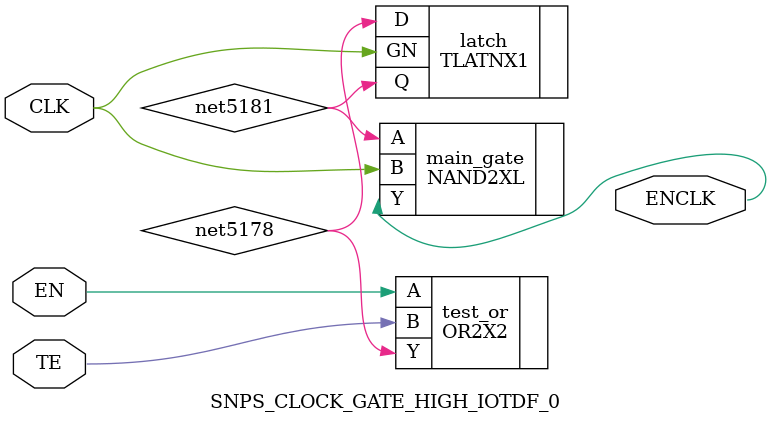
<source format=v>


module IOTDF ( clk, rst, in_en, iot_in, fn_sel, busy, valid, iot_out );
  input [7:0] iot_in;
  input [2:0] fn_sel;
  output [127:0] iot_out;
  input clk, rst, in_en;
  output busy, valid;
  wire   N45, N46, N47, N49, N50, N59, CRC_remainder_0_,
         Is_in_biggerthan_out1_w, Is_in_biggerthan_out2_w,
         Is_in_biggerthan_out1_r, Is_in_biggerthan_out2_r, N1079, N1081, N1083,
         N1085, N1087, N1089, N1091, N1093, N1095, N1097, N1099, N1101, N1102,
         N1106, N1108, N1109, N1114, N1115, N1121, N1186, net5189, net5196,
         net5202, net5208, net5214, net5220, net5226, net5232, net5238,
         net5244, net5250, net5256, net5262, net5268, net5274, net5280,
         net5286, net5292, net5298, net5304, net5310, net5316, net5322,
         net5328, n1840, n1841, n1842, n1843, n1844, n1845, n1846, n1847,
         n1848, n1849, n1850, n1851, n1852, n1853, n1854, n1855, n1856, n1857,
         n1858, n1859, n1860, n1861, n1862, n1863, n1864, n1865, n1866, n1867,
         n1868, n1869, n1870, n1871, n1872, n1873, n1874, n1875, n1876, n1877,
         n1878, n1879, n1880, n1881, n1882, n1883, n1884, n1885, n1886, n1887,
         n1888, n1889, n1890, n1891, n1892, n1893, n1894, n1895, n1896, n1897,
         n1898, n1899, n1900, n1901, n1902, n1903, n1904, n1905, n1906, n1907,
         n1908, n1909, n1910, n1911, n1912, n1913, n1914, n1915, n1916, n1917,
         n1918, n1919, n1920, n1921, n1922, n1923, n1924, n1925, n1926, n1927,
         n1928, n1929, n1930, n1931, n1932, n1933, n1934, n1935, n1936, n1937,
         n1938, n1939, n1940, n1941, n1942, n1943, n1944, n1945, n1946, n1947,
         n1948, n1949, n1950, n1951, n1952, n1953, n1954, n1955, n1956, n1957,
         n1958, n1959, n1960, n1961, n1962, n1963, n1964, n1965, n1966, n1967,
         n1968, n1969, n1970, n1971, n1972, n1973, n1974, n1975, n1976, n1977,
         n1978, n1979, n1980, n1981, n1982, n1983, n1984, n1985, n1986, n1987,
         n1988, n1989, n1990, n1991, n1992, n1993, n1994, n1995, n1996, n1997,
         n1998, n1999, n2000, n2001, n2002, n2003, n2004, n2005, n2006, n2007,
         n2008, n2009, n2010, n2011, n2012, n2013, n2014, n2015, n2016, n2017,
         n2018, n2019, n2020, n2021, n2022, n2023, n2024, n2025, n2026, n2027,
         n2028, n2029, n2030, n2031, n2032, n2033, n2034, n2035, n2036, n2037,
         n2038, n2039, n2040, n2041, n2042, n2043, n2044, n2045, n2046, n2047,
         n2048, n2049, n2050, n2051, n2052, n2053, n2054, n2055, n2056, n2057,
         n2058, n2059, n2060, n2061, n2062, n2063, n2064, n2065, n2066, n2067,
         n2068, n2069, n2070, n2071, n2072, n2073, n2074, n2075, n2076, n2077,
         n2078, n2079, n2080, n2081, n2082, n2083, n2084, n2085, n2086, n2087,
         n2088, n2089, n2090, n2091, n2092, n2093, n2094, n2095, n2096, n2097,
         n2098, n2101, net5196_inv, n2103, n2104, n2105, n2106, n2107, n2108,
         n2109, n2110, n2111, n2112, n2113, n2114, n2115, n2116, n2117, n2118,
         n2119, n2120, n2121, n2122, n2123, n2124, n2128, n2129, n2130, n2134,
         n2135, n2136, n2137, n2138, n2139, n2140, n2141, n2142, n2143, n2144,
         n2145, n2146, n2147, n2148, n2149, n2150, n2151, n2152, n2153, n2154,
         n2155, n2156, n2157, n2158, n2159, n2160, n2161, n2162, n2163, n2164,
         n2165, n2166, n2167, n2168, n2169, n2170, n2171, n2172, n2173, n2174,
         n2175, n2176, n2177, n2178, n2179, n2180, n2181, n2182, n2183, n2184,
         n2185, n2186, n2187, n2188, n2189, n2190, n2191, n2192, n2193, n2194,
         n2195, n2196, n2197, n2198, n2199, n2200, n2201, n2202, n2203, n2204,
         n2205, n2206, n2207, n2208, n2209, n2210, n2211, n2212, n2213, n2214,
         n2215, n2216, n2217, n2218, n2219, n2220, n2221, n2222, n2223, n2224,
         n2225, n2226, n2227, n2228, n2229, n2230, n2231, n2232, n2233, n2234,
         n2235, n2236, n2237, n2238, n2239, n2240, n2241, n2242, n2243, n2244,
         n2245, n2246, n2247, n2248, n2249, n2250, n2251, n2252, n2253, n2254,
         n2255, n2256, n2257, n2258, n2259, n2260, n2261, n2262, n2263, n2264,
         n2265, n2266, n2267, n2268, n2269, n2270, n2271, n2272, n2273, n2274,
         n2275, n2276, n2277, n2278, n2279, n2280, n2281, n2282, n2285, n2286,
         n2287, n2288, n2289, n2290, n2291, n2292, n2293, n2294, n2295, n2296,
         n2297, n2298, n2299, n2300, n2301, n2302, n2303, n2304, n2305, n2306,
         n2307, n2308, n2309, n2310, n2311, n2312, n2313, n2314, n2315, n2316,
         n2317, n2318, n2319, n2320, n2321, n2322, n2323, n2324, n2325, n2326,
         n2327, n2328, n2329, n2330, n2331, n2332, n2333, n2334, n2335, n2336,
         n2337, n2338, n2339, n2340, n2341, n2342, n2343, n2344, n2345, n2346,
         n2347, n2348, n2349, n2350, n2351, n2352, n2353, n2354, n2355, n2356,
         n2357, n2358, n2359, n2360, n2361, n2362, n2363, n2364, n2365, n2366,
         n2367, n2368, n2369, n2370, n2371, n2372, n2373, n2374, n2375, n2376,
         n2377, n2378, n2379, n2380, n2381, n2382, n2383, n2384, n2385, n2386,
         n2387, n2388, n2389, n2390, n2391, n2392, n2393, n2394, n2395, n2396,
         n2397, n2398, n2399, n2400, n2401, n2402, n2403, n2404, n2405, n2406,
         n2407, n2408, n2409, n2410, n2411, n2412, n2413, n2414, n2415, n2416,
         n2417, n2418, n2419, n2420, n2421, n2422, n2423, n2424, n2425, n2426,
         n2427, n2428, n2429, n2430, n2431, n2432, n2433, n2434, n2435, n2436,
         n2437, n2438, n2439, n2440, n2441, n2442, n2443, n2444, n2445, n2446,
         n2447, n2448, n2449, n2450, n2451, n2452, n2453, n2454, n2455, n2456,
         n2457, n2458, n2459, n2460, n2461, n2463, n2464, n2465, n2466, n2467,
         n2468, n2469, n2470, n2471, n2472, n2473, n2474, n2475, n2476, n2477,
         n2478, n2479, n2480, n2481, n2482, n2483, n2484, n2485, n2486, n2487,
         n2488, n2489, n2490, n2491, n2492, n2493, n2494, n2495, n2496, n2497,
         n2498, n2499, n2500, n2501, n2502, n2503, n2504, n2505, n2506, n2507,
         n2508, n2509, n2510, n2511, n2512, n2513, n2514, n2515, n2516, n2517,
         n2518, n2519, n2520, n2521, n2522, n2523, n2524, n2525, n2526, n2527,
         n2528, n2529, n2530, n2531, n2532, n2533, n2534, n2535, n2536, n2537,
         n2538, n2539, n2540, n2541, n2542, n2543, n2544, n2545, n2546, n2547,
         n2548, n2549, n2550, n2551, n2552, n2553, n2554, n2555, n2556, n2557,
         n2558, n2559, n2560, n2561, n2562, n2563, n2564, n2565, n2566, n2567,
         n2568, n2569, n2570, n2571, n2572, n2573, n2574, n2575, n2576, n2577,
         n2578, n2579, n2580, n2581, n2582, n2583, n2584, n2585, n2586, n2587,
         n2588, n2589, n2590, n2591, n2592, n2593, n2594, n2595, n2596, n2597,
         n2598, n2599, n2600, n2601, n2602, n2603, n2604, n2605, n2606, n2607,
         n2608, n2609, n2610, n2611, n2612, n2613, n2614, n2615, n2616, n2617,
         n2618, n2619, n2620, n2621, n2622, n2623, n2624, n2625, n2626, n2627,
         n2628, n2629, n2630, n2631, n2632, n2633, n2634, n2635, n2636, n2637,
         n2638, n2639, n2640, n2641, n2642, n2643, n2644, n2645, n2646, n2647,
         n2648, n2649, n2650, n2651, n2652, n2653, n2654, n2655, n2656, n2657,
         n2658, n2659, n2660, n2661, n2662, n2663, n2664, n2665, n2666, n2667,
         n2668, n2669, n2670, n2671, n2672, n2673, n2674, n2675, n2676, n2677,
         n2678, n2679, n2680, n2681, n2682, n2683, n2684, n2685, n2686, n2687,
         n2688, n2689, n2690, n2691, n2692, n2693, n2694, n2695, n2696, n2697,
         n2698, n2699, n2700, n2701, n2702, n2703, n2704, n2705, n2706, n2707,
         n2708, n2709, n2710, n2711, n2712, n2713, n2714, n2715, n2716, n2717,
         n2718, n2719, n2720, n2721, n2722, n2723, n2724, n2725, n2726, n2727,
         n2728, n2729, n2730, n2731, n2732, n2733, n2734, n2735, n2736, n2737,
         n2738, n2739, n2740, n2741, n2742, n2743, n2744, n2745, n2746, n2747,
         n2748, n2749, n2750, n2751, n2752, n2753, n2754, n2755, n2756, n2757,
         n2758, n2759, n2760, n2761, n2762, n2763, n2764, n2765, n2766, n2767,
         n2768, n2769, n2770, n2771, n2772, n2773, n2774, n2775, n2776, n2777,
         n2778, n2779, n2780, n2781, n2782, n2783, n2784, n2785, n2786, n2787,
         n2788, n2789, n2790, n2791, n2792, n2793, n2794, n2795, n2796, n2797,
         n2798, n2799, n2800, n2801, n2802, n2803, n2804, n2805, n2806, n2807,
         n2808, n2809, n2810, n2811, n2812, n2813, n2814, n2815, n2816, n2817,
         n2818, n2819, n2820, n2821, n2822, n2823, n2824, n2825, n2826, n2827,
         n2828, n2829, n2830, n2831, n2832, n2833, n2834, n2835, n2836, n2837,
         n2838, n2839, n2840, n2841, n2842, n2843, n2844, n2845, n2846, n2847,
         n2848, n2849, n2850, n2851, n2852, n2853, n2854, n2855, n2856, n2857,
         n2858, n2859, n2860, n2861, n2862, n2863, n2864, n2865, n2866, n2867,
         n2868, n2869, n2870, n2871, n2872, n2873, n2874, n2875, n2876, n2877,
         n2878, n2879, n2880, n2881, n2882, n2883, n2884, n2885, n2886, n2887,
         n2888, n2889, n2890, n2891, n2892, n2893, n2894, n2895, n2896, n2897,
         n2898, n2899, n2900, n2901, n2902, n2903, n2904, n2905, n2906, n2907,
         n2908, n2909, n2910, n2911, n2912, n2913, n2914, n2915, n2916, n2917,
         n2918, n2919, n2920, n2921, n2922, n2923, n2924, n2925, n2926, n2927,
         n2928, n2929, n2930, n2931, n2932, n2933, n2934, n2935, n2936, n2937,
         n2938, n2939, n2940, n2941, n2942, n2943, n2944, n2945, n2946, n2947,
         n2948, n2949, n2950, n2951, n2952, n2953, n2954, n2955, n2956, n2957,
         n2958, n2959, n2960, n2961, n2962, n2963, n2964, n2965, n2966, n2967,
         n2968, n2969, n2970, n2971, n2972, n2973, n2974, n2975, n2976, n2977,
         n2978, n2979, n2980, n2981, n2982, n2983, n2984, n2985, n2986, n2987,
         n2988, n2989, n2990, n2991, n2992, n2993, n2994, n2995, n2996, n2997,
         n2998, n2999, n3000, n3001, n3002, n3003, n3004, n3005, n3006, n3007,
         n3008, n3009, n3010, n3011, n3012, n3013, n3014, n3015, n3016, n3017,
         n3018, n3019, n3020, n3021, n3022, n3023, n3024, n3025, n3026, n3027,
         n3028, n3029, n3030, n3031, n3032, n3033, n3034, n3035, n3036, n3037,
         n3038, n3039, n3040, n3041, n3042, n3043, n3044, n3045, n3046, n3047,
         n3048, n3049, n3050, n3051, n3052, n3053, n3054, n3055, n3056, n3057,
         n3058, n3059, n3060, n3061, n3062, n3063, n3064, n3065, n3066, n3067,
         n3068, n3069, n3070, n3071, n3072, n3073, n3074, n3075, n3076, n3077,
         n3078, n3079, n3080, n3081, n3082, n3083, n3084, n3085, n3086, n3087,
         n3088, n3089, n3090, n3091, n3092, n3093, n3094, n3095, n3096, n3097,
         n3098, n3099, n3100, n3101, n3102, n3103, n3104, n3105, n3106, n3107,
         n3108, n3109, n3110, n3111, n3112, n3113, n3114, n3115, n3116, n3117,
         n3118, n3119, n3120, n3121, n3122, n3123, n3124, n3125, n3126, n3127,
         n3128, n3129, n3130, n3131, n3132, n3133, n3134, n3135, n3136, n3137,
         n3138, n3139, n3140, n3141, n3142, n3143, n3144, n3145, n3146, n3147,
         n3148, n3149, n3150, n3151, n3152, n3153, n3154, n3155, n3156, n3157,
         n3158, n3159, n3160, n3161, n3163, n3164, n3165, n3166, n3167, n3168,
         n3169, n3170, n3171, n3172, n3173, n3174, n3175, n3176, n3177, n3178,
         n3179, n3180, n3181, n3182, n3183, n3184, n3185, n3186, n3187, n3188,
         n3189, n3190, n3191, n3192, n3193, n3194, n3195, n3196, n3197, n3198,
         n3199, n3200, n3201, n3202, n3203, n3204, n3205, n3206, n3207, n3208,
         n3209, n3210, n3211, n3212, n3213, n3214, n3215, n3216, n3217, n3218,
         n3219, n3220, n3221, n3222, n3223, n3224, n3225, n3226, n3227, n3228,
         n3229, n3230, n3231, n3232, n3233, n3234, n3235, n3236, n3237, n3238,
         n3239, n3240, n3241, n3242, n3243, n3244, n3245, n3246, n3247, n3248,
         n3249, n3250, n3251, n3252, n3253, n3254, n3255, n3256, n3257, n3258,
         n3259, n3260, n3261, n3262, n3263, n3264, n3265, n3266, n3267, n3268,
         n3269, n3270, n3271, n3272, n3273, n3274, n3275, n3276, n3277, n3278,
         n3279, n3280, n3281, n3282, n3283, n3284, n3285, n3286, n3287, n3288,
         n3289, n3290, n3292, n3293, n3294, n3295, n3296, n3297, n3298, n3299,
         n3300, n3301, n3302, n3303, n3304, n3305, n3306, n3307, n3308, n3309,
         n3310, n3311, n3312, n3313, n3314, n3315, n3316, n3317, n3318, n3319,
         n3320, n3321, n3322, n3323, n3324, n3325, n3326, n3327, n3328, n3329,
         n3330, n3331, n3332, n3333, n3334, n3335, n3336, n3337, n3338, n3339,
         n3340, n3341, n3342, n3343, n3344, n3345, n3346, n3347, n3348, n3349,
         n3350, n3351, n3352, n3353, n3354, n3355, n3356, n3357, n3358, n3359,
         n3360, n3361, n3362, n3363, n3364, n3365, n3366, n3367, n3368, n3369,
         n3370, n3371, n3372, n3373, n3374, n3375, n3376, n3377, n3378, n3379,
         n3380, n3381, n3382, n3383, n3384, n3385, n3386, n3387, n3388, n3389,
         n3390, n3391, n3392, n3393, n3394, n3395, n3396, n3397, n3398, n3399,
         n3400, n3401, n3402, n3403, n3404, n3405, n3406, n3407, n3408, n3409,
         n3410, n3411, n3412, n3413, n3414, n3415, n3416, n3417, n3418, n3419,
         n3420, n3421, n3422, n3423, n3424, n3425, n3426, n3427, n3428, n3429,
         n3430, n3431, n3432, n3433, n3434, n3435, n3436, n3437, n3438, n3439,
         n3440, n3441, n3442, n3443, n3444, n3445, n3446, n3447, n3448, n3449,
         n3450, n3451, n3452, n3453, n3454, n3455, n3456, n3457, n3458, n3459,
         n3460, n3461, n3462, n3463, n3464, n3465, n3466, n3467, n3468, n3469,
         n3470, n3471, n3472, n3473, n3474, n3475, n3476, n3477, n3478, n3479,
         n3480, n3481, n3482, n3483, n3484, n3485, n3486, n3487, n3488, n3489,
         n3490, n3491, n3492, n3493, n3494, n3495, n3496, n3497, n3498, n3499,
         n3500, n3501, n3502, n3503, n3504, n3505, n3506, n3507, n3508, n3509,
         n3510, n3511, n3512, n3513, n3514, n3515, n3516, n3517, n3518, n3519,
         n3520, n3521, n3522, n3523, n3524, n3525, n3526, n3527, n3528, n3529,
         n3530, n3531, n3532, n3533, n3534, n3535, n3536, n3537, n3538, n3539,
         n3540, n3541, n3542, n3543, n3544, n3545, n3546, n3547, n3548, n3549,
         n3550, n3551, n3552, n3553, n3554, n3555, n3556, n3557, n3558, n3559,
         n3560, n3561, n3562, n3563, n3564, n3565, n3566, n3567, n3568, n3569,
         n3570, n3571, n3572, n3573, n3574, n3575, n3576, n3577, n3578, n3579,
         n3580, n3581, n3582, n3583, n3584, n3585, n3586, n3587, n3588, n3589,
         n3590, n3591, n3592, n3593, n3594, n3595, n3596, n3597, n3598, n3599,
         n3600, n3601, n3602, n3603, n3604, n3605, n3606, n3607, n3608, n3609,
         n3610, n3611, n3612, n3613, n3614, n3615, n3616, n3617, n3618, n3619,
         n3620, n3621, n3622, n3623, n3624, n3625, n3626, n3627, n3628, n3629,
         n3630, n3631, n3632, n3633, n3634, n3635, n3636, n3637, n3638, n3639,
         n3640, n3641, n3642, n3643, n3644, n3645, n3646, n3647, n3648, n3649,
         n3650, n3651, n3652, n3653, n3654, n3655, n3656, n3657, n3658, n3659,
         n3660, n3661, n3662, n3663, n3664, n3665, n3666, n3667, n3668, n3669,
         n3670, n3671, n3672, n3673, n3674, n3675, n3676, n3677, n3678, n3679,
         n3680, n3681, n3682, n3683, n3684, n3685, n3686, n3687, n3688, n3689,
         n3690, n3691, n3692, n3693, n3694, n3695, n3696, n3697, n3698, n3699,
         n3700, n3701, n3702, n3703, n3704, n3705, n3706, n3707, n3708, n3709,
         n3710, n3711, n3712, n3713, n3714, n3715, n3716, n3717, n3718, n3719,
         n3720, n3721, n3722, n3723, n3724, n3725, n3726, n3727, n3728, n3729,
         n3730, n3731, n3732, n3733, n3734, n3735, n3736, n3737, n3738, n3739,
         n3740, n3741, n3742, n3743, n3744, n3745, n3746, n3747, n3748, n3749,
         n3750, n3751, n3752, n3753, n3754, n3755, n3756, n3757, n3758, n3759,
         n3760, n3761, n3762, n3763, n3764, n3765, n3766, n3767, n3768, n3769,
         n3770, n3771, n3772, n3773, n3774, n3775, n3776, n3777, n3778, n3779,
         n3780, n3781, n3782, n3784, n3785, n3786, n3787, n3788, n3789, n3790,
         n3791, n3792, n3793, n3794, n3795, n3796, n3797, n3798, n3799, n3800,
         n3801, n3802, n3803, n3804, n3805, n3806, n3807, n3808, n3809, n3810,
         n3811, n3812, n3813, n3814, n3815, n3816, n3817, n3818, n3819, n3820,
         n3821, n3822, n3823, n3824, n3825, n3826, n3827, n3828, n3829, n3830,
         n3831, n3832, n3833, n3834, n3835, n3836, n3837, n3838, n3839, n3840,
         n3841, n3842, n3843, n3844, n3845, n3846, n3847, n3848, n3849, n3850,
         n3851, n3852, n3853, n3854, n3855, n3856, n3857, n3858, n3859, n3860,
         n3861, n3862, n3863, n3864, n3865, n3866, n3867, n3868, n3869, n3870,
         n3871, n3872, n3873, n3874, n3875, n3876, n3877, n3878, n3879, n3880,
         n3881, n3882, n3883, n3884, n3885, n3886, n3887, n3888, n3889, n3890,
         n3891, n3892, n3893, n3894, n3895, n3896, n3897, n3898, n3899, n3900,
         n3901, n3902, n3903, n3904, n3905, n3906, n3907, n3908, n3909, n3910,
         n3911, n3912, n3913, n3914, n3915, n3916, n3917, n3918, n3919, n3920,
         n3921, n3922, n3923, n3924, n3925, n3926, n3927, n3928, n3929, n3930,
         n3931, n3932, n3933, n3934, n3935, n3936, n3937, n3938, n3939, n3940,
         n3941, n3942, n3943, n3944, n3945, n3946, n3947, n3948, n3949, n3950,
         n3951, n3952, n3953, n3954, n3955, n3956, n3957, n3958, n3959, n3960,
         n3961, n3962, n3963, n3964, n3965, n3966, n3967, n3968, n3969, n3970,
         n3971, n3972, n3973, n3974, n3975, n3976, n3977, n3978, n3979, n3980,
         n3981, n3982, n3983, n3984, n3986, n3987, n3988, n3989, n3990, n3991,
         n3992, n3993, n3994, n3995, n3996, n3997, n3998, n3999, n4000, n4001,
         n4002, n4003, n4004, n4005, n4006, n4007, n4008, n4009, n4010, n4011,
         n4012, n4013, n4014, n4015, n4016, n4017, n4018, n4019, n4020, n4021,
         n4022, n4023, n4024, n4025, n4026, n4027, n4028, n4029, n4030, n4031,
         n4032, n4033, n4034, n4035, n4036, n4037, n4038, n4039, n4040, n4041,
         n4042, n4043, n4044, n4045, n4046, n4047, n4048, n4049, n4050, n4051,
         n4052, n4053, n4054, n4055, n4056, n4057, n4058, n4059, n4060, n4061,
         n4062, n4063, n4064, n4065, n4066, n4067, n4068, n4070, n4071, n4074,
         n4075, n4076;
  wire   [2:0] fn_sel_r;
  wire   [3:0] cnt_read_r;
  wire   [127:0] iot_out1_r;
  wire   [126:0] iot_out2_r;
  wire   [2:0] cnt_round_r;
  wire   [1:0] start_output_flag_r;
  wire   [127:0] iot_in_r;

  DFFRX1 cnt_read_r_reg_0_ ( .D(n4006), .CK(n2101), .RN(n1840), .Q(
        cnt_read_r[0]), .QN(n4006) );
  DFFRX1 cnt_read_r_reg_1_ ( .D(N45), .CK(n2101), .RN(n1840), .Q(cnt_read_r[1]), .QN(n4005) );
  DFFRX1 cnt_read_r_reg_2_ ( .D(N46), .CK(n2101), .RN(n1840), .Q(cnt_read_r[2]), .QN(n4008) );
  DFFRX1 cnt_read_r_reg_3_ ( .D(N47), .CK(n2101), .RN(n1840), .Q(cnt_read_r[3]), .QN(n4007) );
  DFFRX1 cnt_round_r_reg_0_ ( .D(n4009), .CK(net5196_inv), .RN(n1840), .Q(
        cnt_round_r[0]), .QN(n4009) );
  DFFRX1 cnt_round_r_reg_1_ ( .D(N49), .CK(net5196_inv), .RN(n1840), .Q(
        cnt_round_r[1]) );
  DFFRX1 cnt_round_r_reg_2_ ( .D(N50), .CK(net5196_inv), .RN(n1840), .Q(
        cnt_round_r[2]) );
  DFFRX1 start_output_flag_r_reg_0_ ( .D(n1842), .CK(net5196_inv), .RN(n1840), 
        .Q(start_output_flag_r[0]) );
  DFFRX1 start_output_flag_r_reg_1_ ( .D(n1841), .CK(net5196_inv), .RN(n1840), 
        .Q(start_output_flag_r[1]) );
  DFFQX1 iot_in_r_reg_64_ ( .D(n2129), .CK(n2111), .Q(iot_in_r[64]) );
  DFFQX1 iot_in_r_reg_63_ ( .D(n2143), .CK(n2112), .Q(iot_in_r[63]) );
  DFFQX1 iot_in_r_reg_62_ ( .D(n2141), .CK(n2112), .Q(iot_in_r[62]) );
  DFFQX1 iot_in_r_reg_61_ ( .D(n2139), .CK(n2112), .Q(iot_in_r[61]) );
  DFFQX1 iot_in_r_reg_60_ ( .D(n2137), .CK(n2112), .Q(iot_in_r[60]) );
  DFFQX1 iot_in_r_reg_59_ ( .D(n2135), .CK(n2112), .Q(iot_in_r[59]) );
  DFFQX1 iot_in_r_reg_58_ ( .D(iot_in[2]), .CK(n2112), .Q(iot_in_r[58]) );
  DFFQX1 iot_in_r_reg_57_ ( .D(iot_in[1]), .CK(n2112), .Q(iot_in_r[57]) );
  DFFQX1 iot_in_r_reg_56_ ( .D(n2129), .CK(n2112), .Q(iot_in_r[56]) );
  DFFQX1 iot_in_r_reg_55_ ( .D(n2143), .CK(n2113), .Q(iot_in_r[55]) );
  DFFQX1 iot_in_r_reg_54_ ( .D(n2141), .CK(n2113), .Q(iot_in_r[54]) );
  DFFQX1 iot_in_r_reg_53_ ( .D(n2139), .CK(n2113), .Q(iot_in_r[53]) );
  DFFQX1 iot_in_r_reg_52_ ( .D(n2137), .CK(n2113), .Q(iot_in_r[52]) );
  DFFQX1 iot_in_r_reg_51_ ( .D(n2135), .CK(n2113), .Q(iot_in_r[51]) );
  DFFQX1 iot_in_r_reg_50_ ( .D(n4076), .CK(n2113), .Q(iot_in_r[50]) );
  DFFQX1 iot_in_r_reg_49_ ( .D(iot_in[1]), .CK(n2113), .Q(iot_in_r[49]) );
  DFFQX1 iot_in_r_reg_48_ ( .D(n2129), .CK(n2113), .Q(iot_in_r[48]) );
  DFFQX1 iot_in_r_reg_47_ ( .D(n2143), .CK(n2114), .Q(iot_in_r[47]) );
  DFFQX1 iot_in_r_reg_46_ ( .D(n2141), .CK(n2114), .Q(iot_in_r[46]) );
  DFFQX1 iot_in_r_reg_45_ ( .D(n2139), .CK(n2114), .Q(iot_in_r[45]) );
  DFFQX1 iot_in_r_reg_44_ ( .D(n2137), .CK(n2114), .Q(iot_in_r[44]) );
  DFFQX1 iot_in_r_reg_43_ ( .D(n2135), .CK(n2114), .Q(iot_in_r[43]) );
  DFFQX1 iot_in_r_reg_42_ ( .D(n4076), .CK(n2114), .Q(iot_in_r[42]) );
  DFFQX1 iot_in_r_reg_41_ ( .D(n4074), .CK(n2114), .Q(iot_in_r[41]) );
  DFFQX1 iot_in_r_reg_40_ ( .D(n2129), .CK(n2114), .Q(iot_in_r[40]) );
  DFFQX1 iot_in_r_reg_39_ ( .D(n2143), .CK(n2115), .Q(iot_in_r[39]) );
  DFFQX1 iot_in_r_reg_38_ ( .D(n2141), .CK(n2115), .Q(iot_in_r[38]) );
  DFFQX1 iot_in_r_reg_37_ ( .D(n2139), .CK(n2115), .Q(iot_in_r[37]) );
  DFFQX1 iot_in_r_reg_36_ ( .D(n2137), .CK(n2115), .Q(iot_in_r[36]) );
  DFFQX1 iot_in_r_reg_35_ ( .D(n2135), .CK(n2115), .Q(iot_in_r[35]) );
  DFFQX1 iot_in_r_reg_34_ ( .D(n4076), .CK(n2115), .Q(iot_in_r[34]) );
  DFFQX1 iot_in_r_reg_33_ ( .D(n4074), .CK(n2115), .Q(iot_in_r[33]) );
  DFFQX1 iot_in_r_reg_32_ ( .D(n2129), .CK(n2115), .Q(iot_in_r[32]) );
  DFFQX1 iot_in_r_reg_31_ ( .D(n2143), .CK(n2116), .Q(iot_in_r[31]) );
  DFFQX1 iot_in_r_reg_30_ ( .D(n2141), .CK(n2116), .Q(iot_in_r[30]) );
  DFFQX1 iot_in_r_reg_29_ ( .D(n2139), .CK(n2116), .Q(iot_in_r[29]) );
  DFFQX1 iot_in_r_reg_28_ ( .D(n2137), .CK(n2116), .Q(iot_in_r[28]) );
  DFFQX1 iot_in_r_reg_27_ ( .D(n2135), .CK(n2116), .Q(iot_in_r[27]) );
  DFFQX1 iot_in_r_reg_26_ ( .D(n4076), .CK(n2116), .Q(iot_in_r[26]) );
  DFFQX1 iot_in_r_reg_25_ ( .D(n4074), .CK(n2116), .Q(iot_in_r[25]) );
  DFFQX1 iot_in_r_reg_24_ ( .D(n2129), .CK(n2116), .Q(iot_in_r[24]) );
  DFFQX1 iot_in_r_reg_23_ ( .D(n2143), .CK(n2117), .Q(iot_in_r[23]) );
  DFFQX1 iot_in_r_reg_22_ ( .D(n2141), .CK(n2117), .Q(iot_in_r[22]) );
  DFFQX1 iot_in_r_reg_21_ ( .D(n2139), .CK(n2117), .Q(iot_in_r[21]) );
  DFFQX1 iot_in_r_reg_20_ ( .D(n2137), .CK(n2117), .Q(iot_in_r[20]) );
  DFFQX1 iot_in_r_reg_19_ ( .D(n2135), .CK(n2117), .Q(iot_in_r[19]) );
  DFFQX1 iot_in_r_reg_18_ ( .D(n4076), .CK(n2117), .Q(iot_in_r[18]) );
  DFFQX1 iot_in_r_reg_17_ ( .D(n4074), .CK(n2117), .Q(iot_in_r[17]) );
  DFFQX1 iot_in_r_reg_16_ ( .D(n2129), .CK(n2117), .Q(iot_in_r[16]) );
  DFFQX1 iot_in_r_reg_15_ ( .D(n2143), .CK(n2118), .Q(iot_in_r[15]) );
  DFFQX1 iot_in_r_reg_14_ ( .D(n2141), .CK(n2118), .Q(iot_in_r[14]) );
  DFFQX1 iot_in_r_reg_13_ ( .D(n2139), .CK(n2118), .Q(iot_in_r[13]) );
  DFFQX1 iot_in_r_reg_12_ ( .D(n2137), .CK(n2118), .Q(iot_in_r[12]) );
  DFFQX1 iot_in_r_reg_11_ ( .D(n2135), .CK(n2118), .Q(iot_in_r[11]) );
  DFFQX1 iot_in_r_reg_10_ ( .D(n4076), .CK(n2118), .Q(iot_in_r[10]) );
  DFFQX1 iot_in_r_reg_9_ ( .D(n4074), .CK(n2118), .Q(iot_in_r[9]) );
  DFFQX1 iot_in_r_reg_8_ ( .D(n2129), .CK(n2118), .Q(iot_in_r[8]) );
  DFFQX1 iot_in_r_reg_7_ ( .D(n2143), .CK(n2119), .Q(iot_in_r[7]) );
  DFFQX1 iot_in_r_reg_6_ ( .D(n2141), .CK(n2119), .Q(iot_in_r[6]) );
  DFFQX1 iot_in_r_reg_5_ ( .D(n2139), .CK(n2119), .Q(iot_in_r[5]) );
  DFFQX1 iot_in_r_reg_4_ ( .D(n2137), .CK(n2119), .Q(iot_in_r[4]) );
  DFFQX1 iot_in_r_reg_3_ ( .D(n2135), .CK(n2119), .Q(iot_in_r[3]) );
  DFFQX1 iot_in_r_reg_1_ ( .D(n4074), .CK(n2119), .Q(iot_in_r[1]) );
  DFFQX1 iot_in_r_reg_0_ ( .D(n2129), .CK(n2119), .Q(iot_in_r[0]) );
  INVXL U2099 ( .A(net5189), .Y(n2101) );
  INVXL U2100 ( .A(net5196), .Y(net5196_inv) );
  INVXL U2101 ( .A(net5202), .Y(n2103) );
  INVXL U2102 ( .A(net5208), .Y(n2104) );
  INVXL U2103 ( .A(net5214), .Y(n2105) );
  INVXL U2104 ( .A(net5220), .Y(n2106) );
  INVXL U2105 ( .A(net5226), .Y(n2107) );
  INVXL U2106 ( .A(net5232), .Y(n2108) );
  INVXL U2107 ( .A(net5238), .Y(n2109) );
  INVXL U2108 ( .A(net5244), .Y(n2110) );
  INVXL U2109 ( .A(net5250), .Y(n2111) );
  INVXL U2110 ( .A(net5256), .Y(n2112) );
  INVXL U2111 ( .A(net5262), .Y(n2113) );
  INVXL U2112 ( .A(net5268), .Y(n2114) );
  INVXL U2113 ( .A(net5274), .Y(n2115) );
  INVXL U2114 ( .A(net5280), .Y(n2116) );
  INVXL U2115 ( .A(net5286), .Y(n2117) );
  INVXL U2116 ( .A(net5292), .Y(n2118) );
  INVXL U2117 ( .A(net5298), .Y(n2119) );
  INVXL U2118 ( .A(net5304), .Y(n2120) );
  CLKINVX1 U2119 ( .A(net5310), .Y(n2121) );
  CLKINVX1 U2120 ( .A(net5316), .Y(n2122) );
  CLKINVX1 U2121 ( .A(net5322), .Y(n2123) );
  CLKINVX1 U2122 ( .A(net5328), .Y(n2124) );
  DFFRX1 valid_r_reg ( .D(N59), .CK(clk), .RN(n1840), .Q(valid) );
  DFFX1 fn_sel_r_reg_2_ ( .D(fn_sel[2]), .CK(n2103), .Q(fn_sel_r[2]), .QN(
        n4011) );
  DFFX1 fn_sel_r_reg_1_ ( .D(fn_sel[1]), .CK(n2103), .Q(fn_sel_r[1]) );
  DFFX1 fn_sel_r_reg_0_ ( .D(fn_sel[0]), .CK(n2103), .Q(fn_sel_r[0]), .QN(
        n4014) );
  DFFX1 iot_in_r_reg_127_ ( .D(n2143), .CK(n2104), .Q(iot_in_r[127]), .QN(
        n4013) );
  DFFX1 iot_in_r_reg_126_ ( .D(n2141), .CK(n2104), .Q(iot_in_r[126]), .QN(
        n4020) );
  DFFX1 iot_in_r_reg_125_ ( .D(n2139), .CK(n2104), .Q(iot_in_r[125]), .QN(
        n4025) );
  DFFX1 iot_in_r_reg_124_ ( .D(n2137), .CK(n2104), .Q(iot_in_r[124]), .QN(
        n4068) );
  DFFX1 iot_in_r_reg_123_ ( .D(n2135), .CK(n2104), .Q(iot_in_r[123]), .QN(
        n4061) );
  DFFX1 iot_in_r_reg_122_ ( .D(iot_in[2]), .CK(n2104), .Q(iot_in_r[122]), .QN(
        n4012) );
  DFFX1 iot_in_r_reg_121_ ( .D(iot_in[1]), .CK(n2104), .Q(iot_in_r[121]) );
  DFFX1 iot_in_r_reg_120_ ( .D(n2129), .CK(n2104), .Q(iot_in_r[120]) );
  DFFX1 iot_in_r_reg_119_ ( .D(n2143), .CK(n2105), .Q(iot_in_r[119]), .QN(
        n4015) );
  DFFX1 iot_in_r_reg_118_ ( .D(n2141), .CK(n2105), .Q(iot_in_r[118]), .QN(
        n4016) );
  DFFX1 iot_in_r_reg_117_ ( .D(n2139), .CK(n2105), .Q(iot_in_r[117]), .QN(
        n4017) );
  DFFX1 iot_in_r_reg_116_ ( .D(n2137), .CK(n2105), .Q(iot_in_r[116]), .QN(
        n4067) );
  DFFX1 iot_in_r_reg_115_ ( .D(n2135), .CK(n2105), .Q(iot_in_r[115]), .QN(
        n4059) );
  DFFX1 iot_in_r_reg_114_ ( .D(iot_in[2]), .CK(n2105), .Q(iot_in_r[114]), .QN(
        n4046) );
  DFFX1 iot_in_r_reg_113_ ( .D(iot_in[1]), .CK(n2105), .Q(iot_in_r[113]), .QN(
        n4035) );
  DFFX1 iot_in_r_reg_112_ ( .D(n2129), .CK(n2105), .Q(iot_in_r[112]) );
  DFFX1 iot_in_r_reg_111_ ( .D(n2143), .CK(n2106), .Q(iot_in_r[111]), .QN(
        n4018) );
  DFFX1 iot_in_r_reg_110_ ( .D(n2141), .CK(n2106), .Q(iot_in_r[110]), .QN(
        n4019) );
  DFFX1 iot_in_r_reg_109_ ( .D(n2139), .CK(n2106), .Q(iot_in_r[109]), .QN(
        n4024) );
  DFFX1 iot_in_r_reg_108_ ( .D(n2137), .CK(n2106), .Q(iot_in_r[108]), .QN(
        n4065) );
  DFFX1 iot_in_r_reg_107_ ( .D(n2135), .CK(n2106), .Q(iot_in_r[107]), .QN(
        n4054) );
  DFFX1 iot_in_r_reg_106_ ( .D(iot_in[2]), .CK(n2106), .Q(iot_in_r[106]), .QN(
        n4041) );
  DFFX1 iot_in_r_reg_105_ ( .D(iot_in[1]), .CK(n2106), .Q(iot_in_r[105]), .QN(
        n4029) );
  DFFX1 iot_in_r_reg_104_ ( .D(n2129), .CK(n2106), .Q(iot_in_r[104]), .QN(
        n4021) );
  DFFX1 iot_in_r_reg_103_ ( .D(n2143), .CK(n2107), .Q(iot_in_r[103]), .QN(
        n4022) );
  DFFX1 iot_in_r_reg_102_ ( .D(n2141), .CK(n2107), .Q(iot_in_r[102]) );
  DFFX1 iot_in_r_reg_101_ ( .D(n2139), .CK(n2107), .Q(iot_in_r[101]), .QN(
        n4023) );
  DFFX1 iot_in_r_reg_100_ ( .D(n2137), .CK(n2107), .Q(iot_in_r[100]), .QN(
        n4064) );
  DFFX1 iot_in_r_reg_99_ ( .D(n2135), .CK(n2107), .Q(iot_in_r[99]), .QN(n4056)
         );
  DFFX1 iot_in_r_reg_98_ ( .D(iot_in[2]), .CK(n2107), .Q(iot_in_r[98]), .QN(
        n4043) );
  DFFX1 iot_in_r_reg_97_ ( .D(iot_in[1]), .CK(n2107), .Q(iot_in_r[97]), .QN(
        n4032) );
  DFFX1 iot_in_r_reg_96_ ( .D(n2129), .CK(n2107), .Q(iot_in_r[96]) );
  DFFX1 iot_in_r_reg_95_ ( .D(n2143), .CK(n2108), .Q(iot_in_r[95]), .QN(n4026)
         );
  DFFX1 iot_in_r_reg_94_ ( .D(n2141), .CK(n2108), .Q(iot_in_r[94]), .QN(n4027)
         );
  DFFX1 iot_in_r_reg_93_ ( .D(n2139), .CK(n2108), .Q(iot_in_r[93]), .QN(n4028)
         );
  DFFX1 iot_in_r_reg_92_ ( .D(n2137), .CK(n2108), .Q(iot_in_r[92]) );
  DFFX1 iot_in_r_reg_91_ ( .D(n2135), .CK(n2108), .Q(iot_in_r[91]), .QN(n4049)
         );
  DFFX1 iot_in_r_reg_90_ ( .D(iot_in[2]), .CK(n2108), .Q(iot_in_r[90]), .QN(
        n4038) );
  DFFX1 iot_in_r_reg_89_ ( .D(iot_in[1]), .CK(n2108), .Q(iot_in_r[89]), .QN(
        n4031) );
  DFFX1 iot_in_r_reg_88_ ( .D(n2129), .CK(n2108), .Q(iot_in_r[88]), .QN(n4030)
         );
  DFFX1 iot_in_r_reg_87_ ( .D(n2143), .CK(n2109), .Q(iot_in_r[87]), .QN(n4033)
         );
  DFFX1 iot_in_r_reg_86_ ( .D(n2141), .CK(n2109), .Q(iot_in_r[86]), .QN(n4034)
         );
  DFFX1 iot_in_r_reg_85_ ( .D(n2139), .CK(n2109), .Q(iot_in_r[85]), .QN(n4036)
         );
  DFFX1 iot_in_r_reg_84_ ( .D(n2137), .CK(n2109), .Q(iot_in_r[84]), .QN(n4037)
         );
  DFFX1 iot_in_r_reg_83_ ( .D(n2135), .CK(n2109), .Q(iot_in_r[83]), .QN(n4052)
         );
  DFFX1 iot_in_r_reg_82_ ( .D(iot_in[2]), .CK(n2109), .Q(iot_in_r[82]), .QN(
        n4039) );
  DFFX1 iot_in_r_reg_81_ ( .D(iot_in[1]), .CK(n2109), .Q(iot_in_r[81]), .QN(
        n4040) );
  DFFX1 iot_in_r_reg_80_ ( .D(n2129), .CK(n2109), .Q(iot_in_r[80]), .QN(n4042)
         );
  DFFX1 iot_in_r_reg_79_ ( .D(n2143), .CK(n2110), .Q(iot_in_r[79]), .QN(n4044)
         );
  DFFX1 iot_in_r_reg_78_ ( .D(n2141), .CK(n2110), .Q(iot_in_r[78]), .QN(n4045)
         );
  DFFX1 iot_in_r_reg_77_ ( .D(n2139), .CK(n2110), .Q(iot_in_r[77]), .QN(n4047)
         );
  DFFX1 iot_in_r_reg_76_ ( .D(n2137), .CK(n2110), .Q(iot_in_r[76]), .QN(n4048)
         );
  DFFX1 iot_in_r_reg_75_ ( .D(n2135), .CK(n2110), .QN(n4051) );
  DFFX1 iot_in_r_reg_74_ ( .D(iot_in[2]), .CK(n2110), .QN(n4050) );
  DFFX1 iot_in_r_reg_73_ ( .D(iot_in[1]), .CK(n2110), .Q(iot_in_r[73]), .QN(
        n4053) );
  DFFX1 iot_in_r_reg_72_ ( .D(n2129), .CK(n2110), .Q(iot_in_r[72]), .QN(n4055)
         );
  DFFX1 iot_in_r_reg_71_ ( .D(n2143), .CK(n2111), .Q(iot_in_r[71]), .QN(n4057)
         );
  DFFX1 iot_in_r_reg_70_ ( .D(n2141), .CK(n2111), .Q(iot_in_r[70]), .QN(n4058)
         );
  DFFX1 iot_in_r_reg_69_ ( .D(n2139), .CK(n2111), .Q(iot_in_r[69]), .QN(n4060)
         );
  DFFX1 iot_in_r_reg_68_ ( .D(n2137), .CK(n2111), .Q(iot_in_r[68]), .QN(n4062)
         );
  DFFX1 iot_in_r_reg_67_ ( .D(n2135), .CK(n2111), .Q(iot_in_r[67]), .QN(n4063)
         );
  DFFX1 iot_in_r_reg_66_ ( .D(iot_in[2]), .CK(n2111), .Q(iot_in_r[66]), .QN(
        n4066) );
  OR2X2 U2285 ( .A(n2442), .B(n2443), .Y(n2446) );
  INVXL U2286 ( .A(n2645), .Y(n2305) );
  INVXL U2287 ( .A(n2740), .Y(n2379) );
  INVXL U2288 ( .A(n2594), .Y(n2403) );
  OR2X2 U2289 ( .A(n2405), .B(n2274), .Y(n2267) );
  NOR2XL U2290 ( .A(n4008), .B(n2149), .Y(n2317) );
  NOR3XL U2291 ( .A(cnt_read_r[2]), .B(n4007), .C(n3644), .Y(n2391) );
  INVXL U2292 ( .A(n2423), .Y(n2315) );
  NOR3XL U2293 ( .A(cnt_read_r[1]), .B(cnt_read_r[0]), .C(cnt_read_r[2]), .Y(
        n3026) );
  NOR4XL U2294 ( .A(n2158), .B(n2157), .C(n2156), .D(n2155), .Y(n2443) );
  INVXL U2295 ( .A(n2317), .Y(n2601) );
  INVXL U2296 ( .A(n2318), .Y(n2418) );
  INVXL U2297 ( .A(n2466), .Y(n2475) );
  INVXL U2298 ( .A(n3847), .Y(n3986) );
  INVXL U2299 ( .A(n2598), .Y(n3027) );
  INVXL U2300 ( .A(n4004), .Y(N1186) );
  CLKINVX1 U2301 ( .A(n2468), .Y(n3893) );
  INVX1 U2302 ( .A(n3167), .Y(n3106) );
  OR2X2 U2303 ( .A(n3145), .B(n3141), .Y(n2817) );
  INVXL U2308 ( .A(n2407), .Y(n2380) );
  INVXL U2314 ( .A(n2431), .Y(n2278) );
  INVXL U2328 ( .A(n2437), .Y(n2330) );
  INVXL U2337 ( .A(iot_in_r[32]), .Y(n3022) );
  INVXL U2338 ( .A(iot_in_r[23]), .Y(n3923) );
  INVXL U2339 ( .A(iot_in_r[19]), .Y(n3934) );
  INVXL U2340 ( .A(iot_in_r[22]), .Y(n2895) );
  INVXL U2345 ( .A(n3786), .Y(n2394) );
  INVXL U2346 ( .A(n2595), .Y(n2368) );
  INVXL U2347 ( .A(n2599), .Y(n2226) );
  AND2X1 U2349 ( .A(n3785), .B(cnt_read_r[2]), .Y(n3787) );
  NOR2XL U2350 ( .A(cnt_read_r[1]), .B(n4006), .Y(n2150) );
  INVXL U2351 ( .A(rst), .Y(n2144) );
  OAI211XL U2352 ( .A0(n3265), .A1(n3580), .B0(n3110), .C0(n3109), .Y(n1875)
         );
  OAI211XL U2353 ( .A0(n3389), .A1(n3794), .B0(n3105), .C0(n3104), .Y(n1891)
         );
  OAI211XL U2354 ( .A0(n3749), .A1(n3794), .B0(n3101), .C0(n3100), .Y(n1881)
         );
  OAI211XL U2355 ( .A0(n4068), .A1(n3571), .B0(n3096), .C0(n3095), .Y(n1843)
         );
  OAI211XL U2356 ( .A0(n3943), .A1(n3606), .B0(n3165), .C0(n3164), .Y(n2044)
         );
  OAI211XL U2357 ( .A0(n3606), .A1(n3600), .B0(n3599), .C0(n3598), .Y(n2066)
         );
  OAI211XL U2358 ( .A0(n3590), .A1(n3606), .B0(n3589), .C0(n3588), .Y(n2080)
         );
  OAI211XL U2359 ( .A0(n3584), .A1(n3606), .B0(n3583), .C0(n3582), .Y(n2076)
         );
  OAI211XL U2360 ( .A0(n3077), .A1(n3606), .B0(n3076), .C0(n3075), .Y(n2061)
         );
  OAI211XL U2361 ( .A0(n3550), .A1(n3580), .B0(n3210), .C0(n3209), .Y(n1896)
         );
  OAI211XL U2362 ( .A0(n3572), .A1(n3571), .B0(n3246), .C0(n3245), .Y(n1870)
         );
  OAI211XL U2363 ( .A0(n3257), .A1(n3580), .B0(n3171), .C0(n3170), .Y(n1876)
         );
  OAI211XL U2364 ( .A0(n3247), .A1(n3580), .B0(n3187), .C0(n3186), .Y(n1897)
         );
  OAI211XL U2365 ( .A0(n3552), .A1(n3580), .B0(n3206), .C0(n3205), .Y(n1895)
         );
  OAI211XL U2366 ( .A0(n3633), .A1(n3988), .B0(n3428), .C0(n3427), .Y(n2087)
         );
  OAI211XL U2367 ( .A0(n3306), .A1(n3794), .B0(n3270), .C0(n3269), .Y(n1874)
         );
  OAI211XL U2368 ( .A0(n3263), .A1(n3580), .B0(n3175), .C0(n3174), .Y(n1878)
         );
  OAI211XL U2369 ( .A0(n3978), .A1(n3606), .B0(n3602), .C0(n3601), .Y(n2055)
         );
  OAI211XL U2370 ( .A0(n3638), .A1(n3661), .B0(n3133), .C0(n3132), .Y(n2072)
         );
  OAI211XL U2371 ( .A0(n3365), .A1(n3794), .B0(n3364), .C0(n3363), .Y(n1869)
         );
  OAI211XL U2372 ( .A0(n3661), .A1(n3606), .B0(n3116), .C0(n3115), .Y(n2042)
         );
  OAI211XL U2373 ( .A0(n3248), .A1(n3580), .B0(n3183), .C0(n3182), .Y(n1894)
         );
  OAI211XL U2374 ( .A0(n3275), .A1(n3794), .B0(n3274), .C0(n3273), .Y(n1885)
         );
  OAI211XL U2375 ( .A0(n3257), .A1(n3569), .B0(n3232), .C0(n3231), .Y(n1872)
         );
  OAI211XL U2376 ( .A0(n3633), .A1(n3978), .B0(n3541), .C0(n3540), .Y(n2086)
         );
  OAI211XL U2377 ( .A0(n3581), .A1(n3580), .B0(n3579), .C0(n3578), .Y(n1844)
         );
  OAI211XL U2378 ( .A0(n3638), .A1(n3681), .B0(n3637), .C0(n3636), .Y(n2027)
         );
  OAI211XL U2379 ( .A0(n3633), .A1(n3653), .B0(n3456), .C0(n3455), .Y(n2084)
         );
  OAI211XL U2380 ( .A0(n3359), .A1(n3794), .B0(n3358), .C0(n3357), .Y(n1855)
         );
  OAI211XL U2381 ( .A0(n3338), .A1(n3580), .B0(n3305), .C0(n3304), .Y(n1852)
         );
  OAI211XL U2382 ( .A0(n3729), .A1(n3794), .B0(n3549), .C0(n3548), .Y(n1868)
         );
  OAI211XL U2383 ( .A0(n3633), .A1(n3651), .B0(n3490), .C0(n3489), .Y(n2089)
         );
  OAI211XL U2384 ( .A0(n3388), .A1(n3580), .B0(n3197), .C0(n3196), .Y(n1886)
         );
  OAI211XL U2385 ( .A0(n3570), .A1(n3567), .B0(n3057), .C0(n3056), .Y(n1845)
         );
  OAI211XL U2386 ( .A0(n3570), .A1(n3580), .B0(n3047), .C0(n3046), .Y(n1848)
         );
  AOI211XL U2387 ( .A0(n3384), .A1(n3564), .B0(n3099), .C0(n3098), .Y(n3100)
         );
  OAI211XL U2388 ( .A0(n3651), .A1(n3606), .B0(n3079), .C0(n3078), .Y(n2058)
         );
  OAI211XL U2389 ( .A0(n4031), .A1(n3571), .B0(n3337), .C0(n3336), .Y(n1867)
         );
  OAI211XL U2390 ( .A0(n3905), .A1(n3606), .B0(n2971), .C0(n2970), .Y(n2029)
         );
  OAI211XL U2391 ( .A0(n3638), .A1(n3745), .B0(n3092), .C0(n3091), .Y(n1871)
         );
  OAI211XL U2392 ( .A0(n3559), .A1(n3580), .B0(n3215), .C0(n3214), .Y(n1884)
         );
  OAI211XL U2393 ( .A0(n4064), .A1(n3571), .B0(n3042), .C0(n3041), .Y(n1846)
         );
  OAI211XL U2394 ( .A0(n3922), .A1(n3606), .B0(n2981), .C0(n2980), .Y(n2036)
         );
  OAI211XL U2395 ( .A0(n3339), .A1(n3580), .B0(n3202), .C0(n3201), .Y(n1854)
         );
  OAI211XL U2396 ( .A0(n3658), .A1(n3606), .B0(n3112), .C0(n3111), .Y(n2046)
         );
  OAI211XL U2397 ( .A0(n3652), .A1(n3606), .B0(n3074), .C0(n3073), .Y(n2057)
         );
  OAI211XL U2398 ( .A0(n3761), .A1(n3794), .B0(n3252), .C0(n3251), .Y(n1893)
         );
  OAI211XL U2399 ( .A0(n3606), .A1(n3594), .B0(n3593), .C0(n3592), .Y(n2079)
         );
  OAI211XL U2400 ( .A0(n3568), .A1(n3580), .B0(n3051), .C0(n3050), .Y(n1847)
         );
  OAI211XL U2401 ( .A0(n3700), .A1(n3794), .B0(n3038), .C0(n3037), .Y(n1849)
         );
  OAI211XL U2402 ( .A0(n3665), .A1(n3606), .B0(n3159), .C0(n3158), .Y(n2038)
         );
  OAI211XL U2403 ( .A0(n3653), .A1(n3606), .B0(n3161), .C0(n3160), .Y(n2053)
         );
  OAI211XL U2404 ( .A0(n3638), .A1(n3652), .B0(n3425), .C0(n3424), .Y(n2088)
         );
  OAI211XL U2405 ( .A0(n3927), .A1(n3606), .B0(n2967), .C0(n2966), .Y(n2037)
         );
  OAI211XL U2406 ( .A0(n3755), .A1(n3794), .B0(n3371), .C0(n3370), .Y(n1887)
         );
  OAI211XL U2407 ( .A0(n3703), .A1(n3794), .B0(n3344), .C0(n3343), .Y(n1851)
         );
  OAI211XL U2408 ( .A0(n3374), .A1(n3580), .B0(n3310), .C0(n3309), .Y(n1866)
         );
  OAI211XL U2409 ( .A0(n3735), .A1(n3794), .B0(n3262), .C0(n3261), .Y(n1873)
         );
  OAI211XL U2410 ( .A0(n3606), .A1(n3060), .B0(n3059), .C0(n3058), .Y(n2078)
         );
  OAI211XL U2411 ( .A0(n3938), .A1(n3606), .B0(n2983), .C0(n2982), .Y(n2041)
         );
  AOI211XL U2412 ( .A0(n3311), .A1(n3242), .B0(n3094), .C0(n3093), .Y(n3095)
         );
  OAI211XL U2413 ( .A0(n3674), .A1(n3606), .B0(n3605), .C0(n3604), .Y(n2030)
         );
  OAI211XL U2414 ( .A0(n3561), .A1(n3580), .B0(n3395), .C0(n3394), .Y(n1883)
         );
  OAI211XL U2415 ( .A0(n3638), .A1(n3976), .B0(n3449), .C0(n3448), .Y(n2085)
         );
  OAI211XL U2416 ( .A0(n3352), .A1(n3580), .B0(n3296), .C0(n3295), .Y(n1856)
         );
  OAI211XL U2417 ( .A0(n3723), .A1(n3794), .B0(n3256), .C0(n3255), .Y(n1865)
         );
  OAI211XL U2418 ( .A0(n3597), .A1(n3606), .B0(n3596), .C0(n3595), .Y(n2081)
         );
  OAI211XL U2419 ( .A0(n4051), .A1(n3571), .B0(n3321), .C0(n3320), .Y(n1853)
         );
  OAI211XL U2420 ( .A0(n3606), .A1(n3066), .B0(n3065), .C0(n3064), .Y(n2067)
         );
  OAI211XL U2421 ( .A0(n3711), .A1(n3794), .B0(n3350), .C0(n3349), .Y(n1859)
         );
  OAI211XL U2422 ( .A0(n3747), .A1(n3794), .B0(n3566), .C0(n3565), .Y(n1880)
         );
  OAI211XL U2423 ( .A0(n3380), .A1(n3580), .B0(n3192), .C0(n3191), .Y(n1890)
         );
  OAI211XL U2424 ( .A0(n3606), .A1(n3088), .B0(n3087), .C0(n3086), .Y(n2060)
         );
  OAI211XL U2425 ( .A0(n3063), .A1(n3606), .B0(n3062), .C0(n3061), .Y(n2063)
         );
  OAI211XL U2426 ( .A0(n3345), .A1(n3580), .B0(n3285), .C0(n3284), .Y(n1860)
         );
  OAI211XL U2427 ( .A0(n3972), .A1(n3606), .B0(n2979), .C0(n2978), .Y(n2052)
         );
  OAI211XL U2428 ( .A0(n3908), .A1(n3606), .B0(n2985), .C0(n2984), .Y(n2031)
         );
  OAI211XL U2429 ( .A0(n3912), .A1(n3606), .B0(n2991), .C0(n2990), .Y(n2032)
         );
  AOI211XL U2430 ( .A0(n3384), .A1(n3366), .B0(n3103), .C0(n3102), .Y(n3104)
         );
  OAI211XL U2431 ( .A0(n3759), .A1(n3794), .B0(n3386), .C0(n3385), .Y(n1889)
         );
  OAI211XL U2432 ( .A0(n4028), .A1(n3571), .B0(n3333), .C0(n3332), .Y(n1879)
         );
  OAI211XL U2433 ( .A0(n3633), .A1(n3915), .B0(n3153), .C0(n3152), .Y(n2064)
         );
  OAI211XL U2434 ( .A0(n3663), .A1(n3606), .B0(n3155), .C0(n3154), .Y(n2039)
         );
  OAI211XL U2435 ( .A0(n3638), .A1(n3972), .B0(n3517), .C0(n3516), .Y(n2083)
         );
  OAI211XL U2436 ( .A0(n4050), .A1(n3571), .B0(n3327), .C0(n3326), .Y(n1861)
         );
  OAI211XL U2437 ( .A0(n3082), .A1(n3606), .B0(n3081), .C0(n3080), .Y(n2073)
         );
  OAI211XL U2438 ( .A0(n3633), .A1(n3663), .B0(n3632), .C0(n3631), .Y(n2028)
         );
  OAI211XL U2439 ( .A0(n3353), .A1(n3580), .B0(n3315), .C0(n3314), .Y(n1858)
         );
  INVXL U2440 ( .A(n3642), .Y(n2098) );
  OAI211XL U2441 ( .A0(n3346), .A1(n3580), .B0(n3221), .C0(n3220), .Y(n1862)
         );
  OAI211XL U2442 ( .A0(n4024), .A1(n3571), .B0(n3241), .C0(n3240), .Y(n1877)
         );
  OAI211XL U2443 ( .A0(n3950), .A1(n3606), .B0(n2969), .C0(n2968), .Y(n2045)
         );
  OAI211XL U2444 ( .A0(n3988), .A1(n3606), .B0(n2965), .C0(n2964), .Y(n2056)
         );
  OAI211XL U2445 ( .A0(n3929), .A1(n3606), .B0(n3114), .C0(n3113), .Y(n2040)
         );
  OAI211XL U2446 ( .A0(n3606), .A1(n3069), .B0(n3068), .C0(n3067), .Y(n2065)
         );
  OAI211XL U2447 ( .A0(n3751), .A1(n3794), .B0(n3281), .C0(n3280), .Y(n1882)
         );
  OAI211XL U2448 ( .A0(n3290), .A1(n3580), .B0(n3289), .C0(n3288), .Y(n1850)
         );
  OAI211XL U2449 ( .A0(n3918), .A1(n3606), .B0(n2977), .C0(n2976), .Y(n2035)
         );
  OAI211XL U2450 ( .A0(n3606), .A1(n3085), .B0(n3084), .C0(n3083), .Y(n2062)
         );
  OAI211XL U2451 ( .A0(n3719), .A1(n3794), .B0(n3379), .C0(n3378), .Y(n1863)
         );
  OAI211XL U2452 ( .A0(n3072), .A1(n3606), .B0(n3071), .C0(n3070), .Y(n2075)
         );
  OAI211XL U2453 ( .A0(n3960), .A1(n3606), .B0(n2987), .C0(n2986), .Y(n2049)
         );
  OAI211XL U2454 ( .A0(n3953), .A1(n3606), .B0(n2973), .C0(n2972), .Y(n2047)
         );
  OAI211XL U2455 ( .A0(n3941), .A1(n3606), .B0(n2975), .C0(n2974), .Y(n2043)
         );
  OAI211XL U2456 ( .A0(n3587), .A1(n3606), .B0(n3586), .C0(n3585), .Y(n2077)
         );
  OAI211XL U2457 ( .A0(n3976), .A1(n3606), .B0(n2993), .C0(n2992), .Y(n2054)
         );
  OAI211XL U2458 ( .A0(n3373), .A1(n3580), .B0(n3301), .C0(n3300), .Y(n1864)
         );
  OAI211XL U2459 ( .A0(n3367), .A1(n3580), .B0(n3179), .C0(n3178), .Y(n1888)
         );
  OAI211XL U2460 ( .A0(n3957), .A1(n3606), .B0(n3157), .C0(n3156), .Y(n2048)
         );
  OAI211XL U2461 ( .A0(n3558), .A1(n3794), .B0(n3557), .C0(n3556), .Y(n1892)
         );
  OAI211XL U2462 ( .A0(n3237), .A1(n3794), .B0(n3236), .C0(n3235), .Y(n1857)
         );
  INVXL U2463 ( .A(n3639), .Y(n2097) );
  OAI211XL U2464 ( .A0(n3963), .A1(n3606), .B0(n2989), .C0(n2988), .Y(n2050)
         );
  AOI211XL U2465 ( .A0(n3393), .A1(n3331), .B0(n3108), .C0(n3107), .Y(n3109)
         );
  AOI211XL U2466 ( .A0(iot_in_r[67]), .A1(n3542), .B0(n3200), .C0(n3199), .Y(
        n3201) );
  AOI211XL U2467 ( .A0(n3384), .A1(n3377), .B0(n3376), .C0(n3375), .Y(n3378)
         );
  AOI211XL U2468 ( .A0(iot_in_r[102]), .A1(n3542), .B0(n3195), .C0(n3194), .Y(
        n3196) );
  AOI211XL U2469 ( .A0(iot_out1_r[77]), .A1(n3591), .B0(n3299), .C0(n3298), 
        .Y(n3300) );
  AOI211XL U2470 ( .A0(n3384), .A1(n3268), .B0(n3239), .C0(n3238), .Y(n3240)
         );
  AOI211XL U2471 ( .A0(n3384), .A1(n3319), .B0(n3318), .C0(n3317), .Y(n3320)
         );
  NAND2XL U2472 ( .A(iot_in_r[7]), .B(n3106), .Y(n3516) );
  AOI211XL U2473 ( .A0(n3577), .A1(n3555), .B0(n3554), .C0(n3553), .Y(n3556)
         );
  AOI211XL U2474 ( .A0(iot_in_r[66]), .A1(n3542), .B0(n3219), .C0(n3218), .Y(
        n3220) );
  AOI211XL U2475 ( .A0(n3384), .A1(n3279), .B0(n3272), .C0(n3271), .Y(n3273)
         );
  AOI211XL U2476 ( .A0(n3384), .A1(n3356), .B0(n3355), .C0(n3354), .Y(n3357)
         );
  AOI211XL U2477 ( .A0(iot_out1_r[65]), .A1(n3591), .B0(n3303), .C0(n3302), 
        .Y(n3304) );
  AOI211XL U2478 ( .A0(n3384), .A1(n3325), .B0(n3324), .C0(n3323), .Y(n3326)
         );
  AOI211XL U2479 ( .A0(n3384), .A1(n3331), .B0(n3330), .C0(n3329), .Y(n3332)
         );
  AOI211XL U2480 ( .A0(n3384), .A1(n3392), .B0(n3369), .C0(n3368), .Y(n3370)
         );
  OAI211XL U2481 ( .A0(n3847), .A1(n3597), .B0(n2641), .C0(n3818), .Y(n1949)
         );
  AOI211XL U2482 ( .A0(iot_out1_r[73]), .A1(n3591), .B0(n3283), .C0(n3282), 
        .Y(n3284) );
  AOI211XL U2483 ( .A0(n3577), .A1(n3564), .B0(n3563), .C0(n3562), .Y(n3565)
         );
  AOI211XL U2484 ( .A0(iot_in_r[118]), .A1(n3542), .B0(n3213), .C0(n3212), .Y(
        n3214) );
  AOI211XL U2485 ( .A0(iot_in_r[70]), .A1(n3542), .B0(n3190), .C0(n3189), .Y(
        n3191) );
  AOI211XL U2486 ( .A0(n3384), .A1(n3351), .B0(n3348), .C0(n3347), .Y(n3349)
         );
  AOI22XL U2487 ( .A0(iot_in_r[27]), .A1(n3163), .B0(n3635), .B1(n3890), .Y(
        n3152) );
  NAND2XL U2488 ( .A(iot_in_r[2]), .B(n3106), .Y(n3424) );
  AOI211XL U2489 ( .A0(n3384), .A1(n3383), .B0(n3382), .C0(n3381), .Y(n3385)
         );
  AOI211XL U2490 ( .A0(iot_out1_r[71]), .A1(n3591), .B0(n3313), .C0(n3312), 
        .Y(n3314) );
  AOI211XL U2491 ( .A0(n3311), .A1(n3279), .B0(n3278), .C0(n3277), .Y(n3280)
         );
  AOI211XL U2492 ( .A0(n3384), .A1(n3342), .B0(n3341), .C0(n3340), .Y(n3343)
         );
  AOI211XL U2493 ( .A0(n3384), .A1(n3316), .B0(n3234), .C0(n3233), .Y(n3235)
         );
  AOI211XL U2494 ( .A0(iot_out1_r[69]), .A1(n3591), .B0(n3294), .C0(n3293), 
        .Y(n3295) );
  AOI211XL U2495 ( .A0(n3393), .A1(n3392), .B0(n3391), .C0(n3390), .Y(n3394)
         );
  AOI211XL U2496 ( .A0(iot_in_r[86]), .A1(n3542), .B0(n3177), .C0(n3176), .Y(
        n3178) );
  AOI211XL U2497 ( .A0(n3311), .A1(n3268), .B0(n3267), .C0(n3266), .Y(n3269)
         );
  AOI211XL U2498 ( .A0(n3577), .A1(n3242), .B0(n3055), .C0(n3054), .Y(n3056)
         );
  AOI211XL U2499 ( .A0(n3311), .A1(n3053), .B0(n3040), .C0(n3039), .Y(n3041)
         );
  AOI211XL U2500 ( .A0(n3384), .A1(n3547), .B0(n3362), .C0(n3361), .Y(n3363)
         );
  AOI211XL U2501 ( .A0(iot_in_r[71]), .A1(n3542), .B0(n3224), .C0(n3223), .Y(
        n3225) );
  AOI211XL U2502 ( .A0(iot_in_r[84]), .A1(n3542), .B0(n3230), .C0(n3229), .Y(
        n3231) );
  AOI211XL U2503 ( .A0(n3393), .A1(n3342), .B0(n3049), .C0(n3048), .Y(n3050)
         );
  AOI211XL U2504 ( .A0(n3577), .A1(n3576), .B0(n3575), .C0(n3574), .Y(n3578)
         );
  AOI211XL U2505 ( .A0(iot_in_r[103]), .A1(n3542), .B0(n3181), .C0(n3180), .Y(
        n3182) );
  AOI211XL U2506 ( .A0(iot_in_r[79]), .A1(n3542), .B0(n3185), .C0(n3184), .Y(
        n3186) );
  AOI211XL U2507 ( .A0(n3311), .A1(n3576), .B0(n3244), .C0(n3243), .Y(n3245)
         );
  NAND2XL U2508 ( .A(iot_in_r[6]), .B(n3106), .Y(n3455) );
  NAND2XL U2509 ( .A(iot_in_r[4]), .B(n3106), .Y(n3540) );
  AOI211XL U2510 ( .A0(n3577), .A1(n3547), .B0(n3546), .C0(n3545), .Y(n3548)
         );
  AOI211XL U2511 ( .A0(iot_in_r[95]), .A1(n3542), .B0(n3204), .C0(n3203), .Y(
        n3205) );
  AOI211XL U2512 ( .A0(n3384), .A1(n3372), .B0(n3335), .C0(n3334), .Y(n3336)
         );
  AOI211XL U2513 ( .A0(n3384), .A1(n3053), .B0(n3036), .C0(n3035), .Y(n3037)
         );
  NAND2XL U2514 ( .A(iot_in_r[1]), .B(n3106), .Y(n3489) );
  NAND2XL U2515 ( .A(iot_in_r[5]), .B(n3163), .Y(n3448) );
  AOI22XL U2516 ( .A0(n3635), .A1(n3871), .B0(iot_in_r[18]), .B1(n3163), .Y(
        n3132) );
  AOI211XL U2517 ( .A0(iot_in_r[101]), .A1(n3542), .B0(n3173), .C0(n3172), .Y(
        n3174) );
  AOI211XL U2518 ( .A0(n3393), .A1(n3268), .B0(n3260), .C0(n3259), .Y(n3261)
         );
  AOI211XL U2519 ( .A0(iot_in_r[117]), .A1(n3542), .B0(n3169), .C0(n3168), .Y(
        n3170) );
  AOI211XL U2520 ( .A0(n3384), .A1(n3555), .B0(n3250), .C0(n3249), .Y(n3251)
         );
  AOI211XL U2521 ( .A0(n3384), .A1(n3322), .B0(n3254), .C0(n3253), .Y(n3255)
         );
  AOI211XL U2522 ( .A0(iot_out1_r[79]), .A1(n3591), .B0(n3308), .C0(n3307), 
        .Y(n3309) );
  AOI211XL U2523 ( .A0(iot_in_r[87]), .A1(n3542), .B0(n3208), .C0(n3207), .Y(
        n3209) );
  NAND2XL U2524 ( .A(iot_in_r[3]), .B(n3106), .Y(n3427) );
  OAI2BB1XL U2525 ( .A0N(n3983), .A1N(iot_in_r[4]), .B0(n3982), .Y(n1903) );
  AOI211XL U2526 ( .A0(n3883), .A1(n3999), .B0(n3980), .C0(n3882), .Y(n3884)
         );
  OAI211XL U2527 ( .A0(n2937), .A1(n3193), .B0(n2649), .C0(n3818), .Y(n1998)
         );
  AOI21XL U2528 ( .A0(iot_out2_r[22]), .A1(n2935), .B0(n2896), .Y(n2897) );
  OAI211XL U2529 ( .A0(n2937), .A1(n3791), .B0(n2643), .C0(n3818), .Y(n2014)
         );
  OAI211XL U2530 ( .A0(n2937), .A1(n3773), .B0(n2682), .C0(n3818), .Y(n2011)
         );
  AOI211XL U2531 ( .A0(iot_out1_r[10]), .A1(n3986), .B0(n3980), .C0(n3874), 
        .Y(n3875) );
  OAI211XL U2532 ( .A0(n2937), .A1(n3789), .B0(n2642), .C0(n3818), .Y(n2013)
         );
  AOI21XL U2533 ( .A0(iot_out2_r[52]), .A1(n2935), .B0(n2719), .Y(n2720) );
  AOI211XL U2534 ( .A0(iot_out1_r[26]), .A1(n3986), .B0(n3980), .C0(n3864), 
        .Y(n3865) );
  AOI21XL U2535 ( .A0(iot_in_r[6]), .A1(n3983), .B0(n2802), .Y(n2803) );
  AOI211XL U2536 ( .A0(n3910), .A1(n3986), .B0(n3980), .C0(n3909), .Y(n3911)
         );
  AOI211XL U2537 ( .A0(n3837), .A1(n3999), .B0(n3980), .C0(n3836), .Y(n3838)
         );
  AOI211XL U2538 ( .A0(n3945), .A1(n3986), .B0(n3980), .C0(n3944), .Y(n3946)
         );
  AOI211XL U2539 ( .A0(iot_out1_r[0]), .A1(n3999), .B0(n3980), .C0(n3840), .Y(
        n3841) );
  OAI211XL U2540 ( .A0(n2937), .A1(n3275), .B0(n2650), .C0(n3818), .Y(n1997)
         );
  OAI211XL U2541 ( .A0(n3847), .A1(n3600), .B0(n2624), .C0(n3818), .Y(n1953)
         );
  AOI211XL U2542 ( .A0(n3999), .A1(n3890), .B0(n3980), .C0(n3889), .Y(n3891)
         );
  AOI211XL U2543 ( .A0(n3999), .A1(n3871), .B0(n3980), .C0(n3870), .Y(n3872)
         );
  OAI211XL U2544 ( .A0(n3995), .A1(n3217), .B0(n2963), .C0(n3989), .Y(n1982)
         );
  AOI211XL U2545 ( .A0(n3999), .A1(n3861), .B0(n3980), .C0(n3860), .Y(n3862)
         );
  AOI211XL U2546 ( .A0(n3999), .A1(n3981), .B0(n3980), .C0(n3979), .Y(n3982)
         );
  OAI211XL U2547 ( .A0(n2937), .A1(n3703), .B0(n2683), .C0(n3818), .Y(n1963)
         );
  AOI21XL U2548 ( .A0(iot_out2_r[30]), .A1(n2935), .B0(n2876), .Y(n2877) );
  AOI211XL U2549 ( .A0(n3999), .A1(n3967), .B0(n3980), .C0(n3966), .Y(n3968)
         );
  AOI21XL U2550 ( .A0(iot_out2_r[36]), .A1(n2935), .B0(n3000), .Y(n3001) );
  OAI211XL U2551 ( .A0(n3995), .A1(n3306), .B0(n2958), .C0(n3989), .Y(n1986)
         );
  AOI211XL U2552 ( .A0(n3999), .A1(n3998), .B0(n3997), .C0(n3996), .Y(n4000)
         );
  AOI21XL U2553 ( .A0(iot_out2_r[32]), .A1(n2935), .B0(n3024), .Y(n3025) );
  AOI21XL U2554 ( .A0(iot_out2_r[34]), .A1(n2935), .B0(n2822), .Y(n2823) );
  AOI21XL U2555 ( .A0(iot_out2_r[62]), .A1(n2935), .B0(n2738), .Y(n2739) );
  AOI211XL U2556 ( .A0(n3844), .A1(n3999), .B0(n3980), .C0(n3843), .Y(n3845)
         );
  AOI211XL U2557 ( .A0(n3999), .A1(n3931), .B0(n3980), .C0(n3930), .Y(n3932)
         );
  AOI21XL U2558 ( .A0(iot_out2_r[18]), .A1(n2935), .B0(n2955), .Y(n2956) );
  AOI211XL U2559 ( .A0(n3999), .A1(n3828), .B0(n3980), .C0(n3827), .Y(n3829)
         );
  AOI21XL U2560 ( .A0(iot_in_r[42]), .A1(n3983), .B0(n2797), .Y(n2798) );
  NAND3XL U2561 ( .A(n2626), .B(n3818), .C(n2625), .Y(n1920) );
  AOI21XL U2562 ( .A0(iot_out2_r[46]), .A1(n2935), .B0(n2704), .Y(n2705) );
  AOI21XL U2563 ( .A0(iot_out2_r[50]), .A1(n2935), .B0(n2640), .Y(n2641) );
  AOI211XL U2564 ( .A0(n3999), .A1(n3920), .B0(n3980), .C0(n3919), .Y(n3921)
         );
  AOI21XL U2565 ( .A0(iot_out2_r[10]), .A1(n2935), .B0(n2835), .Y(n2836) );
  OAI211XL U2566 ( .A0(n2998), .A1(n4066), .B0(n2994), .C0(n3989), .Y(n1965)
         );
  OAI211XL U2567 ( .A0(n2998), .A1(n4048), .B0(n2996), .C0(n3989), .Y(n1975)
         );
  OAI211XL U2568 ( .A0(n2998), .A1(n4051), .B0(n2741), .C0(n3989), .Y(n1974)
         );
  AOI22XL U2569 ( .A0(iot_in_r[92]), .A1(n2957), .B0(iot_out2_r[92]), .B1(
        n2935), .Y(n2933) );
  AOI211XL U2570 ( .A0(iot_out2_r[1]), .A1(n2935), .B0(n3980), .C0(n2679), .Y(
        n2681) );
  AOI211XL U2571 ( .A0(iot_out1_r[8]), .A1(n3999), .B0(n3980), .C0(n3831), .Y(
        n3832) );
  AOI22XL U2572 ( .A0(iot_out2_r[114]), .A1(n2935), .B0(iot_in_r[114]), .B1(
        n2957), .Y(n2642) );
  AOI22XL U2573 ( .A0(iot_in_r[64]), .A1(n2957), .B0(iot_out2_r[64]), .B1(
        n2935), .Y(n2683) );
  OAI211XL U2574 ( .A0(n2998), .A1(n4050), .B0(n2742), .C0(n3989), .Y(n1973)
         );
  AOI211XL U2575 ( .A0(n3955), .A1(n3986), .B0(n3980), .C0(n3954), .Y(n3956)
         );
  OAI211XL U2576 ( .A0(n2998), .A1(n4060), .B0(n2604), .C0(n3818), .Y(n1968)
         );
  AOI22XL U2577 ( .A0(iot_out2_r[97]), .A1(n2935), .B0(iot_in_r[97]), .B1(
        n2957), .Y(n2932) );
  AOI211XL U2578 ( .A0(iot_out2_r[2]), .A1(n2935), .B0(n3980), .C0(n2672), .Y(
        n2674) );
  OAI211XL U2579 ( .A0(n2998), .A1(n4057), .B0(n2603), .C0(n3818), .Y(n1970)
         );
  AOI21XL U2580 ( .A0(iot_out2_r[26]), .A1(n2935), .B0(n2863), .Y(n2864) );
  AOI22XL U2581 ( .A0(iot_out2_r[99]), .A1(n2935), .B0(iot_in_r[99]), .B1(
        n2957), .Y(n2649) );
  OAI211XL U2582 ( .A0(n2998), .A1(n4063), .B0(n2602), .C0(n3818), .Y(n1966)
         );
  AOI22XL U2583 ( .A0(iot_out2_r[104]), .A1(n2935), .B0(iot_in_r[104]), .B1(
        n2957), .Y(n2930) );
  AOI22XL U2584 ( .A0(iot_in_r[102]), .A1(n2957), .B0(iot_out2_r[102]), .B1(
        n2935), .Y(n2934) );
  AOI21XL U2585 ( .A0(iot_out2_r[54]), .A1(n2935), .B0(n2623), .Y(n2624) );
  AOI21XL U2586 ( .A0(iot_out2_r[14]), .A1(n2935), .B0(n2927), .Y(n2928) );
  AOI22XL U2587 ( .A0(iot_in_r[96]), .A1(n2957), .B0(iot_out2_r[96]), .B1(
        n2935), .Y(n2936) );
  AOI22XL U2588 ( .A0(iot_out2_r[105]), .A1(n2935), .B0(iot_in_r[105]), .B1(
        n2957), .Y(n2931) );
  OAI211XL U2589 ( .A0(n2998), .A1(n4045), .B0(n2997), .C0(n3989), .Y(n1977)
         );
  AOI22XL U2590 ( .A0(iot_in_r[112]), .A1(n2957), .B0(iot_out2_r[112]), .B1(
        n2935), .Y(n2682) );
  OAI211XL U2591 ( .A0(n2998), .A1(n4044), .B0(n2995), .C0(n3989), .Y(n1978)
         );
  AOI22XL U2592 ( .A0(iot_out2_r[98]), .A1(n2935), .B0(iot_in_r[98]), .B1(
        n2957), .Y(n2650) );
  AOI22XL U2593 ( .A0(iot_out2_r[120]), .A1(n2935), .B0(iot_in_r[120]), .B1(
        n3817), .Y(n3807) );
  INVX1 U2594 ( .A(n3893), .Y(n3995) );
  NAND2XL U2595 ( .A(iot_in_r[2]), .B(n3983), .Y(n2673) );
  INVX1 U2596 ( .A(n3893), .Y(n2937) );
  NAND2XL U2597 ( .A(iot_in_r[1]), .B(n3983), .Y(n2680) );
  INVX1 U2598 ( .A(n2478), .Y(n3640) );
  OAI31X1 U2599 ( .A0(n2475), .A1(n2467), .A2(n2465), .B0(n3794), .Y(n2463) );
  AOI2BB2X1 U2600 ( .B0(n2475), .B1(n2477), .A0N(n2474), .A1N(n2476), .Y(n4002) );
  INVX1 U2601 ( .A(n2476), .Y(n2467) );
  NAND3XL U2602 ( .A(n4014), .B(Is_in_biggerthan_out2_w), .C(n3649), .Y(n2466)
         );
  AOI22XL U2604 ( .A0(iot_in_r[9]), .A1(n3603), .B0(n3635), .B1(n3967), .Y(
        n3456) );
  AOI22XL U2605 ( .A0(iot_in_r[49]), .A1(n3603), .B0(n3635), .B1(n3861), .Y(
        n3490) );
  AOI22XL U2606 ( .A0(iot_in_r[25]), .A1(n3603), .B0(n3635), .B1(n3920), .Y(
        n3541) );
  AOI22XL U2607 ( .A0(iot_in_r[1]), .A1(n3603), .B0(n3635), .B1(n3998), .Y(
        n3517) );
  AOI21XL U2608 ( .A0(n2279), .A1(n2278), .B0(n2277), .Y(n2282) );
  AOI22XL U2609 ( .A0(iot_in_r[17]), .A1(n3603), .B0(n3635), .B1(n3945), .Y(
        n3449) );
  AOI22XL U2610 ( .A0(iot_in_r[41]), .A1(n3603), .B0(n3635), .B1(n3883), .Y(
        n3425) );
  AOI222XL U2611 ( .A0(n2274), .A1(n2273), .B0(n2274), .B1(n2405), .C0(n2273), 
        .C1(n2405), .Y(n2276) );
  NAND3XL U2613 ( .A(n2441), .B(n2440), .C(n2439), .Y(n2461) );
  NAND4XL U2614 ( .A(Is_in_biggerthan_out2_r), .B(n2268), .C(n2267), .D(n2266), 
        .Y(n2269) );
  OAI2BB1XL U2615 ( .A0N(n2333), .A1N(n2436), .B0(n2332), .Y(n2334) );
  AOI21XL U2616 ( .A0(n2452), .A1(n2451), .B0(n2450), .Y(n2455) );
  NAND2XL U2617 ( .A(n2442), .B(n2270), .Y(n2266) );
  NAND2XL U2618 ( .A(n2380), .B(n2275), .Y(n2268) );
  AOI211XL U2619 ( .A0(n2315), .A1(iot_out2_r[44]), .B0(n2197), .C0(n2196), 
        .Y(n2279) );
  NAND3XL U2620 ( .A(n2225), .B(n2224), .C(n2223), .Y(n2275) );
  AOI211XL U2621 ( .A0(n2315), .A1(iot_out2_r[45]), .B0(n2178), .C0(n2177), 
        .Y(n2280) );
  OAI2BB1XL U2622 ( .A0N(n2438), .A1N(n2437), .B0(n2458), .Y(n2457) );
  AND3X1 U2623 ( .A(n2245), .B(n2244), .C(n2243), .Y(n2274) );
  AOI211XL U2624 ( .A0(n2315), .A1(iot_out2_r[46]), .B0(n2294), .C0(n2293), 
        .Y(n2331) );
  NAND3XL U2625 ( .A(n2328), .B(n2327), .C(n2326), .Y(n2333) );
  NAND3XL U2626 ( .A(n2265), .B(n2264), .C(n2263), .Y(n2270) );
  NOR2XL U2627 ( .A(n2404), .B(n2405), .Y(n2449) );
  AOI211XL U2628 ( .A0(n2403), .A1(iot_out2_r[82]), .B0(n2242), .C0(n2241), 
        .Y(n2243) );
  NAND2XL U2629 ( .A(n2436), .B(n2435), .Y(n2458) );
  NOR2XL U2630 ( .A(n2431), .B(n2432), .Y(n2450) );
  NAND3XL U2631 ( .A(n2292), .B(n2291), .C(n2290), .Y(n2293) );
  NAND2XL U2632 ( .A(n2433), .B(n2434), .Y(n2453) );
  AOI211XL U2633 ( .A0(n2403), .A1(iot_out2_r[83]), .B0(n2222), .C0(n2221), 
        .Y(n2223) );
  NAND3XL U2634 ( .A(n2168), .B(n2167), .C(n2166), .Y(n2271) );
  AOI211XL U2635 ( .A0(n2403), .A1(iot_out2_r[87]), .B0(n2325), .C0(n2324), 
        .Y(n2326) );
  NAND3XL U2636 ( .A(n2195), .B(n2194), .C(n2193), .Y(n2196) );
  NAND3XL U2637 ( .A(n2176), .B(n2175), .C(n2174), .Y(n2177) );
  AOI211XL U2638 ( .A0(n2315), .A1(iot_out2_r[40]), .B0(n2262), .C0(n2261), 
        .Y(n2263) );
  NOR4XL U2639 ( .A(n2289), .B(n2288), .C(n2287), .D(n2286), .Y(n2290) );
  NAND4XL U2640 ( .A(n2323), .B(n2322), .C(n2321), .D(n2320), .Y(n2324) );
  NAND4XL U2641 ( .A(n2240), .B(n2239), .C(n2238), .D(n2237), .Y(n2241) );
  AOI211XL U2642 ( .A0(n2315), .A1(iot_out2_r[41]), .B0(n2165), .C0(n2164), 
        .Y(n2166) );
  NAND2XL U2643 ( .A(n2390), .B(n2389), .Y(n2432) );
  NAND4XL U2644 ( .A(n2260), .B(n2259), .C(n2258), .D(n2257), .Y(n2261) );
  NOR4XL U2645 ( .A(n2192), .B(n2191), .C(n2190), .D(n2189), .Y(n2193) );
  NAND2XL U2646 ( .A(n2430), .B(n2429), .Y(n2435) );
  AND2X1 U2647 ( .A(n2367), .B(n2366), .Y(n2434) );
  NAND4XL U2648 ( .A(n2220), .B(n2219), .C(n2218), .D(n2217), .Y(n2221) );
  NAND2XL U2649 ( .A(n2356), .B(n2355), .Y(n2445) );
  NAND2XL U2650 ( .A(n2346), .B(n2345), .Y(n2444) );
  NAND2XL U2651 ( .A(n2417), .B(n2416), .Y(n2438) );
  NOR4XL U2652 ( .A(n2173), .B(n2172), .C(n2171), .D(n2170), .Y(n2174) );
  AOI211XL U2653 ( .A0(n2403), .A1(iot_out1_r[82]), .B0(n2402), .C0(n2401), 
        .Y(n2404) );
  NAND4XL U2654 ( .A(n2163), .B(n2162), .C(n2161), .D(n2160), .Y(n2164) );
  OAI211XL U2655 ( .A0(n2594), .A1(n3217), .B0(n2376), .C0(n2375), .Y(n2377)
         );
  OAI211XL U2656 ( .A0(n2600), .A1(n3715), .B0(n2400), .C0(n2399), .Y(n2401)
         );
  NOR4XL U2657 ( .A(n2350), .B(n2349), .C(n2348), .D(n2347), .Y(n2356) );
  NOR4XL U2658 ( .A(n2365), .B(n2364), .C(n2363), .D(n2362), .Y(n2366) );
  NOR4XL U2659 ( .A(n2344), .B(n2343), .C(n2342), .D(n2341), .Y(n2345) );
  NOR4XL U2660 ( .A(n2428), .B(n2427), .C(n2426), .D(n2425), .Y(n2429) );
  NOR4XL U2661 ( .A(n2388), .B(n2387), .C(n2386), .D(n2385), .Y(n2389) );
  NOR4XL U2662 ( .A(n2415), .B(n2414), .C(n2413), .D(n2412), .Y(n2416) );
  AOI22XL U2663 ( .A0(n3577), .A1(n3392), .B0(n3311), .B1(n3383), .Y(n3197) );
  AOI22XL U2664 ( .A0(n3393), .A1(n3319), .B0(iot_in_r[107]), .B1(n3542), .Y(
        n3038) );
  AOI21XL U2666 ( .A0(n3029), .A1(iot_out1_r[123]), .B0(n2370), .Y(n2376) );
  AOI22XL U2667 ( .A0(n3577), .A1(n3331), .B0(n3311), .B1(n3564), .Y(n3175) );
  AOI22XL U2668 ( .A0(n3393), .A1(n3383), .B0(iot_in_r[110]), .B1(n3542), .Y(
        n3274) );
  NOR4XL U2669 ( .A(n2374), .B(n2373), .C(n2372), .D(n2371), .Y(n2375) );
  AOI22XL U2671 ( .A0(n3577), .A1(n3053), .B0(n3311), .B1(n3342), .Y(n3047) );
  AOI22XL U2672 ( .A0(n3577), .A1(n3279), .B0(n3311), .B1(n3392), .Y(n3215) );
  NOR4XL U2673 ( .A(n2361), .B(n2360), .C(n2359), .D(n2358), .Y(n2367) );
  AOI22XL U2675 ( .A0(n3577), .A1(n3342), .B0(n3311), .B1(n3319), .Y(n3289) );
  NOR4XL U2676 ( .A(n2384), .B(n2383), .C(n2382), .D(n2381), .Y(n2390) );
  AOI22XL U2677 ( .A0(n3393), .A1(n3564), .B0(iot_out1_r[90]), .B1(n3641), .Y(
        n3241) );
  AOI22XL U2679 ( .A0(n3577), .A1(n3383), .B0(n3311), .B1(n3366), .Y(n3179) );
  AOI22XL U2680 ( .A0(n3577), .A1(n3268), .B0(n3311), .B1(n3331), .Y(n3171) );
  AOI22XL U2683 ( .A0(iot_out1_r[59]), .A1(n3591), .B0(n3384), .B1(n3242), .Y(
        n3042) );
  NOR4XL U2684 ( .A(n2398), .B(n2397), .C(n2396), .D(n2395), .Y(n2399) );
  NOR4XL U2687 ( .A(n2411), .B(n2410), .C(n2409), .D(n2408), .Y(n2417) );
  NOR4XL U2689 ( .A(n2422), .B(n2421), .C(n2420), .D(n2419), .Y(n2430) );
  NOR4XL U2691 ( .A(n2354), .B(n2353), .C(n2352), .D(n2351), .Y(n2355) );
  AOI22XL U2694 ( .A0(n3393), .A1(n3279), .B0(iot_in_r[77]), .B1(n3542), .Y(
        n3101) );
  NOR4XL U2695 ( .A(n2340), .B(n2339), .C(n2338), .D(n2337), .Y(n2346) );
  AOI22XL U2696 ( .A0(n3384), .A1(n3576), .B0(n3393), .B1(n3053), .Y(n3057) );
  AOI211XL U2697 ( .A0(iot_out1_r[84]), .A1(n3591), .B0(n3090), .C0(n3089), 
        .Y(n3092) );
  AOI22XL U2699 ( .A0(n3577), .A1(n3366), .B0(n3311), .B1(n3555), .Y(n3192) );
  AOI22XL U2701 ( .A0(n3393), .A1(n3372), .B0(iot_in_r[121]), .B1(n3542), .Y(
        n3379) );
  AOI22XL U2703 ( .A0(n3393), .A1(n3377), .B0(iot_in_r[90]), .B1(n3542), .Y(
        n3350) );
  AOI22XL U2705 ( .A0(n3577), .A1(n3356), .B0(n3311), .B1(n3316), .Y(n3202) );
  AOI22XL U2707 ( .A0(n3577), .A1(n3372), .B0(n3311), .B1(n3547), .Y(n3310) );
  AOI22XL U2708 ( .A0(n3577), .A1(n3377), .B0(n3311), .B1(n3322), .Y(n3221) );
  AOI22XL U2709 ( .A0(n3393), .A1(n3325), .B0(iot_in_r[106]), .B1(n3542), .Y(
        n3236) );
  AOI22XL U2711 ( .A0(n3577), .A1(n3316), .B0(n3311), .B1(n3351), .Y(n3296) );
  AOI22XL U2712 ( .A0(n3577), .A1(n3351), .B0(n3311), .B1(n3325), .Y(n3315) );
  AOI22XL U2713 ( .A0(n3393), .A1(n3547), .B0(iot_in_r[105]), .B1(n3542), .Y(
        n3256) );
  AOI22XL U2715 ( .A0(n3577), .A1(n3319), .B0(n3311), .B1(n3356), .Y(n3305) );
  AOI22XL U2716 ( .A0(n3393), .A1(n3351), .B0(iot_in_r[122]), .B1(n3542), .Y(
        n3358) );
  AOI22XL U2717 ( .A0(n3393), .A1(n3242), .B0(iot_out1_r[83]), .B1(n3591), .Y(
        n3246) );
  AOI22XL U2719 ( .A0(n3577), .A1(n3325), .B0(n3311), .B1(n3377), .Y(n3285) );
  AOI22XL U2720 ( .A0(n3393), .A1(n3322), .B0(iot_out1_r[74]), .B1(n3591), .Y(
        n3327) );
  AOI22XL U2721 ( .A0(n3393), .A1(n3356), .B0(iot_in_r[91]), .B1(n3542), .Y(
        n3344) );
  AOI22XL U2722 ( .A0(n3393), .A1(n3576), .B0(iot_in_r[73]), .B1(n3542), .Y(
        n3364) );
  AOI22XL U2723 ( .A0(n3577), .A1(n3322), .B0(n3311), .B1(n3372), .Y(n3301) );
  AOI22XL U2725 ( .A0(n3393), .A1(n3316), .B0(iot_out1_r[66]), .B1(n3591), .Y(
        n3321) );
  INVX2 U2726 ( .A(n3980), .Y(n3989) );
  NAND4XL U2739 ( .A(n2215), .B(n2214), .C(n2213), .D(n2212), .Y(n2407) );
  AOI22XL U2763 ( .A0(iot_in_r[30]), .A1(n3603), .B0(iot_out1_r[52]), .B1(
        n3641), .Y(n2991) );
  AOI22XL U2769 ( .A0(iot_in_r[60]), .A1(n3603), .B0(iot_out1_r[40]), .B1(
        n3591), .Y(n3165) );
  AOI22XL U2770 ( .A0(iot_in_r[26]), .A1(n3603), .B0(iot_out1_r[36]), .B1(
        n3641), .Y(n3157) );
  NAND4XL U2781 ( .A(n2235), .B(n2234), .C(n2233), .D(n2232), .Y(n2405) );
  NOR4XL U2785 ( .A(n2303), .B(n2302), .C(n2301), .D(n2300), .Y(n2437) );
  NOR4XL U2786 ( .A(n2206), .B(n2205), .C(n2204), .D(n2203), .Y(n2431) );
  NAND4XL U2787 ( .A(n2154), .B(n2153), .C(n2152), .D(n2151), .Y(n2155) );
  NOR4XL U2788 ( .A(n2231), .B(n2230), .C(n2229), .D(n2228), .Y(n2232) );
  NOR4XL U2789 ( .A(n2211), .B(n2210), .C(n2209), .D(n2208), .Y(n2212) );
  NAND4XL U2790 ( .A(n2251), .B(n2250), .C(n2249), .D(n2248), .Y(n2252) );
  NAND4XL U2791 ( .A(n2299), .B(n2298), .C(n2297), .D(n2296), .Y(n2300) );
  OAI211XL U2792 ( .A0(n4027), .A1(n2418), .B0(n2295), .C0(n3097), .Y(n2301)
         );
  NAND4XL U2793 ( .A(n2183), .B(n2182), .C(n2181), .D(n2180), .Y(n2184) );
  OAI211XL U2794 ( .A0(n4028), .A1(n2418), .B0(n2179), .C0(n3166), .Y(n2185)
         );
  NAND4XL U2795 ( .A(n2202), .B(n2201), .C(n2200), .D(n2199), .Y(n2203) );
  NAND4XL U2796 ( .A(n2310), .B(n2309), .C(n2308), .D(n2307), .Y(n2311) );
  OAI211XL U2797 ( .A0(n4026), .A1(n2418), .B0(n2304), .C0(n3188), .Y(n2312)
         );
  NAND2XL U2798 ( .A(n2470), .B(n2469), .Y(n2473) );
  OAI211XL U2799 ( .A0(n2740), .A1(n3022), .B0(n2247), .C0(n2246), .Y(n2253)
         );
  OAI211XL U2800 ( .A0(n4004), .A1(n4067), .B0(n2198), .C0(n3052), .Y(n2204)
         );
  AOI211XL U2801 ( .A0(n2306), .A1(iot_in_r[26]), .B0(n3198), .C0(n2227), .Y(
        n2233) );
  AOI211XL U2802 ( .A0(n2379), .A1(iot_in_r[35]), .B0(n3030), .C0(n2207), .Y(
        n2213) );
  OAI211XL U2803 ( .A0(n2424), .A1(n3572), .B0(n2147), .C0(n3216), .Y(n2158)
         );
  NOR2XL U2804 ( .A(n3297), .B(n4061), .Y(n3030) );
  NAND2XL U2805 ( .A(n3029), .B(iot_in_r[120]), .Y(n2246) );
  NAND2XL U2806 ( .A(n3029), .B(iot_in_r[127]), .Y(n3188) );
  NAND2XL U2807 ( .A(n3029), .B(iot_in_r[125]), .Y(n3166) );
  NAND2XL U2808 ( .A(n3029), .B(iot_in_r[121]), .Y(n3216) );
  NAND2XL U2809 ( .A(n3029), .B(iot_in_r[124]), .Y(n3052) );
  NOR2XL U2810 ( .A(n3297), .B(n4012), .Y(n3198) );
  NAND2XL U2811 ( .A(n3029), .B(iot_in_r[126]), .Y(n3097) );
  INVXL U2812 ( .A(iot_in_r[34]), .Y(n2821) );
  BUFX2 U2813 ( .A(n3031), .Y(n3311) );
  NOR3XL U2814 ( .A(n3606), .B(n3032), .C(n3033), .Y(n3031) );
  INVXL U2815 ( .A(iot_in_r[50]), .Y(n2639) );
  NOR2XL U2816 ( .A(n3650), .B(n3999), .Y(N1114) );
  INVXL U2819 ( .A(n3650), .Y(n4010) );
  INVX1 U2821 ( .A(n3571), .Y(n3542) );
  NAND2XL U2824 ( .A(n3029), .B(n2644), .Y(n3991) );
  NOR2BX1 U2825 ( .AN(n2464), .B(fn_sel_r[1]), .Y(n3032) );
  NOR2XL U2826 ( .A(n2145), .B(n2424), .Y(N1091) );
  AND2X1 U2827 ( .A(n2464), .B(fn_sel_r[1]), .Y(n2644) );
  NOR2XL U2828 ( .A(n2145), .B(n2596), .Y(N1101) );
  NOR2XL U2829 ( .A(n2145), .B(n2601), .Y(N1081) );
  NOR2XL U2830 ( .A(n2145), .B(n3297), .Y(N1109) );
  NOR2XL U2831 ( .A(n2145), .B(n4004), .Y(N1079) );
  INVX1 U2832 ( .A(n2319), .Y(n2597) );
  NOR2XL U2833 ( .A(n2145), .B(n2598), .Y(N1108) );
  NOR2XL U2834 ( .A(n2145), .B(n2599), .Y(N1102) );
  NOR2XL U2835 ( .A(n2145), .B(n2594), .Y(N1087) );
  INVX1 U2836 ( .A(n2306), .Y(n2596) );
  NOR2XL U2837 ( .A(n2145), .B(n2600), .Y(N1089) );
  NOR2XL U2838 ( .A(n2145), .B(n2595), .Y(N1093) );
  NOR2XL U2839 ( .A(n2145), .B(n2423), .Y(N1097) );
  INVXL U2840 ( .A(n2150), .Y(n3644) );
  INVX1 U2841 ( .A(n2145), .Y(n1840) );
  INVX1 U2842 ( .A(n2144), .Y(n2145) );
  INVXL U2845 ( .A(iot_in[0]), .Y(n2128) );
  INVXL U2846 ( .A(n2128), .Y(n2129) );
  INVXL U2847 ( .A(iot_in[1]), .Y(n2130) );
  INVXL U2851 ( .A(iot_in[3]), .Y(n2134) );
  INVXL U2852 ( .A(n2134), .Y(n2135) );
  INVXL U2853 ( .A(iot_in[4]), .Y(n2136) );
  INVXL U2854 ( .A(n2136), .Y(n2137) );
  INVXL U2855 ( .A(iot_in[5]), .Y(n2138) );
  INVXL U2856 ( .A(n2138), .Y(n2139) );
  INVXL U2857 ( .A(iot_in[6]), .Y(n2140) );
  INVXL U2858 ( .A(n2140), .Y(n2141) );
  INVXL U2859 ( .A(iot_in[7]), .Y(n2142) );
  INVXL U2860 ( .A(n2142), .Y(n2143) );
  OAI32XL U2861 ( .A0(n3627), .A1(n3612), .A2(n2943), .B0(n3629), .B1(n2865), 
        .Y(n2873) );
  OAI211XL U2862 ( .A0(n3610), .A1(n3622), .B0(n3629), .C0(n3004), .Y(n2870)
         );
  AOI22XL U2863 ( .A0(n3612), .A1(n2944), .B0(n3629), .B1(n2943), .Y(n2947) );
  AND3X2 U2865 ( .A(n2468), .B(n3991), .C(n2473), .Y(n3167) );
  OAI22XL U2867 ( .A0(n2272), .A1(n2442), .B0(n2271), .B1(n2443), .Y(n2273) );
  AOI222XL U2868 ( .A0(n2380), .A1(n2276), .B0(n2380), .B1(n2275), .C0(n2276), 
        .C1(n2275), .Y(n2277) );
  OAI22XL U2869 ( .A0(n2280), .A1(n2433), .B0(n2279), .B1(n2278), .Y(n2281) );
  CLKINVX1 U2870 ( .A(n3167), .Y(n3163) );
  OAI21XL U2872 ( .A0(n2336), .A1(n2335), .B0(n2334), .Y(
        Is_in_biggerthan_out2_w) );
  NAND4XL U2873 ( .A(cnt_read_r[1]), .B(cnt_read_r[2]), .C(n4006), .D(n4007), 
        .Y(n2423) );
  NAND3XL U2874 ( .A(cnt_read_r[2]), .B(n4005), .C(n4006), .Y(n2146) );
  NOR2XL U2875 ( .A(n4007), .B(n2146), .Y(n2318) );
  NOR2XL U2876 ( .A(n2145), .B(n2418), .Y(N1085) );
  NOR2XL U2877 ( .A(n4005), .B(n4006), .Y(n3785) );
  NAND3XL U2881 ( .A(n4008), .B(cnt_read_r[3]), .C(n3785), .Y(n2594) );
  AOI22XL U2882 ( .A0(n2306), .A1(iot_in_r[25]), .B0(n2403), .B1(iot_in_r[81]), 
        .Y(n2147) );
  NAND3XL U2884 ( .A(cnt_read_r[3]), .B(cnt_read_r[1]), .C(n4006), .Y(n2149)
         );
  OAI22XL U2885 ( .A0(n2601), .A1(n4029), .B0(n4004), .B1(n4035), .Y(n2157) );
  NAND2XL U2886 ( .A(cnt_read_r[2]), .B(n2150), .Y(n2148) );
  NOR2XL U2887 ( .A(n4007), .B(n2148), .Y(n2319) );
  OAI22XL U2888 ( .A0(n2418), .A1(n4031), .B0(n2597), .B1(n4032), .Y(n2156) );
  NOR2XL U2889 ( .A(cnt_read_r[3]), .B(cnt_read_r[2]), .Y(n3646) );
  NAND2X1 U2890 ( .A(n3646), .B(n3785), .Y(n2599) );
  AOI22XL U2891 ( .A0(n2315), .A1(iot_in_r[41]), .B0(n2226), .B1(iot_in_r[17]), 
        .Y(n2154) );
  NAND2X1 U2892 ( .A(n3646), .B(n2150), .Y(n2598) );
  NAND3XL U2893 ( .A(cnt_read_r[1]), .B(n3646), .C(n4006), .Y(n2645) );
  AOI22XL U2894 ( .A0(n3027), .A1(iot_in_r[1]), .B0(n2305), .B1(iot_in_r[9]), 
        .Y(n2153) );
  NAND2X1 U2895 ( .A(cnt_read_r[3]), .B(n3026), .Y(n2595) );
  NAND2BX1 U2896 ( .AN(n2149), .B(n4008), .Y(n2600) );
  AOI2BB2X1 U2897 ( .B0(n2368), .B1(iot_in_r[57]), .A0N(n2600), .A1N(n4053), 
        .Y(n2152) );
  NAND3XL U2898 ( .A(cnt_read_r[2]), .B(n2150), .C(n4007), .Y(n2740) );
  NAND2XL U2899 ( .A(n4007), .B(n3787), .Y(n3786) );
  AOI22XL U2900 ( .A0(n2379), .A1(iot_in_r[33]), .B0(n2394), .B1(iot_in_r[49]), 
        .Y(n2151) );
  AOI2BB2X1 U2901 ( .B0(n2305), .B1(iot_out2_r[9]), .A0N(n2599), .A1N(n3660), 
        .Y(n2168) );
  AOI22XL U2902 ( .A0(n2391), .A1(iot_out2_r[65]), .B0(n3027), .B1(
        iot_out2_r[1]), .Y(n2167) );
  AOI22XL U2903 ( .A0(n2317), .A1(iot_out2_r[105]), .B0(n2403), .B1(
        iot_out2_r[81]), .Y(n2159) );
  OAI21XL U2904 ( .A0(n2600), .A1(n3714), .B0(n2159), .Y(n2165) );
  AOI2BB2X1 U2905 ( .B0(n2379), .B1(iot_out2_r[33]), .A0N(n2595), .A1N(n3697), 
        .Y(n2163) );
  AOI2BB2X1 U2906 ( .B0(n3029), .B1(iot_out2_r[121]), .A0N(n2596), .A1N(n3668), 
        .Y(n2162) );
  AOI22XL U2907 ( .A0(n2319), .A1(iot_out2_r[97]), .B0(N1186), .B1(
        iot_out2_r[113]), .Y(n2161) );
  AOI2BB2X1 U2908 ( .B0(n2318), .B1(iot_out2_r[89]), .A0N(n3786), .A1N(n3686), 
        .Y(n2160) );
  AOI2BB2X1 U2909 ( .B0(n2305), .B1(iot_out2_r[13]), .A0N(n2599), .A1N(n3664), 
        .Y(n2169) );
  OAI21XL U2910 ( .A0(n2598), .A1(n3973), .B0(n2169), .Y(n2178) );
  AOI22XL U2911 ( .A0(n2391), .A1(iot_out2_r[69]), .B0(n2403), .B1(
        iot_out2_r[85]), .Y(n2176) );
  AOI2BB2X1 U2912 ( .B0(n3029), .B1(iot_out2_r[125]), .A0N(n2596), .A1N(n3673), 
        .Y(n2175) );
  OAI22XL U2913 ( .A0(n2600), .A1(n3722), .B0(n2595), .B1(n3699), .Y(n2173) );
  OAI22XL U2914 ( .A0(n2740), .A1(n3679), .B0(n3786), .B1(n3692), .Y(n2172) );
  OAI22XL U2915 ( .A0(n2601), .A1(n3768), .B0(n4004), .B1(n3814), .Y(n2171) );
  OAI22XL U2916 ( .A0(n2418), .A1(n3748), .B0(n2597), .B1(n3758), .Y(n2170) );
  OAI22XL U2917 ( .A0(n2601), .A1(n4024), .B0(n2424), .B1(n4060), .Y(n2187) );
  OAI2BB2XL U2918 ( .B0(n2600), .B1(n4047), .A0N(n2226), .A1N(iot_in_r[21]), 
        .Y(n2186) );
  AOI22XL U2919 ( .A0(n2379), .A1(iot_in_r[37]), .B0(N1186), .B1(iot_in_r[117]), .Y(n2179) );
  AOI22XL U2920 ( .A0(n2305), .A1(iot_in_r[13]), .B0(n2403), .B1(iot_in_r[85]), 
        .Y(n2183) );
  AOI22XL U2921 ( .A0(n2315), .A1(iot_in_r[45]), .B0(n3027), .B1(iot_in_r[5]), 
        .Y(n2182) );
  AOI22XL U2922 ( .A0(n2368), .A1(iot_in_r[61]), .B0(n2319), .B1(iot_in_r[101]), .Y(n2181) );
  AOI22XL U2923 ( .A0(n2306), .A1(iot_in_r[29]), .B0(n2394), .B1(iot_in_r[53]), 
        .Y(n2180) );
  OR4X2 U2924 ( .A(n2187), .B(n2186), .C(n2185), .D(n2184), .Y(n2433) );
  AOI2BB2X1 U2925 ( .B0(n2305), .B1(iot_out2_r[12]), .A0N(n2599), .A1N(n3928), 
        .Y(n2188) );
  OAI21XL U2926 ( .A0(n2598), .A1(n3977), .B0(n2188), .Y(n2197) );
  AOI22XL U2927 ( .A0(n2391), .A1(iot_out2_r[68]), .B0(n2403), .B1(
        iot_out2_r[84]), .Y(n2195) );
  AOI2BB2X1 U2928 ( .B0(n3029), .B1(iot_out2_r[124]), .A0N(n2596), .A1N(n3672), 
        .Y(n2194) );
  OAI22XL U2929 ( .A0(n2600), .A1(n3720), .B0(n2595), .B1(n3698), .Y(n2192) );
  OAI22XL U2930 ( .A0(n2740), .A1(n3678), .B0(n3786), .B1(n3691), .Y(n2191) );
  OAI22XL U2931 ( .A0(n2601), .A1(n3766), .B0(n4004), .B1(n3816), .Y(n2190) );
  OAI22XL U2932 ( .A0(n2418), .A1(n3746), .B0(n2597), .B1(n3756), .Y(n2189) );
  INVXL U2933 ( .A(iot_in_r[20]), .Y(n3933) );
  OAI22XL U2934 ( .A0(n2599), .A1(n3933), .B0(n2424), .B1(n4062), .Y(n2206) );
  OAI22XL U2935 ( .A0(n2600), .A1(n4048), .B0(n2601), .B1(n4065), .Y(n2205) );
  AOI22XL U2936 ( .A0(n2318), .A1(iot_in_r[92]), .B0(n2379), .B1(iot_in_r[36]), 
        .Y(n2198) );
  AOI22XL U2937 ( .A0(n2305), .A1(iot_in_r[12]), .B0(n2403), .B1(iot_in_r[84]), 
        .Y(n2202) );
  AOI22XL U2938 ( .A0(n2315), .A1(iot_in_r[44]), .B0(n3027), .B1(iot_in_r[4]), 
        .Y(n2201) );
  AOI22XL U2939 ( .A0(n2368), .A1(iot_in_r[60]), .B0(n2319), .B1(iot_in_r[100]), .Y(n2200) );
  AOI22XL U2940 ( .A0(n2306), .A1(iot_in_r[28]), .B0(n2394), .B1(iot_in_r[52]), 
        .Y(n2199) );
  AOI22XL U2941 ( .A0(n2305), .A1(iot_in_r[11]), .B0(n2403), .B1(iot_in_r[83]), 
        .Y(n2215) );
  AOI22XL U2942 ( .A0(n2315), .A1(iot_in_r[43]), .B0(n3027), .B1(iot_in_r[3]), 
        .Y(n2214) );
  OAI22XL U2943 ( .A0(n2418), .A1(n4049), .B0(n4004), .B1(n4059), .Y(n2207) );
  OAI22XL U2944 ( .A0(n2599), .A1(n3934), .B0(n2424), .B1(n4063), .Y(n2211) );
  OAI22XL U2945 ( .A0(n2600), .A1(n4051), .B0(n2601), .B1(n4054), .Y(n2210) );
  INVXL U2946 ( .A(iot_in_r[59]), .Y(n3833) );
  OAI22XL U2947 ( .A0(n2595), .A1(n3833), .B0(n2597), .B1(n4056), .Y(n2209) );
  AOI2BB2X1 U2949 ( .B0(n2315), .B1(iot_out2_r[43]), .A0N(n2599), .A1N(n3935), 
        .Y(n2225) );
  AOI2BB2X1 U2950 ( .B0(n3027), .B1(iot_out2_r[3]), .A0N(n2645), .A1N(n3657), 
        .Y(n2224) );
  AOI2BB2X1 U2951 ( .B0(n2391), .B1(iot_out2_r[67]), .A0N(n2596), .A1N(n3671), 
        .Y(n2216) );
  OAI21XL U2952 ( .A0(n3297), .A1(n3778), .B0(n2216), .Y(n2222) );
  AOI2BB2X1 U2953 ( .B0(n2368), .B1(iot_out2_r[59]), .A0N(n2600), .A1N(n3718), 
        .Y(n2220) );
  AOI2BB2X1 U2955 ( .B0(n2379), .B1(iot_out2_r[35]), .A0N(n3786), .A1N(n3689), 
        .Y(n2219) );
  AOI22XL U2956 ( .A0(N1186), .A1(iot_out2_r[115]), .B0(n2317), .B1(
        iot_out2_r[107]), .Y(n2218) );
  AOI22XL U2957 ( .A0(n2319), .A1(iot_out2_r[99]), .B0(n2318), .B1(
        iot_out2_r[91]), .Y(n2217) );
  AOI22XL U2958 ( .A0(n2315), .A1(iot_in_r[42]), .B0(n2226), .B1(iot_in_r[18]), 
        .Y(n2235) );
  AOI22XL U2959 ( .A0(n3027), .A1(iot_in_r[2]), .B0(n2305), .B1(iot_in_r[10]), 
        .Y(n2234) );
  OAI22XL U2960 ( .A0(n2594), .A1(n4039), .B0(n2424), .B1(n4066), .Y(n2227) );
  INVXL U2961 ( .A(iot_in_r[58]), .Y(n3839) );
  OAI22XL U2962 ( .A0(n2600), .A1(n4050), .B0(n2595), .B1(n3839), .Y(n2231) );
  OAI22XL U2963 ( .A0(n2740), .A1(n2821), .B0(n3786), .B1(n2639), .Y(n2230) );
  OAI22XL U2964 ( .A0(n2601), .A1(n4041), .B0(n4004), .B1(n4046), .Y(n2229) );
  OAI22XL U2965 ( .A0(n2418), .A1(n4038), .B0(n2597), .B1(n4043), .Y(n2228) );
  AOI2BB2X1 U2966 ( .B0(n2315), .B1(iot_out2_r[42]), .A0N(n2599), .A1N(n3662), 
        .Y(n2245) );
  AOI2BB2X1 U2967 ( .B0(n3027), .B1(iot_out2_r[2]), .A0N(n2645), .A1N(n3656), 
        .Y(n2244) );
  AOI2BB2X1 U2968 ( .B0(n2391), .B1(iot_out2_r[66]), .A0N(n2596), .A1N(n3670), 
        .Y(n2236) );
  OAI21XL U2969 ( .A0(n3297), .A1(n3777), .B0(n2236), .Y(n2242) );
  AOI2BB2X1 U2972 ( .B0(n2379), .B1(iot_out2_r[34]), .A0N(n3786), .A1N(n3688), 
        .Y(n2239) );
  AOI22XL U2973 ( .A0(N1186), .A1(iot_out2_r[114]), .B0(n2317), .B1(
        iot_out2_r[106]), .Y(n2238) );
  AOI22XL U2974 ( .A0(n2319), .A1(iot_out2_r[98]), .B0(n2318), .B1(
        iot_out2_r[90]), .Y(n2237) );
  INVXL U2975 ( .A(iot_in_r[8]), .Y(n3969) );
  INVXL U2976 ( .A(iot_in_r[16]), .Y(n3947) );
  OAI22XL U2977 ( .A0(n2645), .A1(n3969), .B0(n2599), .B1(n3947), .Y(n2255) );
  INVXL U2978 ( .A(iot_in_r[40]), .Y(n3885) );
  INVXL U2979 ( .A(iot_in_r[0]), .Y(n4001) );
  OAI22XL U2980 ( .A0(n2423), .A1(n3885), .B0(n2598), .B1(n4001), .Y(n2254) );
  AOI22XL U2981 ( .A0(n2306), .A1(iot_in_r[24]), .B0(n2368), .B1(iot_in_r[56]), 
        .Y(n2247) );
  AOI22XL U2982 ( .A0(n2391), .A1(iot_in_r[64]), .B0(n2403), .B1(iot_in_r[80]), 
        .Y(n2251) );
  AOI2BB2X1 U2983 ( .B0(N1186), .B1(iot_in_r[112]), .A0N(n2600), .A1N(n4055), 
        .Y(n2250) );
  AOI22XL U2984 ( .A0(n2319), .A1(iot_in_r[96]), .B0(n2317), .B1(iot_in_r[104]), .Y(n2249) );
  AOI22XL U2985 ( .A0(n2394), .A1(iot_in_r[48]), .B0(n2318), .B1(iot_in_r[88]), 
        .Y(n2248) );
  AOI2BB2X1 U2987 ( .B0(n2305), .B1(iot_out2_r[8]), .A0N(n2599), .A1N(n3942), 
        .Y(n2265) );
  AOI2BB2X1 U2988 ( .B0(n3027), .B1(iot_out2_r[0]), .A0N(n2424), .A1N(n3704), 
        .Y(n2264) );
  AOI22XL U2989 ( .A0(n2317), .A1(iot_out2_r[104]), .B0(n2403), .B1(
        iot_out2_r[80]), .Y(n2256) );
  OAI21XL U2990 ( .A0(n2600), .A1(n3712), .B0(n2256), .Y(n2262) );
  AOI2BB2X1 U2991 ( .B0(n2379), .B1(iot_out2_r[32]), .A0N(n2595), .A1N(n3696), 
        .Y(n2260) );
  AOI2BB2X1 U2993 ( .B0(n3292), .B1(iot_out2_r[120]), .A0N(n2596), .A1N(n3667), 
        .Y(n2259) );
  AOI2BB2X1 U2994 ( .B0(N1186), .B1(iot_out2_r[112]), .A0N(n2597), .A1N(n3754), 
        .Y(n2258) );
  AOI2BB2X1 U2995 ( .B0(n2318), .B1(iot_out2_r[88]), .A0N(n3786), .A1N(n3685), 
        .Y(n2257) );
  AO21X1 U2996 ( .A0(n2271), .A1(n2443), .B0(n2270), .Y(n2272) );
  AOI2BB2X1 U2998 ( .B0(n2305), .B1(iot_out2_r[14]), .A0N(n2599), .A1N(n3666), 
        .Y(n2285) );
  OAI21XL U2999 ( .A0(n2598), .A1(n3654), .B0(n2285), .Y(n2294) );
  AOI22XL U3000 ( .A0(n2391), .A1(iot_out2_r[70]), .B0(n2403), .B1(
        iot_out2_r[86]), .Y(n2292) );
  AOI2BB2X1 U3001 ( .B0(n3292), .B1(iot_out2_r[126]), .A0N(n2596), .A1N(n3675), 
        .Y(n2291) );
  OAI22XL U3002 ( .A0(n2600), .A1(n3724), .B0(n2595), .B1(n3701), .Y(n2289) );
  OAI22XL U3004 ( .A0(n2740), .A1(n3680), .B0(n3786), .B1(n3694), .Y(n2288) );
  OAI22XL U3005 ( .A0(n2601), .A1(n3770), .B0(n4004), .B1(n3811), .Y(n2287) );
  OAI22XL U3006 ( .A0(n2418), .A1(n3750), .B0(n2597), .B1(n3760), .Y(n2286) );
  OAI22XL U3007 ( .A0(n2599), .A1(n2895), .B0(n2424), .B1(n4058), .Y(n2303) );
  OAI22XL U3008 ( .A0(n2600), .A1(n4045), .B0(n2601), .B1(n4019), .Y(n2302) );
  AOI22XL U3009 ( .A0(n2379), .A1(iot_in_r[38]), .B0(N1186), .B1(iot_in_r[118]), .Y(n2295) );
  AOI22XL U3010 ( .A0(n2305), .A1(iot_in_r[14]), .B0(n2403), .B1(iot_in_r[86]), 
        .Y(n2299) );
  AOI22XL U3011 ( .A0(n3027), .A1(iot_in_r[6]), .B0(n2315), .B1(iot_in_r[46]), 
        .Y(n2298) );
  AOI22XL U3012 ( .A0(n2319), .A1(iot_in_r[102]), .B0(n2368), .B1(iot_in_r[62]), .Y(n2297) );
  AOI22XL U3013 ( .A0(n2394), .A1(iot_in_r[54]), .B0(n2306), .B1(iot_in_r[30]), 
        .Y(n2296) );
  OAI22XL U3014 ( .A0(n2599), .A1(n3923), .B0(n2424), .B1(n4057), .Y(n2314) );
  OAI22XL U3015 ( .A0(n2600), .A1(n4044), .B0(n2601), .B1(n4018), .Y(n2313) );
  AOI22XL U3016 ( .A0(n2379), .A1(iot_in_r[39]), .B0(N1186), .B1(iot_in_r[119]), .Y(n2304) );
  AOI22XL U3017 ( .A0(n2305), .A1(iot_in_r[15]), .B0(n2403), .B1(iot_in_r[87]), 
        .Y(n2310) );
  AOI22XL U3018 ( .A0(n2315), .A1(iot_in_r[47]), .B0(n3027), .B1(iot_in_r[7]), 
        .Y(n2309) );
  AOI22XL U3019 ( .A0(n2368), .A1(iot_in_r[63]), .B0(n2319), .B1(iot_in_r[103]), .Y(n2308) );
  AOI22XL U3020 ( .A0(n2306), .A1(iot_in_r[31]), .B0(n2394), .B1(iot_in_r[55]), 
        .Y(n2307) );
  AOI2BB2X1 U3022 ( .B0(n2315), .B1(iot_out2_r[47]), .A0N(n2599), .A1N(n3924), 
        .Y(n2328) );
  AOI2BB2X1 U3023 ( .B0(n3027), .B1(iot_out2_r[7]), .A0N(n2645), .A1N(n3659), 
        .Y(n2327) );
  AOI2BB2X1 U3024 ( .B0(n2391), .B1(iot_out2_r[71]), .A0N(n2596), .A1N(n3676), 
        .Y(n2316) );
  OAI21XL U3025 ( .A0(n3297), .A1(n3782), .B0(n2316), .Y(n2325) );
  AOI2BB2X1 U3029 ( .B0(n2379), .B1(iot_out2_r[39]), .A0N(n3786), .A1N(n3695), 
        .Y(n2322) );
  AOI22XL U3030 ( .A0(N1186), .A1(iot_out2_r[119]), .B0(n2317), .B1(
        iot_out2_r[111]), .Y(n2321) );
  AOI22XL U3031 ( .A0(n2319), .A1(iot_out2_r[103]), .B0(n2318), .B1(
        iot_out2_r[95]), .Y(n2320) );
  NAND2XL U3032 ( .A(n2436), .B(n2333), .Y(n2329) );
  OAI21XL U3033 ( .A0(n2331), .A1(n2330), .B0(n2329), .Y(n2335) );
  OAI2BB2XL U3034 ( .B0(n2436), .B1(n2333), .A0N(n2331), .A1N(n2330), .Y(n2332) );
  OAI22XL U3037 ( .A0(n2600), .A1(n3711), .B0(n2595), .B1(n3846), .Y(n2340) );
  OAI22XL U3040 ( .A0(n2740), .A1(n3023), .B0(n3786), .B1(n3863), .Y(n2339) );
  OAI22XL U3043 ( .A0(n2601), .A1(n3389), .B0(n4004), .B1(n3773), .Y(n2338) );
  OAI22XL U3044 ( .A0(n2418), .A1(n3737), .B0(n2597), .B1(n3753), .Y(n2337) );
  OAI22XL U3046 ( .A0(n2423), .A1(n3881), .B0(n2599), .B1(n3943), .Y(n2344) );
  OAI22XL U3047 ( .A0(n2598), .A1(n3994), .B0(n2645), .B1(n3965), .Y(n2343) );
  OAI22XL U3049 ( .A0(n2594), .A1(n3727), .B0(n2424), .B1(n3703), .Y(n2342) );
  OAI22XL U3052 ( .A0(n3297), .A1(n3808), .B0(n2596), .B1(n3922), .Y(n2341) );
  OAI22XL U3055 ( .A0(n2600), .A1(n3713), .B0(n2740), .B1(n3902), .Y(n2350) );
  OAI22XL U3058 ( .A0(n3297), .A1(n3806), .B0(n2595), .B1(n3842), .Y(n2349) );
  OAI22XL U3061 ( .A0(n2601), .A1(n3558), .B0(n4004), .B1(n3774), .Y(n2348) );
  OAI22XL U3063 ( .A0(n2418), .A1(n3739), .B0(n2597), .B1(n3211), .Y(n2347) );
  OAI22XL U3066 ( .A0(n2423), .A1(n3879), .B0(n2645), .B1(n3963), .Y(n2354) );
  OAI22XL U3069 ( .A0(n2598), .A1(n3651), .B0(n2599), .B1(n3941), .Y(n2353) );
  OAI22XL U3072 ( .A0(n2594), .A1(n3729), .B0(n2424), .B1(n3573), .Y(n2352) );
  OAI22XL U3075 ( .A0(n2596), .A1(n3918), .B0(n3786), .B1(n3859), .Y(n2351) );
  OAI22XL U3076 ( .A0(n2442), .A1(n2444), .B0(n2445), .B1(n2443), .Y(n2357) );
  AOI221XL U3077 ( .A0(n2444), .A1(n2442), .B0(n2445), .B1(n2443), .C0(n2357), 
        .Y(n2441) );
  OAI22XL U3080 ( .A0(n2600), .A1(n3721), .B0(n2595), .B1(n3826), .Y(n2361) );
  OAI22XL U3081 ( .A0(n2740), .A1(n3896), .B0(n3786), .B1(n3853), .Y(n2360) );
  OAI22XL U3083 ( .A0(n2601), .A1(n3767), .B0(n4004), .B1(n3990), .Y(n2359) );
  OAI22XL U3085 ( .A0(n2418), .A1(n3747), .B0(n2597), .B1(n3757), .Y(n2358) );
  OAI22XL U3088 ( .A0(n3663), .A1(n2599), .B0(n2423), .B1(n3869), .Y(n2365) );
  OAI22XL U3091 ( .A0(n2598), .A1(n3976), .B0(n2645), .B1(n3953), .Y(n2364) );
  OAI22XL U3094 ( .A0(n2594), .A1(n3733), .B0(n2424), .B1(n3043), .Y(n2363) );
  OAI22XL U3096 ( .A0(n3297), .A1(n3801), .B0(n2596), .B1(n3908), .Y(n2362) );
  AOI22XL U3097 ( .A0(n2368), .A1(iot_out1_r[59]), .B0(n2394), .B1(
        iot_out1_r[51]), .Y(n2369) );
  OAI21XL U3098 ( .A0(n2600), .A1(n3717), .B0(n2369), .Y(n2378) );
  OAI22XL U3100 ( .A0(n2424), .A1(n3707), .B0(n2596), .B1(n3915), .Y(n2370) );
  OAI22XL U3103 ( .A0(n2423), .A1(n3876), .B0(n2599), .B1(n3938), .Y(n2374) );
  OAI22XL U3106 ( .A0(n2598), .A1(n3988), .B0(n2645), .B1(n3960), .Y(n2373) );
  OAI22XL U3108 ( .A0(n2601), .A1(n3763), .B0(n4004), .B1(n3791), .Y(n2372) );
  OAI22XL U3109 ( .A0(n2418), .A1(n3743), .B0(n2597), .B1(n3193), .Y(n2371) );
  AOI211XL U3110 ( .A0(n2379), .A1(iot_out1_r[35]), .B0(n2378), .C0(n2377), 
        .Y(n2406) );
  NAND2BX1 U3111 ( .AN(n2406), .B(n2380), .Y(n2451) );
  OAI22XL U3113 ( .A0(n2600), .A1(n3719), .B0(n2595), .B1(n3830), .Y(n2384) );
  OAI22XL U3114 ( .A0(n2740), .A1(n3677), .B0(n3786), .B1(n3690), .Y(n2383) );
  OAI22XL U3116 ( .A0(n2601), .A1(n3765), .B0(n4004), .B1(n3820), .Y(n2382) );
  OAI22XL U3119 ( .A0(n2418), .A1(n3745), .B0(n2597), .B1(n3755), .Y(n2381) );
  OAI22XL U3122 ( .A0(n2423), .A1(n3873), .B0(n2599), .B1(n3929), .Y(n2388) );
  OAI22XL U3125 ( .A0(n2598), .A1(n3978), .B0(n2645), .B1(n3957), .Y(n2387) );
  OAI22XL U3126 ( .A0(n2594), .A1(n3731), .B0(n2424), .B1(n3359), .Y(n2386) );
  OAI22XL U3129 ( .A0(n3297), .A1(n3804), .B0(n2596), .B1(n3912), .Y(n2385) );
  AOI2BB2X1 U3130 ( .B0(n2391), .B1(iot_out1_r[66]), .A0N(n3297), .A1N(n3788), 
        .Y(n2392) );
  OAI21XL U3131 ( .A0(n2596), .A1(n3669), .B0(n2392), .Y(n2402) );
  OAI22XL U3133 ( .A0(n2740), .A1(n3634), .B0(n2595), .B1(n3835), .Y(n2393) );
  AOI21XL U3134 ( .A0(n2394), .A1(iot_out1_r[50]), .B0(n2393), .Y(n2400) );
  OAI22XL U3137 ( .A0(n2423), .A1(n3681), .B0(n2599), .B1(n3661), .Y(n2398) );
  OAI22XL U3140 ( .A0(n2598), .A1(n3652), .B0(n2645), .B1(n3655), .Y(n2397) );
  OAI22XL U3143 ( .A0(n2601), .A1(n3761), .B0(n4004), .B1(n3789), .Y(n2396) );
  OAI22XL U3146 ( .A0(n2418), .A1(n3741), .B0(n2597), .B1(n3275), .Y(n2395) );
  NOR4BBX1 U3147 ( .AN(n2453), .BN(n2451), .C(n2450), .D(n2449), .Y(n2440) );
  AOI22XL U3148 ( .A0(n2407), .A1(n2406), .B0(n2405), .B1(n2404), .Y(n2447) );
  OAI22XL U3150 ( .A0(n2600), .A1(n3723), .B0(n2595), .B1(n3700), .Y(n2411) );
  OAI22XL U3151 ( .A0(n2740), .A1(n3892), .B0(n3786), .B1(n3693), .Y(n2410) );
  OAI22XL U3153 ( .A0(n2601), .A1(n3769), .B0(n4004), .B1(n3813), .Y(n2409) );
  OAI22XL U3156 ( .A0(n2418), .A1(n3749), .B0(n2597), .B1(n3759), .Y(n2408) );
  OAI22XL U3158 ( .A0(n2423), .A1(n3683), .B0(n2599), .B1(n3665), .Y(n2415) );
  OAI22XL U3161 ( .A0(n2598), .A1(n3653), .B0(n2645), .B1(n3658), .Y(n2414) );
  OAI22XL U3163 ( .A0(n2594), .A1(n3735), .B0(n2424), .B1(n3237), .Y(n2413) );
  OAI22XL U3166 ( .A0(n3297), .A1(n3798), .B0(n2596), .B1(n3674), .Y(n2412) );
  OAI22XL U3168 ( .A0(n2600), .A1(n3725), .B0(n2595), .B1(n3823), .Y(n2422) );
  OAI22XL U3169 ( .A0(n2740), .A1(n3888), .B0(n3786), .B1(n3850), .Y(n2421) );
  OAI22XL U3170 ( .A0(n2601), .A1(n3771), .B0(n4004), .B1(n3810), .Y(n2420) );
  OAI22XL U3172 ( .A0(n2418), .A1(n3751), .B0(n2597), .B1(n3276), .Y(n2419) );
  OAI22XL U3175 ( .A0(n2423), .A1(n3866), .B0(n2599), .B1(n3927), .Y(n2428) );
  OAI22XL U3178 ( .A0(n2598), .A1(n3972), .B0(n2645), .B1(n3950), .Y(n2427) );
  OAI22XL U3180 ( .A0(n2594), .A1(n3306), .B0(n2424), .B1(n3709), .Y(n2426) );
  OAI22XL U3182 ( .A0(n3297), .A1(n3793), .B0(n2596), .B1(n3905), .Y(n2425) );
  OAI22XL U3183 ( .A0(n2437), .A1(n2438), .B0(n2436), .B1(n2435), .Y(n2459) );
  OAI2BB2XL U3184 ( .B0(n2434), .B1(n2433), .A0N(n2432), .A1N(n2431), .Y(n2454) );
  NOR4BX1 U3185 ( .AN(n2447), .B(n2459), .C(n2454), .D(n2457), .Y(n2439) );
  OAI21XL U3187 ( .A0(n2449), .A1(n2448), .B0(n2447), .Y(n2452) );
  OA21XL U3188 ( .A0(n2455), .A1(n2454), .B0(n2453), .Y(n2456) );
  AOI2BB2X1 U3189 ( .B0(n2459), .B1(n2458), .A0N(n2457), .A1N(n2456), .Y(n2460) );
  AOI2BB2X1 U3190 ( .B0(n2461), .B1(n2460), .A0N(n2461), .A1N(
        Is_in_biggerthan_out1_r), .Y(Is_in_biggerthan_out1_w) );
  NOR2XL U3191 ( .A(fn_sel_r[1]), .B(n4011), .Y(n3649) );
  NAND3BX1 U3192 ( .AN(Is_in_biggerthan_out2_w), .B(fn_sel_r[0]), .C(n3649), 
        .Y(n2476) );
  NOR2XL U3193 ( .A(fn_sel_r[2]), .B(n4014), .Y(n2464) );
  AOI211XL U3194 ( .A0(fn_sel_r[1]), .A1(n4011), .B0(n2464), .C0(n3297), .Y(
        n2469) );
  OAI31XL U3195 ( .A0(cnt_round_r[2]), .A1(cnt_round_r[1]), .A2(n4009), .B0(
        n2469), .Y(n2465) );
  AND3X1 U3196 ( .A(n4011), .B(n4014), .C(fn_sel_r[1]), .Y(n3028) );
  NOR2X1 U3197 ( .A(n3028), .B(n3032), .Y(n3847) );
  NOR2X1 U3198 ( .A(Is_in_biggerthan_out1_w), .B(n2465), .Y(n2477) );
  NAND2BX1 U3199 ( .AN(n2465), .B(Is_in_biggerthan_out1_w), .Y(n2474) );
  AOI2BB2X1 U3202 ( .B0(n2477), .B1(n2467), .A0N(n2474), .A1N(n2466), .Y(n2468) );
  AOI2BB2X1 U3203 ( .B0(iot_in_r[122]), .B1(n3817), .A0N(n3788), .A1N(n3995), 
        .Y(n2471) );
  NOR3XL U3204 ( .A(cnt_round_r[2]), .B(cnt_round_r[1]), .C(n4009), .Y(n2470)
         );
  OAI211XL U3206 ( .A0(n3993), .A1(n3777), .B0(n2471), .C0(n3818), .Y(n2021)
         );
  AOI2BB2X1 U3208 ( .B0(iot_in_r[123]), .B1(n3817), .A0N(n3790), .A1N(n3995), 
        .Y(n2472) );
  OAI211XL U3209 ( .A0(n3993), .A1(n3778), .B0(n2472), .C0(n3818), .Y(n2022)
         );
  CLKINVX1 U3211 ( .A(n3794), .Y(n3641) );
  AOI22XL U3212 ( .A0(iot_in_r[38]), .A1(n3603), .B0(iot_out1_r[51]), .B1(
        n3641), .Y(n2480) );
  AOI2BB2X1 U3213 ( .B0(n2477), .B1(n2476), .A0N(n2475), .A1N(n2474), .Y(n2478) );
  NOR2X1 U3214 ( .A(n3029), .B(n3847), .Y(n3635) );
  AOI22XL U3215 ( .A0(iot_out1_r[59]), .A1(n3640), .B0(iot_out1_r[27]), .B1(
        n3635), .Y(n2479) );
  OAI211XL U3216 ( .A0(n3167), .A1(n3833), .B0(n2480), .C0(n2479), .Y(n2033)
         );
  AOI22XL U3217 ( .A0(iot_in_r[46]), .A1(n3603), .B0(iot_out1_r[50]), .B1(
        n3641), .Y(n2482) );
  AOI2BB2X1 U3218 ( .B0(iot_out1_r[26]), .B1(n3635), .A0N(n3835), .A1N(n2478), 
        .Y(n2481) );
  OAI211XL U3219 ( .A0(n3167), .A1(n3839), .B0(n2482), .C0(n2481), .Y(n2034)
         );
  AOI22XL U3220 ( .A0(iot_in_r[58]), .A1(n3603), .B0(iot_out1_r[32]), .B1(
        n3641), .Y(n2484) );
  AOI2BB2X1 U3221 ( .B0(iot_out1_r[8]), .B1(n3635), .A0N(n3881), .A1N(n2478), 
        .Y(n2483) );
  OAI211XL U3222 ( .A0(n3167), .A1(n3885), .B0(n2484), .C0(n2483), .Y(n2051)
         );
  AOI2BB2X1 U3223 ( .B0(iot_in_r[57]), .B1(n3603), .A0N(n2478), .A1N(n3994), 
        .Y(n2499) );
  OAI22XL U3224 ( .A0(iot_out1_r[3]), .A1(n3707), .B0(n3988), .B1(
        iot_out1_r[67]), .Y(n2618) );
  OAI22XL U3225 ( .A0(iot_out1_r[7]), .A1(n3709), .B0(n3972), .B1(
        iot_out1_r[71]), .Y(n2777) );
  NOR2XL U3226 ( .A(n2618), .B(n2777), .Y(n2785) );
  OAI22XL U3227 ( .A0(iot_out1_r[6]), .A1(iot_out1_r[81]), .B0(n3653), .B1(
        n3729), .Y(n2773) );
  OAI22XL U3228 ( .A0(iot_out1_r[5]), .A1(iot_out1_r[64]), .B0(n3976), .B1(
        n3703), .Y(n2793) );
  OAI22XL U3229 ( .A0(iot_out1_r[86]), .A1(iot_out1_r[4]), .B0(n3735), .B1(
        n3978), .Y(n2774) );
  NAND2XL U3230 ( .A(n2793), .B(n2774), .Y(n2612) );
  INVXL U3231 ( .A(n2793), .Y(n2772) );
  INVXL U3232 ( .A(n2773), .Y(n2795) );
  NAND2XL U3233 ( .A(n2795), .B(n2774), .Y(n2485) );
  NAND2XL U3234 ( .A(n2772), .B(n2485), .Y(n2776) );
  OAI21XL U3235 ( .A0(n2773), .A1(n2612), .B0(n2776), .Y(n2491) );
  INVXL U3236 ( .A(n2774), .Y(n2486) );
  NAND2XL U3237 ( .A(n2772), .B(n2486), .Y(n2609) );
  NAND2XL U3238 ( .A(n2618), .B(n2777), .Y(n2766) );
  AOI21XL U3239 ( .A0(n2612), .A1(n2609), .B0(n2766), .Y(n2490) );
  OAI22XL U3240 ( .A0(n2774), .A1(n2795), .B0(n2486), .B1(n2773), .Y(n2765) );
  INVXL U3241 ( .A(n2765), .Y(n2767) );
  NAND2XL U3242 ( .A(n2772), .B(n2767), .Y(n2492) );
  OAI21XL U3243 ( .A0(n2772), .A1(n2773), .B0(n2492), .Y(n2607) );
  INVXL U3244 ( .A(n2618), .Y(n2778) );
  NAND2XL U3245 ( .A(n2777), .B(n2778), .Y(n2782) );
  OAI22XL U3246 ( .A0(iot_out1_r[76]), .A1(n3965), .B0(n3719), .B1(
        iot_out1_r[8]), .Y(n2790) );
  NOR2XL U3247 ( .A(n2795), .B(n2774), .Y(n2487) );
  NOR2XL U3248 ( .A(n2486), .B(n2793), .Y(n2775) );
  NOR2XL U3249 ( .A(n2777), .B(n2778), .Y(n2605) );
  OAI21XL U3250 ( .A0(n2487), .A1(n2775), .B0(n2605), .Y(n2488) );
  OAI211XL U3251 ( .A0(n2607), .A1(n2782), .B0(n2790), .C0(n2488), .Y(n2489)
         );
  AOI211XL U3252 ( .A0(n2785), .A1(n2491), .B0(n2490), .C0(n2489), .Y(n2497)
         );
  INVXL U3253 ( .A(n2766), .Y(n2794) );
  NOR2XL U3254 ( .A(n2772), .B(n2767), .Y(n2786) );
  INVXL U3255 ( .A(n2786), .Y(n2608) );
  NAND2XL U3256 ( .A(n2492), .B(n2608), .Y(n2781) );
  INVXL U3257 ( .A(n2781), .Y(n2494) );
  OAI2BB2XL U3258 ( .B0(n2772), .B1(n2774), .A0N(n2773), .A1N(n2775), .Y(n2616) );
  INVXL U3259 ( .A(n2777), .Y(n2610) );
  NAND2XL U3260 ( .A(n2609), .B(n2608), .Y(n2552) );
  NOR3XL U3261 ( .A(n2777), .B(n2793), .C(n2773), .Y(n2770) );
  AOI221XL U3262 ( .A0(n2777), .A1(n2616), .B0(n2610), .B1(n2552), .C0(n2770), 
        .Y(n2493) );
  INVXL U3263 ( .A(n2605), .Y(n2768) );
  OAI22XL U3264 ( .A0(n2618), .A1(n2493), .B0(n2768), .B1(n2765), .Y(n2551) );
  AOI211XL U3265 ( .A0(n2794), .A1(n2494), .B0(n2790), .C0(n2551), .Y(n2496)
         );
  OAI21XL U3266 ( .A0(n2497), .A1(n2496), .B0(iot_out1_r[32]), .Y(n2495) );
  OAI31XL U3267 ( .A0(n2497), .A1(iot_out1_r[32]), .A2(n2496), .B0(n2495), .Y(
        n3844) );
  NAND2XL U3268 ( .A(n3635), .B(n3844), .Y(n2498) );
  OAI211XL U3269 ( .A0(n3167), .A1(n4001), .B0(n2499), .C0(n2498), .Y(n2090)
         );
  CLKINVX1 U3270 ( .A(n3794), .Y(n3591) );
  AOI22XL U3271 ( .A0(iot_in_r[56]), .A1(n3603), .B0(iot_out1_r[24]), .B1(
        n3591), .Y(n2501) );
  AOI2BB2X1 U3272 ( .B0(iot_out1_r[0]), .B1(n3635), .A0N(n2478), .A1N(n3023), 
        .Y(n2500) );
  OAI211XL U3273 ( .A0(n3167), .A1(n3022), .B0(n2501), .C0(n2500), .Y(n2059)
         );
  AOI22XL U3274 ( .A0(iot_in_r[59]), .A1(n3603), .B0(iot_out1_r[0]), .B1(n3641), .Y(n2512) );
  OAI22XL U3275 ( .A0(iot_out1_r[22]), .A1(n3765), .B0(n3665), .B1(
        iot_out1_r[108]), .Y(n2687) );
  OAI22XL U3276 ( .A0(iot_out1_r[112]), .A1(n3938), .B0(n3773), .B1(
        iot_out1_r[19]), .Y(n2698) );
  NOR2XL U3277 ( .A(n2687), .B(n2698), .Y(n2515) );
  OAI22XL U3278 ( .A0(iot_out1_r[97]), .A1(iot_out1_r[24]), .B0(n3211), .B1(
        n3922), .Y(n3417) );
  OAI22XL U3279 ( .A0(iot_out1_r[94]), .A1(iot_out1_r[20]), .B0(n3749), .B1(
        n3929), .Y(n2516) );
  OAI22XL U3280 ( .A0(iot_out1_r[23]), .A1(iot_out1_r[101]), .B0(n3927), .B1(
        n3757), .Y(n2502) );
  INVXL U3281 ( .A(n2502), .Y(n3410) );
  NOR2XL U3282 ( .A(n2516), .B(n3410), .Y(n3401) );
  INVXL U3283 ( .A(n3401), .Y(n3413) );
  NOR2XL U3284 ( .A(n2502), .B(n2516), .Y(n2689) );
  INVXL U3285 ( .A(n2687), .Y(n3411) );
  NAND2XL U3286 ( .A(n2689), .B(n3411), .Y(n3396) );
  INVXL U3287 ( .A(n3417), .Y(n2519) );
  INVXL U3288 ( .A(n2698), .Y(n3400) );
  NAND2XL U3289 ( .A(n2519), .B(n3400), .Y(n3402) );
  NAND2BX1 U3290 ( .AN(n3396), .B(n3402), .Y(n3415) );
  OAI31XL U3291 ( .A0(n2515), .A1(n3417), .A2(n3413), .B0(n3415), .Y(n2509) );
  INVXL U3292 ( .A(n2689), .Y(n2514) );
  NAND2XL U3293 ( .A(n2698), .B(n3417), .Y(n2688) );
  NAND2XL U3294 ( .A(n3402), .B(n2688), .Y(n2686) );
  NAND2XL U3295 ( .A(n2687), .B(n2686), .Y(n2528) );
  OAI22XL U3296 ( .A0(iot_out1_r[21]), .A1(n3820), .B0(n3663), .B1(
        iot_out1_r[116]), .Y(n3416) );
  AOI2BB1X1 U3297 ( .A0N(n2514), .A1N(n2528), .B0(n3416), .Y(n3405) );
  NAND2XL U3298 ( .A(n3410), .B(n2516), .Y(n3418) );
  INVXL U3299 ( .A(n3418), .Y(n3408) );
  NAND2XL U3300 ( .A(n2519), .B(n2698), .Y(n3397) );
  INVXL U3301 ( .A(n3397), .Y(n2523) );
  NAND2XL U3302 ( .A(n2502), .B(n2516), .Y(n3398) );
  NOR2XL U3303 ( .A(n2523), .B(n3398), .Y(n3407) );
  AOI32XL U3304 ( .A0(n3408), .A1(n2687), .A2(n3402), .B0(n3407), .B1(n3411), 
        .Y(n2504) );
  NOR2XL U3305 ( .A(n3411), .B(n3398), .Y(n3403) );
  NOR2XL U3306 ( .A(n2687), .B(n3418), .Y(n2513) );
  INVXL U3307 ( .A(n3402), .Y(n3409) );
  OAI21XL U3308 ( .A0(n3403), .A1(n2513), .B0(n3409), .Y(n2503) );
  NAND3XL U3309 ( .A(n3405), .B(n2504), .C(n2503), .Y(n2508) );
  INVXL U3310 ( .A(n2688), .Y(n2695) );
  OAI21XL U3311 ( .A0(n2695), .A1(n2515), .B0(n3401), .Y(n2505) );
  OAI211XL U3312 ( .A0(n2686), .A1(n3398), .B0(n3416), .C0(n2505), .Y(n2507)
         );
  OAI21XL U3313 ( .A0(n2687), .A1(n2686), .B0(n2528), .Y(n3406) );
  INVXL U3314 ( .A(n3406), .Y(n2684) );
  OAI22XL U3315 ( .A0(n2684), .A1(n3418), .B0(n3406), .B1(n2514), .Y(n2506) );
  OAI22XL U3316 ( .A0(n2509), .A1(n2508), .B0(n2507), .B1(n2506), .Y(n2510) );
  AOI2BB2X1 U3317 ( .B0(n3881), .B1(n2510), .A0N(n3881), .A1N(n2510), .Y(n3837) );
  AOI2BB2X1 U3318 ( .B0(n3635), .B1(n3837), .A0N(n2478), .A1N(n3965), .Y(n2511) );
  OAI211XL U3319 ( .A0(n3167), .A1(n3969), .B0(n2512), .C0(n2511), .Y(n2082)
         );
  AOI22XL U3320 ( .A0(iot_in_r[61]), .A1(n3603), .B0(iot_out1_r[8]), .B1(n3591), .Y(n2531) );
  INVXL U3321 ( .A(n2686), .Y(n2520) );
  OAI22XL U3322 ( .A0(n2520), .A1(n3413), .B0(n2686), .B1(n2514), .Y(n2526) );
  INVXL U3323 ( .A(n2513), .Y(n2517) );
  OAI22XL U3324 ( .A0(n3406), .A1(n3398), .B0(n3397), .B1(n2517), .Y(n2525) );
  INVXL U3325 ( .A(n3416), .Y(n2696) );
  OAI22XL U3326 ( .A0(n2687), .A1(n3398), .B0(n3411), .B1(n2514), .Y(n2692) );
  NAND2XL U3327 ( .A(n2515), .B(n3417), .Y(n3399) );
  OAI22XL U3328 ( .A0(n3409), .A1(n2517), .B0(n3399), .B1(n2516), .Y(n2518) );
  AOI221XL U3329 ( .A0(n3403), .A1(n3417), .B0(n2692), .B1(n2519), .C0(n2518), 
        .Y(n2522) );
  NAND3XL U3330 ( .A(n2687), .B(n2520), .C(n3401), .Y(n2521) );
  OAI211XL U3331 ( .A0(n2523), .A1(n3396), .B0(n2522), .C0(n2521), .Y(n2524)
         );
  OAI32XL U3332 ( .A0(n3416), .A1(n2526), .A2(n2525), .B0(n2696), .B1(n2524), 
        .Y(n2527) );
  OAI21XL U3333 ( .A0(n2528), .A1(n3418), .B0(n2527), .Y(n2529) );
  AOI2BB2X1 U3334 ( .B0(iot_out1_r[48]), .B1(n2529), .A0N(iot_out1_r[48]), 
        .A1N(n2529), .Y(n3828) );
  AOI2BB2X1 U3335 ( .B0(n3635), .B1(n3828), .A0N(n2478), .A1N(n3943), .Y(n2530) );
  OAI211XL U3336 ( .A0(n3167), .A1(n3947), .B0(n2531), .C0(n2530), .Y(n2074)
         );
  AOI22XL U3337 ( .A0(iot_in_r[5]), .A1(n3603), .B0(iot_out1_r[15]), .B1(n3641), .Y(n2550) );
  OAI22XL U3338 ( .A0(iot_out1_r[119]), .A1(n3912), .B0(n3810), .B1(
        iot_out1_r[28]), .Y(n3466) );
  OAI22XL U3339 ( .A0(iot_out1_r[30]), .A1(iot_out1_r[109]), .B0(n3674), .B1(
        n3767), .Y(n3464) );
  NAND2XL U3340 ( .A(n3466), .B(n3464), .Y(n2628) );
  OAI22XL U3341 ( .A0(iot_out1_r[31]), .A1(n3276), .B0(n3905), .B1(
        iot_out1_r[103]), .Y(n3484) );
  INVXL U3342 ( .A(n3484), .Y(n3482) );
  NAND2XL U3343 ( .A(n3482), .B(n2628), .Y(n2631) );
  OA21XL U3344 ( .A0(n2628), .A1(n3482), .B0(n2631), .Y(n2629) );
  OAI22XL U3345 ( .A0(iot_out1_r[0]), .A1(iot_out1_r[106]), .B0(n3994), .B1(
        n3761), .Y(n2545) );
  INVXL U3346 ( .A(n2545), .Y(n2667) );
  OAI22XL U3347 ( .A0(iot_out1_r[29]), .A1(n3753), .B0(n3908), .B1(
        iot_out1_r[96]), .Y(n2535) );
  OAI22XL U3348 ( .A0(iot_out1_r[27]), .A1(n3791), .B0(n3915), .B1(
        iot_out1_r[115]), .Y(n2533) );
  INVXL U3349 ( .A(n2533), .Y(n2534) );
  NAND2XL U3350 ( .A(n2535), .B(n2534), .Y(n2532) );
  NOR2XL U3351 ( .A(n2667), .B(n2532), .Y(n3479) );
  INVXL U3352 ( .A(n3479), .Y(n2658) );
  INVXL U3353 ( .A(n3464), .Y(n3471) );
  NOR2XL U3354 ( .A(n3466), .B(n3471), .Y(n2630) );
  NAND2XL U3355 ( .A(n2533), .B(n2535), .Y(n3465) );
  NOR2XL U3356 ( .A(n2545), .B(n3465), .Y(n2652) );
  INVXL U3357 ( .A(n2652), .Y(n3475) );
  NOR2XL U3358 ( .A(n2545), .B(n2532), .Y(n3469) );
  INVXL U3359 ( .A(n3469), .Y(n3472) );
  OAI21XL U3360 ( .A0(n3484), .A1(n3475), .B0(n3472), .Y(n2544) );
  NAND2XL U3361 ( .A(n3484), .B(n3466), .Y(n2659) );
  NOR2XL U3362 ( .A(n3466), .B(n3464), .Y(n2627) );
  NOR2XL U3363 ( .A(n3484), .B(n2627), .Y(n2538) );
  OAI2BB2XL U3364 ( .B0(n3475), .B1(n2659), .A0N(n3469), .A1N(n2538), .Y(n2543) );
  NAND2XL U3365 ( .A(n3466), .B(n3471), .Y(n3468) );
  INVXL U3366 ( .A(n2630), .Y(n2660) );
  NAND2XL U3367 ( .A(n3468), .B(n2660), .Y(n3474) );
  NAND2XL U3368 ( .A(n3482), .B(n3474), .Y(n3457) );
  NAND2XL U3369 ( .A(n3457), .B(n2659), .Y(n3462) );
  INVXL U3370 ( .A(n3462), .Y(n2541) );
  NOR2XL U3371 ( .A(n2533), .B(n2535), .Y(n2632) );
  NAND2XL U3372 ( .A(n2632), .B(n2545), .Y(n3458) );
  NOR2XL U3373 ( .A(n2535), .B(n2534), .Y(n2536) );
  NAND2XL U3374 ( .A(n2536), .B(n2545), .Y(n3461) );
  NOR2XL U3375 ( .A(n3482), .B(n3474), .Y(n2539) );
  NAND2XL U3376 ( .A(n2667), .B(n2536), .Y(n3470) );
  INVXL U3377 ( .A(n3470), .Y(n2537) );
  OAI21XL U3378 ( .A0(n2539), .A1(n2538), .B0(n2537), .Y(n2540) );
  OAI221XL U3379 ( .A0(n2541), .A1(n3458), .B0(n3462), .B1(n3461), .C0(n2540), 
        .Y(n2542) );
  AOI211XL U3380 ( .A0(n2630), .A1(n2544), .B0(n2543), .C0(n2542), .Y(n2547)
         );
  NAND2BX1 U3381 ( .AN(n3465), .B(n2545), .Y(n3473) );
  NAND2XL U3382 ( .A(n2667), .B(n2632), .Y(n3463) );
  OAI2BB2XL U3383 ( .B0(n3482), .B1(n2627), .A0N(n3482), .A1N(n2627), .Y(n2663) );
  OAI2BB1XL U3384 ( .A0N(n3473), .A1N(n3463), .B0(n2663), .Y(n2546) );
  OAI211XL U3385 ( .A0(n2629), .A1(n2658), .B0(n2547), .C0(n2546), .Y(n2548)
         );
  AOI2BB2X1 U3386 ( .B0(iot_out1_r[55]), .B1(n2548), .A0N(iot_out1_r[55]), 
        .A1N(n2548), .Y(n3981) );
  AOI2BB2X1 U3387 ( .B0(n3635), .B1(n3981), .A0N(n2478), .A1N(n3927), .Y(n2549) );
  OAI211XL U3388 ( .A0(n3167), .A1(n3923), .B0(n2550), .C0(n2549), .Y(n2068)
         );
  AOI22XL U3389 ( .A0(iot_in_r[29]), .A1(n3603), .B0(iot_out1_r[12]), .B1(
        n3591), .Y(n2561) );
  INVXL U3390 ( .A(n2790), .Y(n2787) );
  AOI211XL U3391 ( .A0(n2794), .A1(n2552), .B0(n2787), .C0(n2551), .Y(n2559)
         );
  NOR2XL U3392 ( .A(n2773), .B(n2778), .Y(n2553) );
  OAI21XL U3393 ( .A0(n2553), .A1(n2609), .B0(n2612), .Y(n2556) );
  OAI21XL U3394 ( .A0(n2767), .A1(n2782), .B0(n2787), .Y(n2555) );
  AOI21XL U3395 ( .A0(n2765), .A1(n2776), .B0(n2766), .Y(n2554) );
  AOI211XL U3396 ( .A0(n2610), .A1(n2556), .B0(n2555), .C0(n2554), .Y(n2558)
         );
  OAI21XL U3397 ( .A0(n2559), .A1(n2558), .B0(iot_out1_r[52]), .Y(n2557) );
  OAI31XL U3398 ( .A0(n2559), .A1(iot_out1_r[52]), .A2(n2558), .B0(n2557), .Y(
        n3910) );
  AOI2BB2X1 U3399 ( .B0(n3635), .B1(n3910), .A0N(n2478), .A1N(n3929), .Y(n2560) );
  OAI211XL U3400 ( .A0(n3167), .A1(n3933), .B0(n2561), .C0(n2560), .Y(n2070)
         );
  AOI22XL U3401 ( .A0(iot_in_r[13]), .A1(n3603), .B0(iot_out1_r[14]), .B1(
        n3641), .Y(n2579) );
  OAI22XL U3402 ( .A0(iot_out1_r[15]), .A1(n3813), .B0(n3950), .B1(
        iot_out1_r[118]), .Y(n3453) );
  OAI22XL U3403 ( .A0(iot_out1_r[113]), .A1(iot_out1_r[19]), .B0(n3774), .B1(
        n3938), .Y(n2857) );
  OAI22XL U3404 ( .A0(iot_out1_r[20]), .A1(n3389), .B0(n3929), .B1(
        iot_out1_r[104]), .Y(n2839) );
  INVXL U3405 ( .A(n2839), .Y(n2854) );
  NAND2XL U3406 ( .A(n2857), .B(n2854), .Y(n2849) );
  OAI22XL U3407 ( .A0(iot_out1_r[16]), .A1(n3763), .B0(n3943), .B1(
        iot_out1_r[107]), .Y(n2572) );
  INVXL U3408 ( .A(n2572), .Y(n2567) );
  NOR2XL U3409 ( .A(n2839), .B(n2857), .Y(n2861) );
  OAI22XL U3410 ( .A0(iot_out1_r[100]), .A1(n3941), .B0(n3755), .B1(
        iot_out1_r[17]), .Y(n2851) );
  NAND2XL U3411 ( .A(n2572), .B(n2851), .Y(n2569) );
  INVXL U3412 ( .A(n2569), .Y(n2841) );
  NOR2XL U3413 ( .A(n2572), .B(n2851), .Y(n2570) );
  NOR2XL U3414 ( .A(n2841), .B(n2570), .Y(n2562) );
  INVXL U3415 ( .A(n2562), .Y(n2848) );
  NAND2XL U3416 ( .A(n2861), .B(n2848), .Y(n2568) );
  NOR2XL U3417 ( .A(n2851), .B(n2567), .Y(n2840) );
  OAI211XL U3418 ( .A0(n2840), .A1(n2857), .B0(n2839), .C0(n2562), .Y(n2563)
         );
  OAI211XL U3419 ( .A0(n2849), .A1(n2567), .B0(n2568), .C0(n2563), .Y(n2566)
         );
  OAI22XL U3420 ( .A0(iot_out1_r[93]), .A1(n3661), .B0(n3747), .B1(
        iot_out1_r[18]), .Y(n2850) );
  INVXL U3421 ( .A(n2850), .Y(n2844) );
  INVXL U3422 ( .A(n2857), .Y(n2837) );
  AOI2BB2X1 U3423 ( .B0(n2839), .B1(n2840), .A0N(n2839), .A1N(n2840), .Y(n2843) );
  AOI221XL U3424 ( .A0(n2851), .A1(n2839), .B0(n2840), .B1(n2854), .C0(n2837), 
        .Y(n2564) );
  AOI211XL U3425 ( .A0(n2837), .A1(n2843), .B0(n2850), .C0(n2564), .Y(n2565)
         );
  AOI2BB1X1 U3426 ( .A0N(n2566), .A1N(n2844), .B0(n2565), .Y(n2800) );
  INVXL U3427 ( .A(n3453), .Y(n3451) );
  INVXL U3428 ( .A(n2849), .Y(n2576) );
  AND2X1 U3429 ( .A(n2851), .B(n2567), .Y(n2571) );
  NOR2XL U3430 ( .A(n2844), .B(n2571), .Y(n2853) );
  AO21X1 U3431 ( .A0(n2844), .A1(n2567), .B0(n2853), .Y(n2856) );
  OAI21XL U3432 ( .A0(n2850), .A1(n2851), .B0(n2856), .Y(n2860) );
  INVXL U3433 ( .A(n2568), .Y(n2575) );
  OAI21XL U3434 ( .A0(n2570), .A1(n2844), .B0(n2569), .Y(n2838) );
  AOI211XL U3435 ( .A0(n2850), .A1(n2572), .B0(n2837), .C0(n2571), .Y(n2573)
         );
  AOI211XL U3436 ( .A0(n2837), .A1(n2838), .B0(n2573), .C0(n2854), .Y(n2574)
         );
  AOI211XL U3437 ( .A0(n2576), .A1(n2860), .B0(n2575), .C0(n2574), .Y(n2799)
         );
  OAI22XL U3438 ( .A0(n3453), .A1(n2800), .B0(n3451), .B1(n2799), .Y(n2577) );
  AOI2BB2X1 U3439 ( .B0(n3693), .B1(n2577), .A0N(n3693), .A1N(n2577), .Y(n3955) );
  AOI2BB2X1 U3440 ( .B0(n3635), .B1(n3955), .A0N(n2478), .A1N(n3665), .Y(n2578) );
  OAI211XL U3441 ( .A0(n3167), .A1(n2895), .B0(n2579), .C0(n2578), .Y(n2069)
         );
  AOI22XL U3442 ( .A0(iot_in_r[37]), .A1(n3603), .B0(iot_out1_r[11]), .B1(
        n3591), .Y(n2593) );
  OAI22XL U3443 ( .A0(iot_out1_r[23]), .A1(iot_out1_r[110]), .B0(n3927), .B1(
        n3769), .Y(n3536) );
  INVXL U3444 ( .A(n3536), .Y(n2920) );
  OAI22XL U3445 ( .A0(CRC_remainder_0_), .A1(iot_out1_r[28]), .B0(n3990), .B1(
        n3912), .Y(n2898) );
  NOR2XL U3446 ( .A(n2920), .B(n2898), .Y(n2825) );
  OAI22XL U3447 ( .A0(iot_out1_r[24]), .A1(n3193), .B0(n3922), .B1(
        iot_out1_r[99]), .Y(n3528) );
  OAI22XL U3448 ( .A0(iot_out1_r[25]), .A1(iot_out1_r[114]), .B0(n3918), .B1(
        n3789), .Y(n2904) );
  INVXL U3449 ( .A(n2904), .Y(n3522) );
  OAI22XL U3450 ( .A0(iot_out1_r[105]), .A1(n3669), .B0(n3558), .B1(
        iot_out1_r[26]), .Y(n3521) );
  AOI2BB2X1 U3451 ( .B0(n3522), .B1(n3521), .A0N(n3522), .A1N(n3521), .Y(n2907) );
  OAI22XL U3452 ( .A0(iot_out1_r[92]), .A1(iot_out1_r[27]), .B0(n3745), .B1(
        n3915), .Y(n2911) );
  INVXL U3453 ( .A(n3521), .Y(n2903) );
  NAND2XL U3454 ( .A(n2911), .B(n2903), .Y(n3523) );
  OAI21XL U3455 ( .A0(n2907), .A1(n2911), .B0(n3523), .Y(n2585) );
  NOR2XL U3456 ( .A(n3528), .B(n2585), .Y(n2590) );
  NOR2XL U3457 ( .A(n2911), .B(n2904), .Y(n2917) );
  NOR3XL U3458 ( .A(n3528), .B(n3522), .C(n2911), .Y(n3525) );
  NAND2XL U3459 ( .A(n2907), .B(n2911), .Y(n2915) );
  NAND2BX1 U3460 ( .AN(n2915), .B(n3528), .Y(n2925) );
  OAI21XL U3461 ( .A0(n3528), .A1(n3523), .B0(n2925), .Y(n2580) );
  AOI211XL U3462 ( .A0(n3528), .A1(n2917), .B0(n3525), .C0(n2580), .Y(n2582)
         );
  NAND2XL U3463 ( .A(n2898), .B(n3536), .Y(n2924) );
  INVXL U3464 ( .A(n2898), .Y(n3534) );
  NAND2XL U3465 ( .A(n3534), .B(n2920), .Y(n2910) );
  INVXL U3466 ( .A(n3528), .Y(n3530) );
  NAND2XL U3467 ( .A(n3530), .B(n2585), .Y(n2581) );
  OAI22XL U3468 ( .A0(n2582), .A1(n2924), .B0(n2910), .B1(n2581), .Y(n2589) );
  NOR2XL U3469 ( .A(n2907), .B(n2911), .Y(n2584) );
  INVXL U3470 ( .A(n2911), .Y(n2824) );
  OAI22XL U3471 ( .A0(n2824), .A1(n2903), .B0(n2584), .B1(n3530), .Y(n2583) );
  AOI22XL U3472 ( .A0(n2584), .A1(n3530), .B0(n2925), .B1(n2583), .Y(n2587) );
  NAND2XL U3473 ( .A(n2920), .B(n2898), .Y(n2902) );
  NOR2XL U3474 ( .A(n2824), .B(n3522), .Y(n2899) );
  NOR2XL U3475 ( .A(n2899), .B(n2917), .Y(n3531) );
  AOI2BB2X1 U3476 ( .B0(n2825), .B1(n2585), .A0N(n3531), .A1N(n2910), .Y(n2586) );
  OAI22XL U3477 ( .A0(n2587), .A1(n2902), .B0(n2586), .B1(n3530), .Y(n2588) );
  AOI211XL U3478 ( .A0(n2825), .A1(n2590), .B0(n2589), .C0(n2588), .Y(n2591)
         );
  AOI2BB2X1 U3479 ( .B0(iot_out1_r[51]), .B1(n2591), .A0N(iot_out1_r[51]), 
        .A1N(n2591), .Y(n3002) );
  OAI211XL U3481 ( .A0(n3167), .A1(n3934), .B0(n2593), .C0(n2592), .Y(n2071)
         );
  NOR2XL U3482 ( .A(n2145), .B(n2597), .Y(N1083) );
  AOI2BB2X1 U3484 ( .B0(iot_out1_r[67]), .B1(n3893), .A0N(n3708), .A1N(n3993), 
        .Y(n2602) );
  AOI2BB2X1 U3486 ( .B0(iot_out1_r[71]), .B1(n3893), .A0N(n3710), .A1N(n3993), 
        .Y(n2603) );
  AOI22XL U3487 ( .A0(iot_out2_r[69]), .A1(n2463), .B0(iot_out1_r[69]), .B1(
        n3893), .Y(n2604) );
  NAND2XL U3488 ( .A(n2605), .B(n2781), .Y(n2606) );
  OAI211XL U3489 ( .A0(n2766), .A1(n2607), .B0(n2790), .C0(n2606), .Y(n2621)
         );
  OAI21XL U3490 ( .A0(n2609), .A1(n2773), .B0(n2608), .Y(n2614) );
  INVXL U3491 ( .A(n2614), .Y(n2611) );
  AOI32XL U3492 ( .A0(n2776), .A1(n2777), .A2(n2612), .B0(n2611), .B1(n2610), 
        .Y(n2613) );
  NOR2XL U3493 ( .A(n2613), .B(n2618), .Y(n2620) );
  NOR2XL U3494 ( .A(n2768), .B(n2614), .Y(n2615) );
  AOI211XL U3495 ( .A0(n2794), .A1(n2616), .B0(n2790), .C0(n2615), .Y(n2617)
         );
  OAI21XL U3496 ( .A0(n2618), .A1(n2620), .B0(n2617), .Y(n2619) );
  OAI21XL U3497 ( .A0(n2621), .A1(n2620), .B0(n2619), .Y(n2622) );
  AOI2BB2X1 U3498 ( .B0(iot_out1_r[57]), .B1(n2622), .A0N(iot_out1_r[57]), 
        .A1N(n2622), .Y(n3600) );
  AO22X1 U3499 ( .A0(n3893), .A1(iot_out1_r[54]), .B0(n3983), .B1(iot_in_r[54]), .Y(n2623) );
  AOI22XL U3500 ( .A0(iot_in_r[21]), .A1(n3983), .B0(iot_out2_r[21]), .B1(
        n2935), .Y(n2626) );
  OAI21XL U3501 ( .A0(n3999), .A1(n3893), .B0(iot_out1_r[21]), .Y(n2625) );
  INVXL U3502 ( .A(n3461), .Y(n2657) );
  AOI222XL U3503 ( .A0(n2660), .A1(n2657), .B0(n3479), .B1(n2627), .C0(n3466), 
        .C1(n2652), .Y(n2637) );
  INVXL U3504 ( .A(n3468), .Y(n3480) );
  INVXL U3505 ( .A(n3474), .Y(n3476) );
  OAI222XL U3506 ( .A0(n3461), .A1(n3471), .B0(n3475), .B1(n3480), .C0(n2658), 
        .C1(n3476), .Y(n2635) );
  AOI21XL U3507 ( .A0(n3484), .A1(n2628), .B0(n3480), .Y(n3459) );
  OAI22XL U3508 ( .A0(n3459), .A1(n3463), .B0(n2629), .B1(n3472), .Y(n2634) );
  OAI22XL U3509 ( .A0(n3484), .A1(n2630), .B0(n3482), .B1(n3476), .Y(n2655) );
  AND2X1 U3510 ( .A(n3473), .B(n3470), .Y(n2653) );
  OAI21XL U3511 ( .A0(n3471), .A1(n3482), .B0(n2631), .Y(n3460) );
  NAND2XL U3512 ( .A(n2632), .B(n3460), .Y(n2651) );
  OAI22XL U3513 ( .A0(n2655), .A1(n2653), .B0(n2667), .B1(n2651), .Y(n2633) );
  AOI211XL U3514 ( .A0(n3484), .A1(n2635), .B0(n2634), .C0(n2633), .Y(n2636)
         );
  OAI21XL U3515 ( .A0(n3484), .A1(n2637), .B0(n2636), .Y(n2638) );
  AOI2BB2X1 U3516 ( .B0(n3879), .B1(n2638), .A0N(n3879), .A1N(n2638), .Y(n3597) );
  OAI22XL U3518 ( .A0(n3995), .A1(n3687), .B0(n4002), .B1(n2639), .Y(n2640) );
  AOI22XL U3520 ( .A0(iot_out2_r[115]), .A1(n2463), .B0(iot_in_r[115]), .B1(
        n2957), .Y(n2643) );
  OAI21XL U3521 ( .A0(n3029), .A1(n2644), .B0(n1840), .Y(n3650) );
  NOR2XL U3522 ( .A(n2145), .B(n2645), .Y(N1106) );
  NOR2XL U3523 ( .A(n2145), .B(n3786), .Y(N1095) );
  AOI2BB2X1 U3525 ( .B0(iot_in_r[111]), .B1(n2957), .A0N(n3772), .A1N(n3993), 
        .Y(n2646) );
  OAI211XL U3526 ( .A0(n3995), .A1(n3771), .B0(n2646), .C0(n3818), .Y(n2010)
         );
  AOI2BB2X1 U3528 ( .B0(iot_in_r[113]), .B1(n3817), .A0N(n3775), .A1N(n3993), 
        .Y(n2647) );
  OAI211XL U3529 ( .A0(n2937), .A1(n3774), .B0(n2647), .C0(n3818), .Y(n2012)
         );
  AOI2BB2X1 U3530 ( .B0(iot_in_r[127]), .B1(n3817), .A0N(n3782), .A1N(n3993), 
        .Y(n2648) );
  OAI211XL U3531 ( .A0(n3995), .A1(n3793), .B0(n2648), .C0(n3989), .Y(n2026)
         );
  INVXL U3533 ( .A(n2651), .Y(n2666) );
  OAI21XL U3534 ( .A0(n3484), .A1(n3480), .B0(n2660), .Y(n2654) );
  AOI2BB2X1 U3535 ( .B0(n2654), .B1(n2653), .A0N(n2654), .A1N(n2652), .Y(n2665) );
  OAI21XL U3536 ( .A0(n3484), .A1(n3474), .B0(n2659), .Y(n2656) );
  AOI2BB2X1 U3537 ( .B0(n2657), .B1(n2656), .A0N(n2655), .A1N(n3472), .Y(n2662) );
  AO21X1 U3538 ( .A0(n2660), .A1(n2659), .B0(n2658), .Y(n2661) );
  OAI211XL U3539 ( .A0(n2663), .A1(n3458), .B0(n2662), .C0(n2661), .Y(n2664)
         );
  AOI211XL U3540 ( .A0(n2667), .A1(n2666), .B0(n2665), .C0(n2664), .Y(n2668)
         );
  AOI2BB2X1 U3541 ( .B0(iot_out1_r[47]), .B1(n2668), .A0N(iot_out1_r[47]), 
        .A1N(n2668), .Y(n3072) );
  OAI22XL U3542 ( .A0(iot_out1_r[120]), .A1(n3790), .B0(n3808), .B1(
        iot_out1_r[123]), .Y(n2669) );
  AOI2BB2X1 U3543 ( .B0(iot_out1_r[126]), .B1(n2669), .A0N(iot_out1_r[126]), 
        .A1N(n2669), .Y(n2676) );
  OAI22XL U3544 ( .A0(iot_out1_r[125]), .A1(iot_out1_r[122]), .B0(n3801), .B1(
        n3788), .Y(n2670) );
  AOI2BB2X1 U3545 ( .B0(n2676), .B1(n2670), .A0N(n2676), .A1N(n2670), .Y(n2671) );
  AOI2BB2X1 U3546 ( .B0(iot_out1_r[119]), .B1(n2671), .A0N(iot_out1_r[119]), 
        .A1N(n2671), .Y(n3795) );
  OAI22XL U3547 ( .A0(n3847), .A1(n3072), .B0(n3795), .B1(n3991), .Y(n2672) );
  OAI211XL U3548 ( .A0(n2937), .A1(n3652), .B0(n2674), .C0(n2673), .Y(n1901)
         );
  OAI22XL U3549 ( .A0(iot_out1_r[127]), .A1(n3813), .B0(n3793), .B1(
        iot_out1_r[118]), .Y(n2675) );
  AOI2BB2X1 U3550 ( .B0(n2676), .B1(n2675), .A0N(n2676), .A1N(n2675), .Y(n2678) );
  OAI22XL U3551 ( .A0(iot_out1_r[124]), .A1(iot_out1_r[121]), .B0(n3804), .B1(
        n3806), .Y(n2677) );
  AOI2BB2X1 U3552 ( .B0(n2678), .B1(n2677), .A0N(n2678), .A1N(n2677), .Y(n3792) );
  OAI22XL U3553 ( .A0(n3847), .A1(n3972), .B0(n3991), .B1(n3792), .Y(n2679) );
  OAI211XL U3554 ( .A0(n3995), .A1(n3651), .B0(n2681), .C0(n2680), .Y(n1900)
         );
  OAI22XL U3555 ( .A0(n2684), .A1(n2689), .B0(n3406), .B1(n3401), .Y(n2685) );
  OAI211XL U3556 ( .A0(n2688), .A1(n3418), .B0(n3416), .C0(n2685), .Y(n2701)
         );
  AOI221XL U3557 ( .A0(n2687), .A1(n2698), .B0(n3411), .B1(n2686), .C0(n3398), 
        .Y(n2700) );
  AOI211XL U3558 ( .A0(n3418), .A1(n3413), .B0(n2695), .C0(n3411), .Y(n2694)
         );
  OAI22XL U3559 ( .A0(n2695), .A1(n2689), .B0(n2688), .B1(n3401), .Y(n2690) );
  OAI21XL U3560 ( .A0(n3417), .A1(n3398), .B0(n2690), .Y(n2691) );
  AO22XL U3561 ( .A0(n2698), .A1(n2692), .B0(n3411), .B1(n2691), .Y(n2693) );
  AOI211XL U3562 ( .A0(n3403), .A1(n2695), .B0(n2694), .C0(n2693), .Y(n2697)
         );
  OAI211XL U3563 ( .A0(n2698), .A1(n3418), .B0(n2697), .C0(n2696), .Y(n2699)
         );
  OAI21XL U3564 ( .A0(n2701), .A1(n2700), .B0(n2699), .Y(n2702) );
  AOI2BB2X1 U3565 ( .B0(iot_out1_r[58]), .B1(n2702), .A0N(iot_out1_r[58]), 
        .A1N(n2702), .Y(n3069) );
  INVXL U3566 ( .A(iot_in_r[46]), .Y(n2703) );
  OAI22XL U3567 ( .A0(n3995), .A1(n3683), .B0(n4002), .B1(n2703), .Y(n2704) );
  OAI211XL U3568 ( .A0(n3847), .A1(n3069), .B0(n2705), .C0(n3989), .Y(n1945)
         );
  OAI22XL U3569 ( .A0(iot_out1_r[31]), .A1(n3737), .B0(n3905), .B1(
        iot_out1_r[88]), .Y(n3443) );
  OAI22XL U3570 ( .A0(iot_out1_r[84]), .A1(n3651), .B0(n3731), .B1(
        iot_out1_r[1]), .Y(n3135) );
  INVXL U3571 ( .A(n3135), .Y(n3140) );
  OAI22XL U3572 ( .A0(iot_out1_r[78]), .A1(iot_out1_r[3]), .B0(n3723), .B1(
        n3988), .Y(n3141) );
  INVXL U3573 ( .A(n3141), .Y(n2709) );
  OAI22XL U3574 ( .A0(iot_out1_r[70]), .A1(n3652), .B0(n3237), .B1(
        iot_out1_r[2]), .Y(n3138) );
  INVXL U3575 ( .A(n3138), .Y(n3137) );
  NAND2XL U3576 ( .A(n2709), .B(n3137), .Y(n2811) );
  OAI22XL U3577 ( .A0(iot_out1_r[0]), .A1(iot_out1_r[91]), .B0(n3994), .B1(
        n3743), .Y(n3436) );
  OAI22XL U3578 ( .A0(iot_out1_r[4]), .A1(iot_out1_r[74]), .B0(n3978), .B1(
        n3715), .Y(n3446) );
  NAND2XL U3579 ( .A(n3436), .B(n3446), .Y(n2812) );
  INVXL U3580 ( .A(n3446), .Y(n3435) );
  INVXL U3581 ( .A(n3436), .Y(n3430) );
  NAND2XL U3582 ( .A(n3135), .B(n3141), .Y(n2805) );
  OAI21XL U3583 ( .A0(n3135), .A1(n3430), .B0(n2805), .Y(n2707) );
  NAND2XL U3584 ( .A(n3430), .B(n3446), .Y(n3136) );
  INVXL U3585 ( .A(n3136), .Y(n3148) );
  NAND2XL U3586 ( .A(n3148), .B(n2805), .Y(n2706) );
  NAND2XL U3587 ( .A(n3436), .B(n3435), .Y(n3145) );
  OAI211XL U3588 ( .A0(n2709), .A1(n2812), .B0(n2706), .C0(n2817), .Y(n2813)
         );
  AOI32XL U3589 ( .A0(n3435), .A1(n3137), .A2(n2707), .B0(n3138), .B1(n2813), 
        .Y(n2708) );
  OAI31XL U3590 ( .A0(n3140), .A1(n2811), .A2(n2812), .B0(n2708), .Y(n2716) );
  INVXL U3591 ( .A(n3443), .Y(n3441) );
  NAND2XL U3592 ( .A(n2709), .B(n3140), .Y(n2804) );
  NAND2XL U3593 ( .A(n2805), .B(n2804), .Y(n3139) );
  AOI221XL U3594 ( .A0(n3138), .A1(n3139), .B0(n3137), .B1(n3140), .C0(n3436), 
        .Y(n3437) );
  AOI2BB2X1 U3595 ( .B0(n3138), .B1(n3139), .A0N(n3138), .A1N(n3139), .Y(n2806) );
  NAND2XL U3596 ( .A(n3436), .B(n2806), .Y(n3433) );
  INVXL U3597 ( .A(n3433), .Y(n2711) );
  INVXL U3598 ( .A(n2811), .Y(n3134) );
  NOR2XL U3599 ( .A(n2709), .B(n3137), .Y(n2810) );
  INVXL U3600 ( .A(n2812), .Y(n3438) );
  OAI21XL U3601 ( .A0(n3134), .A1(n2810), .B0(n3438), .Y(n2710) );
  OAI31XL U3602 ( .A0(n3437), .A1(n2711), .A2(n3446), .B0(n2710), .Y(n2715) );
  NOR2XL U3603 ( .A(n3137), .B(n3441), .Y(n2713) );
  NAND2XL U3604 ( .A(n3430), .B(n3435), .Y(n2815) );
  NOR2XL U3605 ( .A(n3148), .B(n2713), .Y(n2712) );
  AOI211XL U3606 ( .A0(n2713), .A1(n2815), .B0(n3139), .C0(n2712), .Y(n2714)
         );
  AOI221XL U3607 ( .A0(n3443), .A1(n2716), .B0(n3441), .B1(n2715), .C0(n2714), 
        .Y(n2717) );
  AOI2BB2X1 U3608 ( .B0(iot_out1_r[49]), .B1(n2717), .A0N(iot_out1_r[49]), 
        .A1N(n2717), .Y(n3082) );
  INVXL U3609 ( .A(iot_in_r[52]), .Y(n2718) );
  OAI22XL U3610 ( .A0(n3995), .A1(n3690), .B0(n4002), .B1(n2718), .Y(n2719) );
  OAI211XL U3611 ( .A0(n3847), .A1(n3082), .B0(n2720), .C0(n3989), .Y(n1951)
         );
  OAI22XL U3612 ( .A0(iot_out1_r[13]), .A1(n3217), .B0(n3953), .B1(
        iot_out1_r[83]), .Y(n2722) );
  INVXL U3613 ( .A(n2722), .Y(n2724) );
  OAI22XL U3614 ( .A0(iot_out1_r[79]), .A1(iot_out1_r[16]), .B0(n3725), .B1(
        n3943), .Y(n2723) );
  NAND2XL U3615 ( .A(n2724), .B(n2723), .Y(n3504) );
  OAI22XL U3616 ( .A0(iot_out1_r[14]), .A1(n3739), .B0(n3658), .B1(
        iot_out1_r[89]), .Y(n2721) );
  OAI22XL U3617 ( .A0(iot_out1_r[15]), .A1(n3359), .B0(n3950), .B1(
        iot_out1_r[68]), .Y(n3505) );
  OAI22XL U3618 ( .A0(iot_out1_r[12]), .A1(iot_out1_r[73]), .B0(n3957), .B1(
        n3713), .Y(n3122) );
  INVXL U3619 ( .A(n3122), .Y(n3507) );
  INVXL U3620 ( .A(n3505), .Y(n2882) );
  INVXL U3621 ( .A(n2721), .Y(n3506) );
  AOI32XL U3622 ( .A0(n2721), .A1(n3505), .A2(n3507), .B0(n2882), .B1(n3506), 
        .Y(n3501) );
  NAND2XL U3623 ( .A(n2723), .B(n2722), .Y(n3495) );
  NAND2XL U3624 ( .A(n2721), .B(n3122), .Y(n2888) );
  OAI22XL U3625 ( .A0(n3504), .A1(n3501), .B0(n3495), .B1(n2888), .Y(n2735) );
  OAI22XL U3626 ( .A0(iot_out1_r[65]), .A1(iot_out1_r[11]), .B0(n3573), .B1(
        n3960), .Y(n3508) );
  NAND2XL U3627 ( .A(n2882), .B(n3122), .Y(n2891) );
  NAND2XL U3628 ( .A(n3505), .B(n3507), .Y(n3494) );
  NAND2XL U3629 ( .A(n2891), .B(n3494), .Y(n3130) );
  NAND2XL U3630 ( .A(n2721), .B(n3130), .Y(n3491) );
  OAI21XL U3631 ( .A0(n2721), .A1(n2882), .B0(n3491), .Y(n3493) );
  NOR2XL U3632 ( .A(n2722), .B(n2723), .Y(n3503) );
  INVXL U3633 ( .A(n3503), .Y(n3492) );
  NOR2XL U3634 ( .A(n3130), .B(n2721), .Y(n3502) );
  NOR2XL U3635 ( .A(n2724), .B(n2723), .Y(n3497) );
  INVXL U3636 ( .A(n3497), .Y(n3117) );
  NOR2XL U3637 ( .A(n3502), .B(n3117), .Y(n2726) );
  NOR2XL U3638 ( .A(n3505), .B(n3122), .Y(n3514) );
  INVXL U3639 ( .A(n2891), .Y(n2880) );
  OAI22XL U3640 ( .A0(n2880), .A1(n3495), .B0(n3122), .B1(n3492), .Y(n2725) );
  AOI222XL U3641 ( .A0(n2726), .A1(n3506), .B0(n2726), .B1(n3514), .C0(n3506), 
        .C1(n2725), .Y(n2727) );
  OAI21XL U3642 ( .A0(n3493), .A1(n3492), .B0(n2727), .Y(n2734) );
  INVXL U3643 ( .A(n3502), .Y(n3124) );
  NOR2XL U3644 ( .A(n2721), .B(n2882), .Y(n2729) );
  OAI21XL U3645 ( .A0(n3122), .A1(n3495), .B0(n3492), .Y(n2728) );
  INVXL U3646 ( .A(n3508), .Y(n3499) );
  NOR2XL U3647 ( .A(n3504), .B(n3130), .Y(n2885) );
  AOI211XL U3648 ( .A0(n2729), .A1(n2728), .B0(n3499), .C0(n2885), .Y(n2732)
         );
  NOR2XL U3649 ( .A(n3122), .B(n3117), .Y(n2878) );
  OAI22XL U3650 ( .A0(n3514), .A1(n3495), .B0(n3505), .B1(n3492), .Y(n2730) );
  OAI21XL U3651 ( .A0(n2878), .A1(n2730), .B0(n2721), .Y(n2731) );
  OAI211XL U3652 ( .A0(n3117), .A1(n3124), .B0(n2732), .C0(n2731), .Y(n2733)
         );
  OAI31XL U3653 ( .A0(n2735), .A1(n3508), .A2(n2734), .B0(n2733), .Y(n2736) );
  AOI2BB2X1 U3654 ( .B0(iot_out1_r[56]), .B1(n2736), .A0N(iot_out1_r[56]), 
        .A1N(n2736), .Y(n3066) );
  INVXL U3655 ( .A(iot_in_r[62]), .Y(n2737) );
  OAI22XL U3656 ( .A0(n3995), .A1(n3700), .B0(n4002), .B1(n2737), .Y(n2738) );
  OAI211XL U3657 ( .A0(n3847), .A1(n3066), .B0(n2739), .C0(n3989), .Y(n1961)
         );
  CLKINVX1 U3659 ( .A(n3779), .Y(n3684) );
  OAI2BB2XL U3661 ( .B0(n3684), .B1(n3869), .A0N(n3776), .A1N(iot_out2_r[45]), 
        .Y(iot_out[45]) );
  OAI2BB2XL U3662 ( .B0(n3684), .B1(n3634), .A0N(n3776), .A1N(iot_out2_r[34]), 
        .Y(iot_out[34]) );
  OAI2BB2XL U3663 ( .B0(n3684), .B1(n3876), .A0N(n3776), .A1N(iot_out2_r[43]), 
        .Y(iot_out[43]) );
  OAI2BB2XL U3664 ( .B0(n3684), .B1(n3902), .A0N(n3776), .A1N(iot_out2_r[33]), 
        .Y(iot_out[33]) );
  OAI2BB2XL U3665 ( .B0(n3684), .B1(n3873), .A0N(n3776), .A1N(iot_out2_r[44]), 
        .Y(iot_out[44]) );
  OAI2BB2XL U3666 ( .B0(n3684), .B1(n3866), .A0N(n3776), .A1N(iot_out2_r[47]), 
        .Y(iot_out[47]) );
  OAI2BB2XL U3667 ( .B0(n3684), .B1(n3888), .A0N(n3776), .A1N(iot_out2_r[39]), 
        .Y(iot_out[39]) );
  OAI2BB2XL U3668 ( .B0(n3684), .B1(n3023), .A0N(n3776), .A1N(iot_out2_r[32]), 
        .Y(iot_out[32]) );
  OAI2BB2XL U3670 ( .B0(n3684), .B1(n3899), .A0N(n3776), .A1N(iot_out2_r[35]), 
        .Y(iot_out[35]) );
  OAI2BB2XL U3671 ( .B0(n3684), .B1(n3806), .A0N(n3776), .A1N(iot_out2_r[121]), 
        .Y(iot_out[121]) );
  OAI2BB2XL U3672 ( .B0(n3684), .B1(n3808), .A0N(n3776), .A1N(iot_out2_r[120]), 
        .Y(iot_out[120]) );
  NOR2XL U3673 ( .A(n2145), .B(n2740), .Y(N1099) );
  AOI2BB2X1 U3674 ( .B0(iot_out1_r[75]), .B1(n3893), .A0N(n3718), .A1N(n3993), 
        .Y(n2741) );
  AOI2BB2X1 U3675 ( .B0(iot_out1_r[74]), .B1(n3893), .A0N(n3716), .A1N(n3993), 
        .Y(n2742) );
  AOI2BB2X1 U3677 ( .B0(iot_in_r[107]), .B1(n2957), .A0N(n3764), .A1N(n3993), 
        .Y(n2743) );
  OAI211XL U3678 ( .A0(n3995), .A1(n3763), .B0(n2743), .C0(n3989), .Y(n2006)
         );
  AOI2BB2X1 U3680 ( .B0(iot_in_r[81]), .B1(n3817), .A0N(n3730), .A1N(n3993), 
        .Y(n2744) );
  OAI211XL U3681 ( .A0(n2937), .A1(n3729), .B0(n2744), .C0(n3989), .Y(n1980)
         );
  AOI2BB2X1 U3682 ( .B0(iot_in_r[108]), .B1(n2957), .A0N(n3766), .A1N(n3993), 
        .Y(n2745) );
  OAI211XL U3683 ( .A0(n2937), .A1(n3765), .B0(n2745), .C0(n3989), .Y(n2007)
         );
  AOI2BB2X1 U3684 ( .B0(iot_in_r[77]), .B1(n3817), .A0N(n3722), .A1N(n3993), 
        .Y(n2746) );
  OAI211XL U3685 ( .A0(n2937), .A1(n3721), .B0(n2746), .C0(n3989), .Y(n1976)
         );
  AOI2BB2X1 U3687 ( .B0(iot_in_r[106]), .B1(n2957), .A0N(n3762), .A1N(n3993), 
        .Y(n2747) );
  OAI211XL U3688 ( .A0(n3995), .A1(n3761), .B0(n2747), .C0(n3989), .Y(n2005)
         );
  AOI2BB2X1 U3690 ( .B0(iot_in_r[85]), .B1(n3817), .A0N(n3734), .A1N(n3993), 
        .Y(n2748) );
  OAI211XL U3691 ( .A0(n2937), .A1(n3733), .B0(n2748), .C0(n3989), .Y(n1984)
         );
  AOI2BB2X1 U3692 ( .B0(iot_in_r[110]), .B1(n2957), .A0N(n3770), .A1N(n3993), 
        .Y(n2749) );
  OAI211XL U3693 ( .A0(n2937), .A1(n3769), .B0(n2749), .C0(n3989), .Y(n2009)
         );
  AOI2BB2X1 U3694 ( .B0(iot_in_r[109]), .B1(n3817), .A0N(n3768), .A1N(n3993), 
        .Y(n2750) );
  OAI211XL U3695 ( .A0(n3995), .A1(n3767), .B0(n2750), .C0(n3989), .Y(n2008)
         );
  AOI2BB2X1 U3697 ( .B0(iot_in_r[88]), .B1(n3817), .A0N(n3738), .A1N(n3993), 
        .Y(n2751) );
  OAI211XL U3698 ( .A0(n2937), .A1(n3737), .B0(n2751), .C0(n3989), .Y(n1987)
         );
  AOI2BB2X1 U3700 ( .B0(iot_in_r[84]), .B1(n3817), .A0N(n3732), .A1N(n3993), 
        .Y(n2752) );
  OAI211XL U3701 ( .A0(n3995), .A1(n3731), .B0(n2752), .C0(n3989), .Y(n1983)
         );
  AOI2BB2X1 U3702 ( .B0(iot_in_r[73]), .B1(n3817), .A0N(n3714), .A1N(n3993), 
        .Y(n2753) );
  OAI211XL U3703 ( .A0(n3995), .A1(n3713), .B0(n2753), .C0(n3989), .Y(n1972)
         );
  AOI2BB2X1 U3704 ( .B0(iot_in_r[101]), .B1(n3817), .A0N(n3758), .A1N(n3993), 
        .Y(n2754) );
  OAI211XL U3705 ( .A0(n2937), .A1(n3757), .B0(n2754), .C0(n3989), .Y(n2000)
         );
  AOI2BB2X1 U3707 ( .B0(iot_in_r[89]), .B1(n3817), .A0N(n3740), .A1N(n3993), 
        .Y(n2755) );
  OAI211XL U3708 ( .A0(n2937), .A1(n3739), .B0(n2755), .C0(n3989), .Y(n1988)
         );
  AOI2BB2X1 U3710 ( .B0(iot_in_r[95]), .B1(n3817), .A0N(n3752), .A1N(n3993), 
        .Y(n2756) );
  OAI211XL U3711 ( .A0(n2937), .A1(n3751), .B0(n2756), .C0(n3989), .Y(n1994)
         );
  AOI2BB2X1 U3713 ( .B0(iot_in_r[90]), .B1(n3817), .A0N(n3742), .A1N(n3993), 
        .Y(n2757) );
  OAI211XL U3714 ( .A0(n2937), .A1(n3741), .B0(n2757), .C0(n3989), .Y(n1989)
         );
  AOI2BB2X1 U3715 ( .B0(iot_in_r[93]), .B1(n3817), .A0N(n3748), .A1N(n3993), 
        .Y(n2758) );
  OAI211XL U3716 ( .A0(n2937), .A1(n3747), .B0(n2758), .C0(n3989), .Y(n1992)
         );
  AOI2BB2X1 U3717 ( .B0(iot_in_r[72]), .B1(n3817), .A0N(n3712), .A1N(n3993), 
        .Y(n2759) );
  OAI211XL U3718 ( .A0(n2937), .A1(n3711), .B0(n2759), .C0(n3989), .Y(n1971)
         );
  AOI2BB2X1 U3719 ( .B0(iot_in_r[94]), .B1(n3817), .A0N(n3750), .A1N(n3993), 
        .Y(n2760) );
  OAI211XL U3720 ( .A0(n2937), .A1(n3749), .B0(n2760), .C0(n3989), .Y(n1993)
         );
  AOI2BB2X1 U3722 ( .B0(iot_in_r[80]), .B1(n3817), .A0N(n3728), .A1N(n3993), 
        .Y(n2761) );
  OAI211XL U3723 ( .A0(n3995), .A1(n3727), .B0(n2761), .C0(n3989), .Y(n1979)
         );
  AOI2BB2X1 U3724 ( .B0(iot_in_r[100]), .B1(n3817), .A0N(n3756), .A1N(n3993), 
        .Y(n2762) );
  OAI211XL U3725 ( .A0(n2937), .A1(n3755), .B0(n2762), .C0(n3989), .Y(n1999)
         );
  AOI2BB2X1 U3727 ( .B0(iot_in_r[86]), .B1(n3817), .A0N(n3736), .A1N(n3993), 
        .Y(n2763) );
  OAI211XL U3728 ( .A0(n2937), .A1(n3735), .B0(n2763), .C0(n3989), .Y(n1985)
         );
  AOI2BB2X1 U3730 ( .B0(iot_in_r[91]), .B1(n3817), .A0N(n3744), .A1N(n3993), 
        .Y(n2764) );
  OAI211XL U3731 ( .A0(n2937), .A1(n3743), .B0(n2764), .C0(n3989), .Y(n1990)
         );
  OAI22XL U3732 ( .A0(n2767), .A1(n2766), .B0(n2765), .B1(n2782), .Y(n2771) );
  AOI211XL U3733 ( .A0(n2782), .A1(n2768), .B0(n2795), .C0(n2772), .Y(n2769)
         );
  AOI211XL U3734 ( .A0(n2772), .A1(n2771), .B0(n2770), .C0(n2769), .Y(n2791)
         );
  NOR2XL U3735 ( .A(n2774), .B(n2773), .Y(n2779) );
  OAI21XL U3736 ( .A0(n2775), .A1(n2779), .B0(n2785), .Y(n2789) );
  AOI211XL U3737 ( .A0(n2795), .A1(n2778), .B0(n2777), .C0(n2776), .Y(n2784)
         );
  OAI21XL U3738 ( .A0(n2779), .A1(n2793), .B0(n2794), .Y(n2780) );
  OAI21XL U3739 ( .A0(n2782), .A1(n2781), .B0(n2780), .Y(n2783) );
  AOI211XL U3740 ( .A0(n2786), .A1(n2785), .B0(n2784), .C0(n2783), .Y(n2788)
         );
  AOI32XL U3741 ( .A0(n2791), .A1(n2790), .A2(n2789), .B0(n2788), .B1(n2787), 
        .Y(n2792) );
  AOI31XL U3742 ( .A0(n2795), .A1(n2794), .A2(n2793), .B0(n2792), .Y(n2796) );
  AOI2BB2X1 U3743 ( .B0(iot_out1_r[42]), .B1(n2796), .A0N(iot_out1_r[42]), 
        .A1N(n2796), .Y(n3590) );
  OAI22XL U3745 ( .A0(n3995), .A1(n3681), .B0(n3993), .B1(n3682), .Y(n2797) );
  OAI211XL U3746 ( .A0(n3847), .A1(n3590), .B0(n2798), .C0(n3989), .Y(n1941)
         );
  AOI2BB2X1 U3747 ( .B0(n3453), .B1(n2800), .A0N(n3453), .A1N(n2799), .Y(n2801) );
  AOI2BB2X1 U3748 ( .B0(iot_out1_r[63]), .B1(n2801), .A0N(iot_out1_r[63]), 
        .A1N(n2801), .Y(n3088) );
  OAI22XL U3749 ( .A0(n3995), .A1(n3653), .B0(n3993), .B1(n3654), .Y(n2802) );
  OAI211XL U3750 ( .A0(n3847), .A1(n3088), .B0(n2803), .C0(n3989), .Y(n1905)
         );
  AOI22XL U3751 ( .A0(n3138), .A1(n2804), .B0(n3134), .B1(n3140), .Y(n2809) );
  NAND2XL U3752 ( .A(n2805), .B(n2811), .Y(n3434) );
  OA22XL U3753 ( .A0(n3434), .A1(n3145), .B0(n2812), .B1(n2806), .Y(n2808) );
  NAND2BX1 U3754 ( .AN(n2815), .B(n2809), .Y(n2807) );
  OAI211XL U3755 ( .A0(n3136), .A1(n2809), .B0(n2808), .C0(n2807), .Y(n3149)
         );
  NAND2XL U3756 ( .A(n2810), .B(n3140), .Y(n2816) );
  NAND2XL U3757 ( .A(n2811), .B(n2816), .Y(n3429) );
  NOR3XL U3758 ( .A(n3140), .B(n3137), .C(n2812), .Y(n3147) );
  AOI211XL U3759 ( .A0(n3137), .A1(n2813), .B0(n3147), .C0(n3441), .Y(n2814)
         );
  OAI21XL U3760 ( .A0(n3429), .A1(n2815), .B0(n2814), .Y(n2819) );
  OAI22XL U3761 ( .A0(n3135), .A1(n2817), .B0(n2816), .B1(n3136), .Y(n2818) );
  OAI22XL U3762 ( .A0(n3443), .A1(n3149), .B0(n2819), .B1(n2818), .Y(n2820) );
  AOI2BB2X1 U3763 ( .B0(iot_out1_r[43]), .B1(n2820), .A0N(iot_out1_r[43]), 
        .A1N(n2820), .Y(n3594) );
  OAI22XL U3764 ( .A0(n3995), .A1(n3634), .B0(n4002), .B1(n2821), .Y(n2822) );
  OAI211XL U3765 ( .A0(n3847), .A1(n3594), .B0(n2823), .C0(n3989), .Y(n1933)
         );
  NAND2XL U3766 ( .A(n2824), .B(n3521), .Y(n2916) );
  OAI22XL U3767 ( .A0(n3536), .A1(n2916), .B0(n3523), .B1(n2902), .Y(n2831) );
  AO21X1 U3768 ( .A0(n2903), .A1(n2824), .B0(n2899), .Y(n2827) );
  AOI2BB2X1 U3769 ( .B0(n2827), .B1(n2924), .A0N(n2827), .A1N(n2825), .Y(n2830) );
  OAI2BB2XL U3770 ( .B0(n3531), .B1(n3536), .A0N(n3531), .A1N(n3534), .Y(n2826) );
  OAI21XL U3771 ( .A0(n2827), .A1(n2910), .B0(n2826), .Y(n2828) );
  OAI21XL U3772 ( .A0(n2907), .A1(n2924), .B0(n2828), .Y(n2829) );
  OAI32XL U3773 ( .A0(n3530), .A1(n2831), .A2(n2830), .B0(n3528), .B1(n2829), 
        .Y(n2832) );
  OAI21XL U3774 ( .A0(n2910), .A1(n2925), .B0(n2832), .Y(n2833) );
  AOI2BB2X1 U3775 ( .B0(n3683), .B1(n2833), .A0N(n3683), .A1N(n2833), .Y(n3584) );
  INVXL U3776 ( .A(iot_in_r[10]), .Y(n2834) );
  OAI22XL U3777 ( .A0(n3995), .A1(n3655), .B0(n4002), .B1(n2834), .Y(n2835) );
  OAI211XL U3778 ( .A0(n3847), .A1(n3584), .B0(n2836), .C0(n3989), .Y(n1909)
         );
  OAI221XL U3779 ( .A0(n2839), .A1(n2838), .B0(n2854), .B1(n2848), .C0(n2837), 
        .Y(n2847) );
  NOR2XL U3780 ( .A(n2840), .B(n2854), .Y(n2842) );
  NOR2XL U3781 ( .A(n2842), .B(n2841), .Y(n2845) );
  OAI221XL U3782 ( .A0(n2850), .A1(n2845), .B0(n2844), .B1(n2843), .C0(n2857), 
        .Y(n2846) );
  NAND2XL U3783 ( .A(n2847), .B(n2846), .Y(n3450) );
  NOR2XL U3784 ( .A(n2850), .B(n2848), .Y(n2852) );
  AOI211XL U3785 ( .A0(n2851), .A1(n2850), .B0(n2852), .C0(n2849), .Y(n2859)
         );
  NOR3XL U3786 ( .A(n2853), .B(n2852), .C(n2857), .Y(n2855) );
  AOI211XL U3787 ( .A0(n2857), .A1(n2856), .B0(n2855), .C0(n2854), .Y(n2858)
         );
  AOI211XL U3788 ( .A0(n2861), .A1(n2860), .B0(n2859), .C0(n2858), .Y(n3452)
         );
  AOI2BB2X1 U3789 ( .B0(n3451), .B1(n3450), .A0N(n3451), .A1N(n3452), .Y(n2862) );
  AOI2BB2X1 U3790 ( .B0(iot_out1_r[44]), .B1(n2862), .A0N(iot_out1_r[44]), 
        .A1N(n2862), .Y(n3060) );
  AO22X1 U3791 ( .A0(n3893), .A1(iot_out1_r[26]), .B0(n3983), .B1(iot_in_r[26]), .Y(n2863) );
  OAI211XL U3792 ( .A0(n3847), .A1(n3060), .B0(n2864), .C0(n3989), .Y(n1925)
         );
  OAI22XL U3793 ( .A0(iot_out1_r[69]), .A1(n3655), .B0(n3043), .B1(
        iot_out1_r[10]), .Y(n3629) );
  INVXL U3794 ( .A(n3629), .Y(n3627) );
  OAI22XL U3795 ( .A0(iot_out1_r[12]), .A1(iot_out1_r[90]), .B0(n3957), .B1(
        n3741), .Y(n3618) );
  INVXL U3796 ( .A(n3618), .Y(n3612) );
  OAI22XL U3797 ( .A0(iot_out1_r[7]), .A1(iot_out1_r[72]), .B0(n3972), .B1(
        n3711), .Y(n3012) );
  INVXL U3798 ( .A(n3012), .Y(n3615) );
  OAI22XL U3799 ( .A0(iot_out1_r[80]), .A1(n3960), .B0(n3727), .B1(
        iot_out1_r[11]), .Y(n3608) );
  INVXL U3800 ( .A(n3608), .Y(n3015) );
  NAND2XL U3801 ( .A(n3615), .B(n3015), .Y(n3617) );
  INVXL U3802 ( .A(n3617), .Y(n2943) );
  NAND2XL U3803 ( .A(n3615), .B(n3618), .Y(n3014) );
  NAND2XL U3804 ( .A(n3012), .B(n3015), .Y(n2942) );
  OAI21XL U3805 ( .A0(n3014), .A1(n3015), .B0(n2942), .Y(n2865) );
  OAI22XL U3806 ( .A0(iot_out1_r[87]), .A1(n3965), .B0(n3306), .B1(
        iot_out1_r[8]), .Y(n2948) );
  OAI22XL U3807 ( .A0(iot_out1_r[9]), .A1(iot_out1_r[75]), .B0(n3963), .B1(
        n3717), .Y(n2867) );
  NOR2XL U3808 ( .A(n2948), .B(n2867), .Y(n3623) );
  INVXL U3809 ( .A(n3623), .Y(n3008) );
  OAI21XL U3810 ( .A0(n3615), .A1(n3618), .B0(n3014), .Y(n2868) );
  INVXL U3811 ( .A(n2868), .Y(n3009) );
  NAND2XL U3812 ( .A(n2948), .B(n2867), .Y(n3607) );
  INVXL U3813 ( .A(n2948), .Y(n2866) );
  NOR2XL U3814 ( .A(n2867), .B(n2866), .Y(n3011) );
  NAND2XL U3815 ( .A(n2867), .B(n2866), .Y(n3622) );
  INVXL U3816 ( .A(n3622), .Y(n3010) );
  OAI21XL U3817 ( .A0(n3011), .A1(n3010), .B0(n3015), .Y(n3013) );
  OAI22XL U3818 ( .A0(n3009), .A1(n3607), .B0(n2868), .B1(n3013), .Y(n2871) );
  NAND2XL U3819 ( .A(n3012), .B(n3618), .Y(n3610) );
  NAND2XL U3820 ( .A(n3608), .B(n3011), .Y(n3614) );
  AO21X1 U3821 ( .A0(n3012), .A1(n3612), .B0(n3614), .Y(n3004) );
  INVXL U3822 ( .A(n3607), .Y(n3619) );
  AOI2BB2X1 U3823 ( .B0(n3608), .B1(n2868), .A0N(n3608), .A1N(n2868), .Y(n3620) );
  AOI21XL U3824 ( .A0(n3619), .A1(n3620), .B0(n3629), .Y(n3005) );
  NAND2XL U3825 ( .A(n3608), .B(n3612), .Y(n3006) );
  NOR2XL U3826 ( .A(n3012), .B(n3006), .Y(n3609) );
  NOR2BX1 U3827 ( .AN(n2942), .B(n3609), .Y(n2940) );
  OAI21XL U3828 ( .A0(n3608), .A1(n3612), .B0(n2940), .Y(n2939) );
  INVXL U3829 ( .A(n3011), .Y(n3003) );
  AOI2BB2X1 U3830 ( .B0(n3010), .B1(n2939), .A0N(n3003), .A1N(n3620), .Y(n2869) );
  OAI2BB2XL U3831 ( .B0(n2871), .B1(n2870), .A0N(n3005), .A1N(n2869), .Y(n2872) );
  OAI21XL U3832 ( .A0(n2873), .A1(n3008), .B0(n2872), .Y(n2874) );
  AOI2BB2X1 U3833 ( .B0(n3830), .B1(n2874), .A0N(n3830), .A1N(n2874), .Y(n3063) );
  INVXL U3834 ( .A(iot_in_r[30]), .Y(n2875) );
  OAI22XL U3835 ( .A0(n3995), .A1(n3674), .B0(n4002), .B1(n2875), .Y(n2876) );
  OAI211XL U3836 ( .A0(n3847), .A1(n3063), .B0(n2877), .C0(n3989), .Y(n1929)
         );
  AOI211XL U3837 ( .A0(n3503), .A1(n3130), .B0(n2721), .C0(n2878), .Y(n2879)
         );
  OAI31XL U3838 ( .A0(n3507), .A1(n2882), .A2(n3495), .B0(n2879), .Y(n2884) );
  INVXL U3839 ( .A(n3495), .Y(n3500) );
  AOI32XL U3840 ( .A0(n3504), .A1(n2891), .A2(n3117), .B0(n2880), .B1(n3492), 
        .Y(n2881) );
  AOI211XL U3841 ( .A0(n3500), .A1(n2882), .B0(n3506), .C0(n2881), .Y(n2883)
         );
  AOI2BB1X1 U3842 ( .A0N(n2885), .A1N(n2884), .B0(n2883), .Y(n2893) );
  OAI211XL U3843 ( .A0(n2721), .A1(n3505), .B0(n3503), .C0(n2888), .Y(n2886)
         );
  OAI21XL U3844 ( .A0(n3495), .A1(n3491), .B0(n2886), .Y(n3120) );
  NAND2XL U3845 ( .A(n3500), .B(n2891), .Y(n2887) );
  OAI211XL U3846 ( .A0(n3505), .A1(n3117), .B0(n2887), .C0(n3494), .Y(n2889)
         );
  AOI2BB2X1 U3847 ( .B0(n3506), .B1(n2889), .A0N(n3504), .A1N(n2888), .Y(n2890) );
  OAI211XL U3848 ( .A0(n2891), .A1(n3117), .B0(n2890), .C0(n3508), .Y(n2892)
         );
  OAI22XL U3849 ( .A0(n2893), .A1(n3508), .B0(n3120), .B1(n2892), .Y(n2894) );
  AOI2BB2X1 U3850 ( .B0(iot_out1_r[61]), .B1(n2894), .A0N(iot_out1_r[61]), 
        .A1N(n2894), .Y(n3085) );
  OAI22XL U3851 ( .A0(n3995), .A1(n3665), .B0(n4002), .B1(n2895), .Y(n2896) );
  OAI211XL U3852 ( .A0(n3847), .A1(n3085), .B0(n2897), .C0(n3989), .Y(n1921)
         );
  INVXL U3853 ( .A(n2916), .Y(n2908) );
  NOR2XL U3854 ( .A(n2899), .B(n2908), .Y(n3519) );
  OAI21XL U3855 ( .A0(n2920), .A1(n2899), .B0(n2898), .Y(n2901) );
  INVXL U3856 ( .A(n2924), .Y(n3518) );
  OAI211XL U3857 ( .A0(n3521), .A1(n2917), .B0(n3518), .C0(n2916), .Y(n2900)
         );
  OAI211XL U3858 ( .A0(n3519), .A1(n2901), .B0(n3530), .C0(n2900), .Y(n2914)
         );
  AOI211XL U3859 ( .A0(n2904), .A1(n2903), .B0(n2902), .C0(n2908), .Y(n2905)
         );
  INVXL U3860 ( .A(n2905), .Y(n2906) );
  OAI31XL U3861 ( .A0(n2907), .A1(n2911), .A2(n2924), .B0(n2906), .Y(n2913) );
  NAND3XL U3862 ( .A(n3534), .B(n3522), .C(n2908), .Y(n2909) );
  OAI31XL U3863 ( .A0(n3521), .A1(n2911), .A2(n2910), .B0(n2909), .Y(n2912) );
  AOI222XL U3864 ( .A0(n2914), .A1(n3530), .B0(n2914), .B1(n2913), .C0(n3530), 
        .C1(n2912), .Y(n2923) );
  NOR2XL U3865 ( .A(n3528), .B(n2915), .Y(n3526) );
  NAND3BX1 U3866 ( .AN(n2917), .B(n3523), .C(n2916), .Y(n2919) );
  NOR2XL U3867 ( .A(n2920), .B(n2919), .Y(n2918) );
  AOI211XL U3868 ( .A0(n2920), .A1(n2919), .B0(n3530), .C0(n2918), .Y(n2921)
         );
  OAI21XL U3869 ( .A0(n3526), .A1(n2921), .B0(n3534), .Y(n2922) );
  OAI211XL U3870 ( .A0(n2925), .A1(n2924), .B0(n2923), .C0(n2922), .Y(n2926)
         );
  AOI2BB2X1 U3871 ( .B0(n3700), .B1(n2926), .A0N(n3700), .A1N(n2926), .Y(n3077) );
  AO22X1 U3872 ( .A0(n3893), .A1(iot_out1_r[14]), .B0(n3983), .B1(iot_in_r[14]), .Y(n2927) );
  OAI211XL U3873 ( .A0(n3847), .A1(n3077), .B0(n2928), .C0(n3989), .Y(n1913)
         );
  AOI22XL U3874 ( .A0(iot_out2_r[103]), .A1(n2935), .B0(iot_in_r[103]), .B1(
        n2957), .Y(n2929) );
  OAI211XL U3875 ( .A0(n2937), .A1(n3276), .B0(n2929), .C0(n3989), .Y(n2002)
         );
  OAI211XL U3876 ( .A0(n3995), .A1(n3389), .B0(n2930), .C0(n3989), .Y(n2003)
         );
  OAI211XL U3877 ( .A0(n2937), .A1(n3558), .B0(n2931), .C0(n3989), .Y(n2004)
         );
  OAI211XL U3878 ( .A0(n2937), .A1(n3211), .B0(n2932), .C0(n3989), .Y(n1996)
         );
  OAI211XL U3879 ( .A0(n2937), .A1(n3745), .B0(n2933), .C0(n3989), .Y(n1991)
         );
  OAI211XL U3880 ( .A0(n2937), .A1(n3759), .B0(n2934), .C0(n3989), .Y(n2001)
         );
  OAI211XL U3881 ( .A0(n2937), .A1(n3753), .B0(n2936), .C0(n3989), .Y(n1995)
         );
  NAND2XL U3882 ( .A(n3011), .B(n3620), .Y(n2938) );
  OAI211XL U3883 ( .A0(n3607), .A1(n2939), .B0(n3629), .C0(n2938), .Y(n2952)
         );
  NAND2XL U3884 ( .A(n3619), .B(n2943), .Y(n3007) );
  OAI211XL U3885 ( .A0(n2940), .A1(n3003), .B0(n3627), .C0(n3007), .Y(n2951)
         );
  NOR3XL U3886 ( .A(n3615), .B(n3006), .C(n3622), .Y(n2950) );
  OAI22XL U3887 ( .A0(n3629), .A1(n3615), .B0(n3627), .B1(n3012), .Y(n2941) );
  OAI22XL U3888 ( .A0(n3629), .A1(n2942), .B0(n2941), .B1(n3015), .Y(n2944) );
  AO22XL U3889 ( .A0(n3608), .A1(n3623), .B0(n2952), .B1(n3619), .Y(n2945) );
  AOI31XL U3890 ( .A0(n3629), .A1(n3010), .A2(n3015), .B0(n2945), .Y(n2946) );
  OAI22XL U3891 ( .A0(n2948), .A1(n2947), .B0(n3612), .B1(n2946), .Y(n2949) );
  AOI211XL U3892 ( .A0(n2952), .A1(n2951), .B0(n2950), .C0(n2949), .Y(n2953)
         );
  AOI2BB2X1 U3893 ( .B0(iot_out1_r[45]), .B1(n2953), .A0N(iot_out1_r[45]), 
        .A1N(n2953), .Y(n3587) );
  INVXL U3894 ( .A(iot_in_r[18]), .Y(n2954) );
  OAI22XL U3895 ( .A0(n3995), .A1(n3661), .B0(n4002), .B1(n2954), .Y(n2955) );
  OAI211XL U3896 ( .A0(n3847), .A1(n3587), .B0(n2956), .C0(n3989), .Y(n1917)
         );
  AOI22XL U3897 ( .A0(iot_out2_r[87]), .A1(n2463), .B0(iot_in_r[87]), .B1(
        n2957), .Y(n2958) );
  AOI22XL U3898 ( .A0(iot_out2_r[82]), .A1(n2463), .B0(iot_out1_r[82]), .B1(
        n3893), .Y(n2959) );
  OAI211XL U3899 ( .A0(n2998), .A1(n4039), .B0(n2959), .C0(n3989), .Y(n1981)
         );
  AOI22XL U3900 ( .A0(iot_out2_r[65]), .A1(n2463), .B0(iot_out1_r[65]), .B1(
        n3893), .Y(n2960) );
  OAI211XL U3901 ( .A0(n2998), .A1(n3572), .B0(n2960), .C0(n3989), .Y(n1964)
         );
  AOI22XL U3902 ( .A0(iot_out2_r[68]), .A1(n2463), .B0(iot_out1_r[68]), .B1(
        n3893), .Y(n2961) );
  OAI211XL U3903 ( .A0(n2998), .A1(n4062), .B0(n2961), .C0(n3989), .Y(n1967)
         );
  AOI22XL U3904 ( .A0(iot_out2_r[70]), .A1(n2935), .B0(iot_out1_r[70]), .B1(
        n3893), .Y(n2962) );
  OAI211XL U3905 ( .A0(n2998), .A1(n4058), .B0(n2962), .C0(n3989), .Y(n1969)
         );
  AOI22XL U3906 ( .A0(iot_out2_r[83]), .A1(n2463), .B0(iot_in_r[83]), .B1(
        n2957), .Y(n2963) );
  AOI22XL U3907 ( .A0(iot_in_r[32]), .A1(n3603), .B0(iot_out1_r[27]), .B1(
        n3641), .Y(n2965) );
  AOI22XL U3908 ( .A0(iot_in_r[35]), .A1(n3163), .B0(iot_out1_r[35]), .B1(
        n3640), .Y(n2964) );
  AOI22XL U3909 ( .A0(iot_in_r[4]), .A1(n3603), .B0(iot_out1_r[47]), .B1(n3641), .Y(n2967) );
  AOI22XL U3910 ( .A0(iot_in_r[55]), .A1(n3163), .B0(iot_out1_r[55]), .B1(
        n3640), .Y(n2966) );
  AOI22XL U3911 ( .A0(iot_in_r[2]), .A1(n3603), .B0(iot_out1_r[39]), .B1(n3641), .Y(n2969) );
  AOI22XL U3912 ( .A0(iot_in_r[47]), .A1(n3163), .B0(iot_out1_r[47]), .B1(
        n3640), .Y(n2968) );
  AOI22XL U3913 ( .A0(iot_in_r[6]), .A1(n3603), .B0(iot_out1_r[55]), .B1(n3641), .Y(n2971) );
  AOI22XL U3914 ( .A0(iot_in_r[63]), .A1(n3163), .B0(iot_out1_r[63]), .B1(
        n3640), .Y(n2970) );
  AOI22XL U3915 ( .A0(iot_in_r[18]), .A1(n3603), .B0(iot_out1_r[37]), .B1(
        n3641), .Y(n2973) );
  AOI22XL U3916 ( .A0(iot_in_r[45]), .A1(n3163), .B0(iot_out1_r[45]), .B1(
        n3640), .Y(n2972) );
  AOI22XL U3917 ( .A0(iot_in_r[52]), .A1(n3603), .B0(iot_out1_r[41]), .B1(
        n3591), .Y(n2975) );
  AOI22XL U3918 ( .A0(iot_in_r[49]), .A1(n3163), .B0(iot_out1_r[49]), .B1(
        n3640), .Y(n2974) );
  AOI22XL U3919 ( .A0(iot_in_r[54]), .A1(n3603), .B0(iot_out1_r[49]), .B1(
        n3641), .Y(n2977) );
  AOI22XL U3920 ( .A0(iot_in_r[57]), .A1(n3163), .B0(iot_out1_r[57]), .B1(
        n3640), .Y(n2976) );
  AOI22XL U3921 ( .A0(iot_in_r[0]), .A1(n3603), .B0(iot_out1_r[31]), .B1(n3641), .Y(n2979) );
  AOI22XL U3922 ( .A0(iot_in_r[39]), .A1(n3163), .B0(iot_out1_r[39]), .B1(
        n3640), .Y(n2978) );
  AOI22XL U3923 ( .A0(iot_in_r[62]), .A1(n3603), .B0(iot_out1_r[48]), .B1(
        n3641), .Y(n2981) );
  AOI22XL U3924 ( .A0(iot_in_r[56]), .A1(n3163), .B0(iot_out1_r[56]), .B1(
        n3640), .Y(n2980) );
  AOI22XL U3925 ( .A0(iot_in_r[36]), .A1(n3603), .B0(iot_out1_r[43]), .B1(
        n3641), .Y(n2983) );
  AOI22XL U3926 ( .A0(iot_in_r[51]), .A1(n3163), .B0(iot_out1_r[51]), .B1(
        n3640), .Y(n2982) );
  AOI22XL U3927 ( .A0(iot_in_r[22]), .A1(n3603), .B0(iot_out1_r[53]), .B1(
        n3641), .Y(n2985) );
  AOI22XL U3928 ( .A0(iot_in_r[61]), .A1(n3163), .B0(iot_out1_r[61]), .B1(
        n3640), .Y(n2984) );
  AOI22XL U3929 ( .A0(iot_in_r[34]), .A1(n3603), .B0(iot_out1_r[35]), .B1(
        n3591), .Y(n2987) );
  AOI22XL U3930 ( .A0(iot_in_r[43]), .A1(n3163), .B0(iot_out1_r[43]), .B1(
        n3640), .Y(n2986) );
  AOI22XL U3931 ( .A0(iot_in_r[50]), .A1(n3603), .B0(iot_out1_r[33]), .B1(
        n3591), .Y(n2989) );
  AOI22XL U3932 ( .A0(iot_in_r[41]), .A1(n3163), .B0(iot_out1_r[41]), .B1(
        n3640), .Y(n2988) );
  AOI22XL U3933 ( .A0(iot_in_r[60]), .A1(n3163), .B0(iot_out1_r[60]), .B1(
        n3640), .Y(n2990) );
  AOI22XL U3934 ( .A0(iot_in_r[16]), .A1(n3603), .B0(iot_out1_r[29]), .B1(
        n3641), .Y(n2993) );
  AOI22XL U3935 ( .A0(iot_in_r[37]), .A1(n3163), .B0(iot_out1_r[37]), .B1(
        n3640), .Y(n2992) );
  AOI2BB2X1 U3937 ( .B0(iot_out1_r[66]), .B1(n3893), .A0N(n3706), .A1N(n3993), 
        .Y(n2994) );
  AOI2BB2X1 U3938 ( .B0(iot_out1_r[79]), .B1(n3893), .A0N(n3726), .A1N(n3993), 
        .Y(n2995) );
  AOI2BB2X1 U3939 ( .B0(iot_out1_r[76]), .B1(n3893), .A0N(n3720), .A1N(n3993), 
        .Y(n2996) );
  AOI2BB2X1 U3940 ( .B0(iot_out1_r[78]), .B1(n3893), .A0N(n3724), .A1N(n3993), 
        .Y(n2997) );
  INVXL U3941 ( .A(iot_in_r[36]), .Y(n2999) );
  OAI22XL U3942 ( .A0(n3995), .A1(n3677), .B0(n4002), .B1(n2999), .Y(n3000) );
  OAI211XL U3943 ( .A0(n3847), .A1(n3002), .B0(n3001), .C0(n3989), .Y(n1935)
         );
  NOR2XL U3944 ( .A(n3608), .B(n3003), .Y(n3613) );
  OAI2BB2XL U3945 ( .B0(n3622), .B1(n3620), .A0N(n3014), .A1N(n3613), .Y(n3020) );
  OAI211XL U3946 ( .A0(n3009), .A1(n3008), .B0(n3005), .C0(n3004), .Y(n3019)
         );
  NAND2XL U3947 ( .A(n3006), .B(n3014), .Y(n3621) );
  OAI211XL U3948 ( .A0(n3621), .A1(n3008), .B0(n3629), .C0(n3007), .Y(n3018)
         );
  AOI222XL U3949 ( .A0(n3012), .A1(n3619), .B0(n3011), .B1(n3612), .C0(n3010), 
        .C1(n3009), .Y(n3016) );
  OAI22XL U3950 ( .A0(n3016), .A1(n3015), .B0(n3014), .B1(n3013), .Y(n3017) );
  OAI22XL U3951 ( .A0(n3020), .A1(n3019), .B0(n3018), .B1(n3017), .Y(n3021) );
  AOI2BB2X1 U3952 ( .B0(iot_out1_r[35]), .B1(n3021), .A0N(iot_out1_r[35]), 
        .A1N(n3021), .Y(n3426) );
  OAI22XL U3953 ( .A0(n3995), .A1(n3023), .B0(n4002), .B1(n3022), .Y(n3024) );
  OAI211XL U3954 ( .A0(n3847), .A1(n3426), .B0(n3025), .C0(n3989), .Y(n1931)
         );
  NOR3XL U3955 ( .A(n3027), .B(n3026), .C(N1186), .Y(n3033) );
  NAND2X1 U3956 ( .A(n3033), .B(n3028), .Y(n3569) );
  OAI22XL U3957 ( .A0(n3292), .A1(n3711), .B0(n3297), .B1(n4049), .Y(n3319) );
  NAND2X1 U3958 ( .A(n3029), .B(n3028), .Y(n3571) );
  AO21X1 U3960 ( .A0(iot_out1_r[68]), .A1(n3297), .B0(n3030), .Y(n3053) );
  OAI22XL U3961 ( .A0(n3292), .A1(iot_out1_r[71]), .B0(n3297), .B1(
        iot_in_r[99]), .Y(n3338) );
  CLKINVX1 U3962 ( .A(n3311), .Y(n3567) );
  OAI22XL U3963 ( .A0(n3292), .A1(iot_out1_r[69]), .B0(n3297), .B1(
        iot_in_r[115]), .Y(n3290) );
  INVXL U3964 ( .A(n3032), .Y(n3034) );
  NOR2X1 U3965 ( .A(n3034), .B(n3033), .Y(n3577) );
  CLKINVX1 U3966 ( .A(n3577), .Y(n3387) );
  OAI22XL U3967 ( .A0(n3338), .A1(n3567), .B0(n3290), .B1(n3387), .Y(n3036) );
  OAI22XL U3969 ( .A0(n3638), .A1(n3237), .B0(n3167), .B1(n4058), .Y(n3035) );
  OAI22XL U3970 ( .A0(n3029), .A1(n3573), .B0(n3297), .B1(n4067), .Y(n3242) );
  OAI22XL U3971 ( .A0(n3292), .A1(iot_out1_r[66]), .B0(n3297), .B1(
        iot_in_r[108]), .Y(n3568) );
  OAI22XL U3972 ( .A0(n3290), .A1(n3569), .B0(n3568), .B1(n3387), .Y(n3040) );
  OAI22XL U3973 ( .A0(n3638), .A1(n3707), .B0(n3167), .B1(n4063), .Y(n3039) );
  OAI22XL U3974 ( .A0(n3292), .A1(iot_out1_r[67]), .B0(n3297), .B1(
        iot_in_r[100]), .Y(n3570) );
  OAI22XL U3975 ( .A0(n3292), .A1(n3237), .B0(n3297), .B1(n4054), .Y(n3342) );
  OAI22XL U3976 ( .A0(n3338), .A1(n3569), .B0(n4059), .B1(n3571), .Y(n3045) );
  OAI22XL U3977 ( .A0(n3638), .A1(n3043), .B0(n3167), .B1(n4060), .Y(n3044) );
  AOI211XL U3978 ( .A0(iot_out1_r[61]), .A1(n3591), .B0(n3045), .C0(n3044), 
        .Y(n3046) );
  OAI22XL U3980 ( .A0(n3830), .A1(n3794), .B0(n4061), .B1(n3571), .Y(n3049) );
  OAI22XL U3981 ( .A0(n3638), .A1(n3359), .B0(n3167), .B1(n4062), .Y(n3048) );
  OAI21XL U3982 ( .A0(n3029), .A1(n3703), .B0(n3052), .Y(n3576) );
  OAI22XL U3983 ( .A0(n4065), .A1(n3571), .B0(n3835), .B1(n3794), .Y(n3055) );
  OAI22XL U3985 ( .A0(n3638), .A1(n3705), .B0(n3167), .B1(n4066), .Y(n3054) );
  AOI22XL U3986 ( .A0(iot_in_r[27]), .A1(n3603), .B0(iot_out1_r[4]), .B1(n3591), .Y(n3059) );
  AOI2BB2X1 U3987 ( .B0(iot_in_r[12]), .B1(n3106), .A0N(n2478), .A1N(n3957), 
        .Y(n3058) );
  AOI22XL U3988 ( .A0(iot_in_r[31]), .A1(n3603), .B0(iot_out1_r[20]), .B1(
        n3641), .Y(n3062) );
  AOI2BB2X1 U3989 ( .B0(iot_in_r[28]), .B1(n3106), .A0N(n2478), .A1N(n3912), 
        .Y(n3061) );
  AOI22XL U3990 ( .A0(iot_in_r[63]), .A1(n3603), .B0(iot_out1_r[16]), .B1(
        n3641), .Y(n3065) );
  AOI2BB2X1 U3991 ( .B0(iot_in_r[24]), .B1(n3106), .A0N(n2478), .A1N(n3922), 
        .Y(n3064) );
  AOI22XL U3992 ( .A0(iot_in_r[47]), .A1(n3603), .B0(iot_out1_r[18]), .B1(
        n3591), .Y(n3068) );
  AOI2BB2X1 U3993 ( .B0(iot_in_r[26]), .B1(n3106), .A0N(n2478), .A1N(n3669), 
        .Y(n3067) );
  AOI22XL U3994 ( .A0(iot_in_r[3]), .A1(n3603), .B0(iot_out1_r[7]), .B1(n3591), 
        .Y(n3071) );
  AOI2BB2X1 U3995 ( .B0(iot_in_r[15]), .B1(n3106), .A0N(n2478), .A1N(n3950), 
        .Y(n3070) );
  AOI22XL U3996 ( .A0(iot_in_r[40]), .A1(n3603), .B0(iot_out1_r[26]), .B1(
        n3591), .Y(n3074) );
  AOI2BB2X1 U3997 ( .B0(iot_in_r[34]), .B1(n3106), .A0N(n2478), .A1N(n3634), 
        .Y(n3073) );
  AOI22XL U3998 ( .A0(iot_in_r[15]), .A1(n3603), .B0(iot_out1_r[22]), .B1(
        n3591), .Y(n3076) );
  AOI2BB2X1 U3999 ( .B0(iot_in_r[30]), .B1(n3106), .A0N(n2478), .A1N(n3674), 
        .Y(n3075) );
  AOI22XL U4000 ( .A0(iot_in_r[48]), .A1(n3603), .B0(iot_out1_r[25]), .B1(
        n3591), .Y(n3079) );
  AOI2BB2X1 U4001 ( .B0(iot_in_r[33]), .B1(n3106), .A0N(n2478), .A1N(n3902), 
        .Y(n3078) );
  AOI22XL U4002 ( .A0(iot_in_r[53]), .A1(n3603), .B0(iot_out1_r[9]), .B1(n3641), .Y(n3081) );
  AOI2BB2X1 U4003 ( .B0(iot_in_r[17]), .B1(n3106), .A0N(n2478), .A1N(n3941), 
        .Y(n3080) );
  AOI22XL U4004 ( .A0(iot_in_r[23]), .A1(n3603), .B0(iot_out1_r[21]), .B1(
        n3641), .Y(n3084) );
  AOI2BB2X1 U4005 ( .B0(iot_in_r[29]), .B1(n3106), .A0N(n2478), .A1N(n3908), 
        .Y(n3083) );
  AOI22XL U4006 ( .A0(iot_in_r[7]), .A1(n3603), .B0(iot_out1_r[23]), .B1(n3641), .Y(n3087) );
  AOI2BB2X1 U4007 ( .B0(iot_in_r[31]), .B1(n3106), .A0N(n2478), .A1N(n3905), 
        .Y(n3086) );
  OAI22XL U4008 ( .A0(n3292), .A1(iot_out1_r[118]), .B0(n3297), .B1(
        iot_in_r[79]), .Y(n3227) );
  OAI22XL U4009 ( .A0(n3292), .A1(iot_out1_r[94]), .B0(n3297), .B1(
        iot_in_r[76]), .Y(n3265) );
  OAI22XL U4010 ( .A0(n3227), .A1(n3580), .B0(n3265), .B1(n3569), .Y(n3090) );
  OAI22XL U4011 ( .A0(n3029), .A1(iot_out1_r[119]), .B0(n3297), .B1(
        iot_in_r[71]), .Y(n3228) );
  OAI22XL U4012 ( .A0(n3029), .A1(iot_out1_r[93]), .B0(n3297), .B1(
        iot_in_r[84]), .Y(n3264) );
  OAI22XL U4013 ( .A0(n3228), .A1(n3387), .B0(n3264), .B1(n3567), .Y(n3089) );
  OAI21XL U4014 ( .A0(n3542), .A1(n3106), .B0(iot_in_r[92]), .Y(n3091) );
  OAI22XL U4015 ( .A0(n3029), .A1(iot_out1_r[90]), .B0(n3297), .B1(
        iot_in_r[73]), .Y(n3544) );
  AOI2BB2X1 U4016 ( .B0(iot_out1_r[56]), .B1(n3641), .A0N(n3544), .A1N(n3580), 
        .Y(n3096) );
  OAI22XL U4017 ( .A0(n3292), .A1(iot_out1_r[91]), .B0(n3297), .B1(
        iot_in_r[65]), .Y(n3581) );
  OAI22XL U4018 ( .A0(n3581), .A1(n3387), .B0(n3568), .B1(n3569), .Y(n3094) );
  AO22X1 U4019 ( .A0(n3640), .A1(iot_out1_r[64]), .B0(n3106), .B1(iot_in_r[64]), .Y(n3093) );
  OAI21XL U4020 ( .A0(n3029), .A1(n3389), .B0(n3097), .Y(n3279) );
  OAI22XL U4021 ( .A0(n3029), .A1(n3755), .B0(n3297), .B1(n4028), .Y(n3564) );
  OAI22XL U4022 ( .A0(n3292), .A1(iot_out1_r[103]), .B0(n3297), .B1(
        iot_in_r[69]), .Y(n3559) );
  OAI22XL U4023 ( .A0(n3029), .A1(iot_out1_r[101]), .B0(n3297), .B1(
        iot_in_r[85]), .Y(n3328) );
  OAI22XL U4024 ( .A0(n3559), .A1(n3567), .B0(n3328), .B1(n3387), .Y(n3099) );
  AO22X1 U4025 ( .A0(n3640), .A1(iot_out1_r[102]), .B0(n3106), .B1(
        iot_in_r[102]), .Y(n3098) );
  OAI22XL U4026 ( .A0(n3292), .A1(iot_out1_r[114]), .B0(n3297), .B1(
        iot_in_r[111]), .Y(n3552) );
  AOI2BB2X1 U4027 ( .B0(iot_in_r[127]), .B1(n3542), .A0N(n3552), .A1N(n3569), 
        .Y(n3105) );
  OAI22XL U4028 ( .A0(n3029), .A1(n3769), .B0(n3297), .B1(n4045), .Y(n3366) );
  OAI22XL U4029 ( .A0(n3292), .A1(iot_out1_r[113]), .B0(n3297), .B1(
        iot_in_r[119]), .Y(n3248) );
  OAI22XL U4030 ( .A0(n3029), .A1(iot_out1_r[111]), .B0(n3297), .B1(
        iot_in_r[70]), .Y(n3551) );
  OAI22XL U4031 ( .A0(n3248), .A1(n3567), .B0(n3551), .B1(n3387), .Y(n3103) );
  AO22X1 U4032 ( .A0(n3640), .A1(iot_out1_r[112]), .B0(n3106), .B1(
        iot_in_r[112]), .Y(n3102) );
  OAI22XL U4033 ( .A0(n3292), .A1(iot_out1_r[97]), .B0(n3297), .B1(
        iot_in_r[117]), .Y(n3263) );
  OAI22XL U4034 ( .A0(n3292), .A1(iot_out1_r[95]), .B0(n3297), .B1(
        iot_in_r[68]), .Y(n3257) );
  OAI22XL U4036 ( .A0(n3029), .A1(n3275), .B0(n3297), .B1(n4024), .Y(n3331) );
  OAI22XL U4037 ( .A0(n4025), .A1(n3571), .B0(n3737), .B1(n3794), .Y(n3108) );
  AOI22XL U4039 ( .A0(iot_in_r[10]), .A1(n3603), .B0(iot_out1_r[38]), .B1(
        n3591), .Y(n3112) );
  AOI2BB2X1 U4040 ( .B0(iot_in_r[46]), .B1(n3163), .A0N(n3683), .A1N(n2478), 
        .Y(n3111) );
  AOI22XL U4041 ( .A0(iot_in_r[28]), .A1(n3603), .B0(iot_out1_r[44]), .B1(
        n3641), .Y(n3114) );
  AOI2BB2X1 U4042 ( .B0(iot_in_r[52]), .B1(n3163), .A0N(n3690), .A1N(n2478), 
        .Y(n3113) );
  AOI22XL U4043 ( .A0(iot_in_r[44]), .A1(n3603), .B0(iot_out1_r[42]), .B1(
        n3641), .Y(n3116) );
  AOI2BB2X1 U4044 ( .B0(iot_in_r[50]), .B1(n3163), .A0N(n3687), .A1N(n2478), 
        .Y(n3115) );
  AOI22XL U4045 ( .A0(iot_in_r[45]), .A1(n3603), .B0(iot_out1_r[10]), .B1(
        n3641), .Y(n3133) );
  AOI33XL U4046 ( .A0(n2721), .A1(n3503), .A2(n3508), .B0(n3499), .B1(n3500), 
        .B2(n3506), .Y(n3513) );
  NOR3XL U4047 ( .A(n3505), .B(n3506), .C(n3504), .Y(n3121) );
  NAND2XL U4048 ( .A(n3506), .B(n3122), .Y(n3118) );
  OAI22XL U4049 ( .A0(n3504), .A1(n3118), .B0(n3493), .B1(n3117), .Y(n3119) );
  OAI31XL U4050 ( .A0(n3121), .A1(n3120), .A2(n3119), .B0(n3499), .Y(n3129) );
  OAI22XL U4051 ( .A0(n2721), .A1(n3507), .B0(n3506), .B1(n3122), .Y(n3123) );
  OAI2BB2XL U4052 ( .B0(n3123), .B1(n3504), .A0N(n3493), .A1N(n3497), .Y(n3127) );
  NAND3XL U4053 ( .A(n3500), .B(n3491), .C(n3124), .Y(n3125) );
  OAI31XL U4054 ( .A0(n2721), .A1(n3507), .A2(n3492), .B0(n3125), .Y(n3126) );
  OAI21XL U4055 ( .A0(n3127), .A1(n3126), .B0(n3508), .Y(n3128) );
  OAI211XL U4056 ( .A0(n3513), .A1(n3130), .B0(n3129), .C0(n3128), .Y(n3131)
         );
  AOI2BB2X1 U4057 ( .B0(iot_out1_r[50]), .B1(n3131), .A0N(iot_out1_r[50]), 
        .A1N(n3131), .Y(n3871) );
  AOI22XL U4059 ( .A0(iot_in_r[39]), .A1(n3603), .B0(iot_out1_r[19]), .B1(
        n3591), .Y(n3153) );
  NAND2XL U4060 ( .A(n3135), .B(n3134), .Y(n3144) );
  OAI221XL U4061 ( .A0(n3138), .A1(n3145), .B0(n3137), .B1(n3435), .C0(n3136), 
        .Y(n3143) );
  NAND2XL U4062 ( .A(n3430), .B(n3139), .Y(n3432) );
  OAI31XL U4063 ( .A0(n3430), .A1(n3141), .A2(n3140), .B0(n3432), .Y(n3142) );
  OAI22XL U4064 ( .A0(n3145), .A1(n3144), .B0(n3143), .B1(n3142), .Y(n3146) );
  AOI211XL U4065 ( .A0(n3148), .A1(n3429), .B0(n3147), .C0(n3146), .Y(n3150)
         );
  OAI22XL U4066 ( .A0(n3443), .A1(n3150), .B0(n3441), .B1(n3149), .Y(n3151) );
  AOI2BB2X1 U4067 ( .B0(iot_out1_r[59]), .B1(n3151), .A0N(iot_out1_r[59]), 
        .A1N(n3151), .Y(n3890) );
  AOI22XL U4068 ( .A0(iot_in_r[20]), .A1(n3603), .B0(iot_out1_r[45]), .B1(
        n3641), .Y(n3155) );
  AOI22XL U4069 ( .A0(iot_in_r[53]), .A1(n3163), .B0(iot_out1_r[53]), .B1(
        n3640), .Y(n3154) );
  AOI22XL U4070 ( .A0(iot_in_r[44]), .A1(n3163), .B0(iot_out1_r[44]), .B1(
        n3640), .Y(n3156) );
  AOI22XL U4071 ( .A0(iot_in_r[12]), .A1(n3603), .B0(iot_out1_r[46]), .B1(
        n3641), .Y(n3159) );
  AOI22XL U4072 ( .A0(iot_in_r[54]), .A1(n3163), .B0(iot_out1_r[54]), .B1(
        n3640), .Y(n3158) );
  AOI22XL U4073 ( .A0(iot_in_r[8]), .A1(n3603), .B0(iot_out1_r[30]), .B1(n3591), .Y(n3161) );
  AOI22XL U4074 ( .A0(iot_in_r[38]), .A1(n3163), .B0(iot_out1_r[38]), .B1(
        n3640), .Y(n3160) );
  AOI22XL U4075 ( .A0(iot_in_r[48]), .A1(n3163), .B0(iot_out1_r[48]), .B1(
        n3640), .Y(n3164) );
  OAI21XL U4076 ( .A0(n3292), .A1(n3753), .B0(n3166), .Y(n3268) );
  OAI22XL U4077 ( .A0(n3029), .A1(iot_out1_r[99]), .B0(n3297), .B1(
        iot_in_r[101]), .Y(n3560) );
  OAI22XL U4078 ( .A0(n3560), .A1(n3569), .B0(n3739), .B1(n3794), .Y(n3169) );
  OAI22XL U4079 ( .A0(n3633), .A1(n3211), .B0(n3167), .B1(n4032), .Y(n3168) );
  OAI22XL U4080 ( .A0(n3328), .A1(n3569), .B0(n3743), .B1(n3794), .Y(n3173) );
  OAI22XL U4081 ( .A0(n3633), .A1(n3193), .B0(n3167), .B1(n4056), .Y(n3172) );
  OAI22XL U4082 ( .A0(n3292), .A1(iot_out1_r[107]), .B0(n3297), .B1(
        iot_in_r[102]), .Y(n3367) );
  OAI22XL U4083 ( .A0(n3292), .A1(n3765), .B0(n3297), .B1(n4027), .Y(n3383) );
  OAI22XL U4084 ( .A0(n3551), .A1(n3569), .B0(n3757), .B1(n3794), .Y(n3177) );
  OAI22XL U4085 ( .A0(n3633), .A1(n3767), .B0(n3167), .B1(n4024), .Y(n3176) );
  OAI22XL U4086 ( .A0(n3029), .A1(CRC_remainder_0_), .B0(n3297), .B1(
        iot_in_r[87]), .Y(n3222) );
  OAI22XL U4087 ( .A0(n3029), .A1(iot_out1_r[116]), .B0(n3297), .B1(
        iot_in_r[95]), .Y(n3247) );
  OAI22XL U4089 ( .A0(n3552), .A1(n3387), .B0(n3763), .B1(n3794), .Y(n3181) );
  OAI22XL U4090 ( .A0(n3633), .A1(n3791), .B0(n3167), .B1(n4059), .Y(n3180) );
  OAI22XL U4091 ( .A0(n3029), .A1(iot_out1_r[92]), .B0(n3297), .B1(
        iot_in_r[92]), .Y(n3258) );
  OA22X1 U4092 ( .A0(n3228), .A1(n3567), .B0(n3258), .B1(n3569), .Y(n3187) );
  OAI22XL U4093 ( .A0(n3222), .A1(n3387), .B0(n3769), .B1(n3794), .Y(n3185) );
  OAI22XL U4094 ( .A0(n3633), .A1(n3813), .B0(n3167), .B1(n4016), .Y(n3184) );
  OAI22XL U4095 ( .A0(n3292), .A1(iot_out1_r[109]), .B0(n3297), .B1(
        iot_in_r[86]), .Y(n3380) );
  OAI21XL U4096 ( .A0(n3292), .A1(n3773), .B0(n3188), .Y(n3555) );
  OAI22XL U4097 ( .A0(n3248), .A1(n3569), .B0(n3276), .B1(n3794), .Y(n3190) );
  OAI22XL U4098 ( .A0(n3633), .A1(n3771), .B0(n3167), .B1(n4018), .Y(n3189) );
  OAI22XL U4099 ( .A0(n3292), .A1(iot_out1_r[105]), .B0(n3297), .B1(
        iot_in_r[118]), .Y(n3388) );
  OAI22XL U4100 ( .A0(n3029), .A1(n3761), .B0(n3297), .B1(n4019), .Y(n3392) );
  OAI22XL U4101 ( .A0(n3380), .A1(n3569), .B0(n3193), .B1(n3794), .Y(n3195) );
  OAI22XL U4102 ( .A0(n3638), .A1(n3763), .B0(n3167), .B1(n4054), .Y(n3194) );
  OAI22XL U4103 ( .A0(n3292), .A1(iot_out1_r[73]), .B0(n3297), .B1(
        iot_in_r[83]), .Y(n3339) );
  OAI22XL U4104 ( .A0(n3292), .A1(n3715), .B0(n3297), .B1(n4051), .Y(n3356) );
  AO21X1 U4105 ( .A0(iot_out1_r[76]), .A1(n3297), .B0(n3198), .Y(n3316) );
  OAI22XL U4106 ( .A0(n3292), .A1(iot_out1_r[77]), .B0(n3297), .B1(
        iot_in_r[114]), .Y(n3353) );
  OAI22XL U4107 ( .A0(n3353), .A1(n3569), .B0(n3707), .B1(n3794), .Y(n3200) );
  OAI22XL U4108 ( .A0(n3638), .A1(n3717), .B0(n3167), .B1(n4051), .Y(n3199) );
  OAI22XL U4109 ( .A0(n3029), .A1(iot_out1_r[115]), .B0(n3297), .B1(
        iot_in_r[103]), .Y(n3550) );
  OA22X1 U4110 ( .A0(n3222), .A1(n3567), .B0(n3550), .B1(n3387), .Y(n3206) );
  OAI22XL U4111 ( .A0(n3227), .A1(n3569), .B0(n3765), .B1(n3794), .Y(n3204) );
  OAI22XL U4112 ( .A0(n3633), .A1(n3820), .B0(n3167), .B1(n4067), .Y(n3203) );
  OA22X1 U4113 ( .A0(n3227), .A1(n3567), .B0(n3247), .B1(n3387), .Y(n3210) );
  OAI22XL U4114 ( .A0(n3228), .A1(n3569), .B0(n3767), .B1(n3794), .Y(n3208) );
  OAI22XL U4115 ( .A0(n3633), .A1(n3990), .B0(n3167), .B1(n4017), .Y(n3207) );
  OAI22XL U4116 ( .A0(n3367), .A1(n3569), .B0(n3211), .B1(n3794), .Y(n3213) );
  OAI22XL U4117 ( .A0(n3633), .A1(n3558), .B0(n3167), .B1(n4029), .Y(n3212) );
  OAI22XL U4118 ( .A0(n3292), .A1(iot_out1_r[81]), .B0(n3297), .B1(
        iot_in_r[82]), .Y(n3346) );
  OAI22XL U4120 ( .A0(n3292), .A1(n3365), .B0(n3297), .B1(n4050), .Y(n3377) );
  OAI21XL U4121 ( .A0(n3029), .A1(n3731), .B0(n3216), .Y(n3322) );
  OAI22XL U4122 ( .A0(n3292), .A1(iot_out1_r[85]), .B0(n3297), .B1(
        iot_in_r[113]), .Y(n3374) );
  OAI22XL U4123 ( .A0(n3374), .A1(n3569), .B0(n3717), .B1(n3794), .Y(n3219) );
  OAI22XL U4124 ( .A0(n3638), .A1(n3217), .B0(n3167), .B1(n4052), .Y(n3218) );
  OAI22XL U4126 ( .A0(n3222), .A1(n3580), .B0(n3771), .B1(n3794), .Y(n3224) );
  OAI22XL U4127 ( .A0(n2478), .A1(n3810), .B0(n3167), .B1(n4015), .Y(n3223) );
  OAI211XL U4128 ( .A0(n3227), .A1(n3387), .B0(n3226), .C0(n3225), .Y(n1898)
         );
  OAI22XL U4130 ( .A0(n3228), .A1(n3580), .B0(n3733), .B1(n3794), .Y(n3230) );
  OAI22XL U4131 ( .A0(n3633), .A1(n3747), .B0(n3167), .B1(n4028), .Y(n3229) );
  OAI22XL U4132 ( .A0(n3292), .A1(n3727), .B0(n3297), .B1(n4038), .Y(n3325) );
  OAI22XL U4133 ( .A0(n3292), .A1(iot_out1_r[79]), .B0(n3297), .B1(
        iot_in_r[98]), .Y(n3345) );
  OAI22XL U4134 ( .A0(n3345), .A1(n3567), .B0(n3353), .B1(n3387), .Y(n3234) );
  OAI22XL U4135 ( .A0(n3638), .A1(n3723), .B0(n3167), .B1(n4045), .Y(n3233) );
  OAI22XL U4136 ( .A0(n3560), .A1(n3567), .B0(n3263), .B1(n3387), .Y(n3239) );
  OAI22XL U4137 ( .A0(n3633), .A1(n3275), .B0(n3167), .B1(n4043), .Y(n3238) );
  OAI22XL U4138 ( .A0(n3292), .A1(iot_out1_r[89]), .B0(n3297), .B1(
        iot_in_r[81]), .Y(n3360) );
  OAI22XL U4139 ( .A0(n3544), .A1(n3387), .B0(n3360), .B1(n3580), .Y(n3244) );
  OAI22XL U4140 ( .A0(n3633), .A1(n3743), .B0(n3167), .B1(n4049), .Y(n3243) );
  AOI2BB2X1 U4141 ( .B0(iot_in_r[111]), .B1(n3542), .A0N(n3247), .A1N(n3569), 
        .Y(n3252) );
  OAI22XL U4142 ( .A0(n3550), .A1(n3567), .B0(n3248), .B1(n3387), .Y(n3250) );
  OAI22XL U4143 ( .A0(n2478), .A1(n3789), .B0(n3167), .B1(n4046), .Y(n3249) );
  OAI22XL U4144 ( .A0(n3029), .A1(n3737), .B0(n3297), .B1(n4031), .Y(n3547) );
  OAI22XL U4145 ( .A0(n3292), .A1(iot_out1_r[87]), .B0(n3297), .B1(
        iot_in_r[97]), .Y(n3543) );
  OAI22XL U4146 ( .A0(n3543), .A1(n3567), .B0(n3374), .B1(n3387), .Y(n3254) );
  OAI22XL U4147 ( .A0(n3633), .A1(n3735), .B0(n3167), .B1(n4034), .Y(n3253) );
  AOI2BB2X1 U4148 ( .B0(iot_in_r[76]), .B1(n3542), .A0N(n3264), .A1N(n3387), 
        .Y(n3262) );
  OAI22XL U4149 ( .A0(n3258), .A1(n3580), .B0(n3257), .B1(n3567), .Y(n3260) );
  OAI22XL U4150 ( .A0(n3633), .A1(n3749), .B0(n3167), .B1(n4027), .Y(n3259) );
  AOI2BB2X1 U4151 ( .B0(iot_in_r[68]), .B1(n3542), .A0N(n3263), .A1N(n3569), 
        .Y(n3270) );
  OAI22XL U4152 ( .A0(n3265), .A1(n3387), .B0(n3264), .B1(n3580), .Y(n3267) );
  OAI22XL U4153 ( .A0(n3633), .A1(n3751), .B0(n3167), .B1(n4026), .Y(n3266) );
  OAI22XL U4154 ( .A0(n3367), .A1(n3567), .B0(n3388), .B1(n3387), .Y(n3272) );
  OAI22XL U4155 ( .A0(n3633), .A1(n3761), .B0(n3167), .B1(n4041), .Y(n3271) );
  AOI2BB2X1 U4156 ( .B0(iot_in_r[69]), .B1(n3542), .A0N(n3388), .A1N(n3569), 
        .Y(n3281) );
  OAI22XL U4157 ( .A0(n3029), .A1(iot_out1_r[102]), .B0(n3297), .B1(
        iot_in_r[77]), .Y(n3561) );
  OAI22XL U4158 ( .A0(n3561), .A1(n3387), .B0(n3328), .B1(n3580), .Y(n3278) );
  OAI22XL U4159 ( .A0(n3633), .A1(n3276), .B0(n3167), .B1(n4022), .Y(n3277) );
  OAI22XL U4160 ( .A0(n3292), .A1(iot_out1_r[83]), .B0(n3297), .B1(
        iot_in_r[66]), .Y(n3373) );
  OAI22XL U4161 ( .A0(n3373), .A1(n3569), .B0(n4039), .B1(n3571), .Y(n3283) );
  OAI22XL U4162 ( .A0(n3638), .A1(n3729), .B0(n3167), .B1(n4040), .Y(n3282) );
  OAI22XL U4163 ( .A0(n3339), .A1(n3569), .B0(n4056), .B1(n3571), .Y(n3287) );
  OAI22XL U4164 ( .A0(n3638), .A1(n3709), .B0(n3167), .B1(n4057), .Y(n3286) );
  AOI211XL U4165 ( .A0(iot_out1_r[63]), .A1(n3591), .B0(n3287), .C0(n3286), 
        .Y(n3288) );
  OAI22XL U4166 ( .A0(n3292), .A1(iot_out1_r[75]), .B0(n3297), .B1(
        iot_in_r[67]), .Y(n3352) );
  OAI22XL U4167 ( .A0(n3292), .A1(n3723), .B0(n3297), .B1(n4041), .Y(n3351) );
  OAI22XL U4168 ( .A0(n3345), .A1(n3569), .B0(n4046), .B1(n3571), .Y(n3294) );
  OAI22XL U4169 ( .A0(n3638), .A1(n3721), .B0(n3167), .B1(n4047), .Y(n3293) );
  OAI22XL U4170 ( .A0(n3029), .A1(n3735), .B0(n3297), .B1(n4029), .Y(n3372) );
  OAI22XL U4171 ( .A0(n3543), .A1(n3569), .B0(n4035), .B1(n3571), .Y(n3299) );
  OAI22XL U4172 ( .A0(n3633), .A1(n3733), .B0(n3167), .B1(n4036), .Y(n3298) );
  OAI22XL U4173 ( .A0(n3352), .A1(n3569), .B0(n4052), .B1(n3571), .Y(n3303) );
  OAI22XL U4174 ( .A0(n3638), .A1(n3713), .B0(n3167), .B1(n4053), .Y(n3302) );
  OAI22XL U4175 ( .A0(n3360), .A1(n3569), .B0(n4032), .B1(n3571), .Y(n3308) );
  OAI22XL U4176 ( .A0(n3633), .A1(n3306), .B0(n3167), .B1(n4033), .Y(n3307) );
  OAI22XL U4177 ( .A0(n3346), .A1(n3569), .B0(n4043), .B1(n3571), .Y(n3313) );
  OAI22XL U4178 ( .A0(n3638), .A1(n3725), .B0(n3167), .B1(n4044), .Y(n3312) );
  OAI22XL U4179 ( .A0(n3352), .A1(n3567), .B0(n3339), .B1(n3387), .Y(n3318) );
  OAI22XL U4180 ( .A0(n3638), .A1(n3715), .B0(n3167), .B1(n4050), .Y(n3317) );
  OAI22XL U4181 ( .A0(n3373), .A1(n3567), .B0(n3346), .B1(n3387), .Y(n3324) );
  OAI22XL U4182 ( .A0(n3638), .A1(n3365), .B0(n3167), .B1(n4039), .Y(n3323) );
  AOI2BB2X1 U4183 ( .B0(iot_out1_r[92]), .B1(n3641), .A0N(n3561), .A1N(n3569), 
        .Y(n3333) );
  OAI22XL U4184 ( .A0(n3328), .A1(n3567), .B0(n3560), .B1(n3387), .Y(n3330) );
  OAI22XL U4185 ( .A0(n3633), .A1(n3755), .B0(n3167), .B1(n4064), .Y(n3329) );
  AOI2BB2X1 U4186 ( .B0(iot_out1_r[80]), .B1(n3591), .A0N(n3544), .A1N(n3569), 
        .Y(n3337) );
  OAI22XL U4187 ( .A0(n3360), .A1(n3567), .B0(n3543), .B1(n3387), .Y(n3335) );
  OAI22XL U4188 ( .A0(n3633), .A1(n3737), .B0(n3167), .B1(n4030), .Y(n3334) );
  OAI22XL U4189 ( .A0(n3339), .A1(n3567), .B0(n3338), .B1(n3387), .Y(n3341) );
  OAI22XL U4190 ( .A0(n3638), .A1(n3711), .B0(n3167), .B1(n4055), .Y(n3340) );
  OAI22XL U4191 ( .A0(n3346), .A1(n3567), .B0(n3345), .B1(n3387), .Y(n3348) );
  OAI22XL U4192 ( .A0(n3638), .A1(n3727), .B0(n3167), .B1(n4042), .Y(n3347) );
  OAI22XL U4193 ( .A0(n3353), .A1(n3567), .B0(n3352), .B1(n3387), .Y(n3355) );
  OAI22XL U4194 ( .A0(n3638), .A1(n3719), .B0(n3167), .B1(n4048), .Y(n3354) );
  OAI22XL U4195 ( .A0(n3360), .A1(n3387), .B0(n3581), .B1(n3567), .Y(n3362) );
  OAI22XL U4196 ( .A0(n3633), .A1(n3741), .B0(n3167), .B1(n4038), .Y(n3361) );
  AOI22XL U4197 ( .A0(n3393), .A1(n3366), .B0(iot_in_r[94]), .B1(n3542), .Y(
        n3371) );
  OAI22XL U4198 ( .A0(n3380), .A1(n3567), .B0(n3367), .B1(n3387), .Y(n3369) );
  OAI22XL U4199 ( .A0(n2478), .A1(n3765), .B0(n3167), .B1(n4065), .Y(n3368) );
  OAI22XL U4200 ( .A0(n3374), .A1(n3567), .B0(n3373), .B1(n3387), .Y(n3376) );
  OAI22XL U4201 ( .A0(n3638), .A1(n3731), .B0(n3167), .B1(n4037), .Y(n3375) );
  AOI22XL U4202 ( .A0(n3393), .A1(n3555), .B0(iot_in_r[78]), .B1(n3542), .Y(
        n3386) );
  OAI22XL U4203 ( .A0(n3551), .A1(n3567), .B0(n3380), .B1(n3387), .Y(n3382) );
  OAI22XL U4204 ( .A0(n2478), .A1(n3769), .B0(n3167), .B1(n4019), .Y(n3381) );
  OA22X1 U4205 ( .A0(n3388), .A1(n3567), .B0(n3559), .B1(n3387), .Y(n3395) );
  OAI22XL U4206 ( .A0(n4020), .A1(n3571), .B0(n3753), .B1(n3794), .Y(n3391) );
  OAI22XL U4207 ( .A0(n3633), .A1(n3389), .B0(n3167), .B1(n4021), .Y(n3390) );
  OAI22XL U4208 ( .A0(n3398), .A1(n3399), .B0(n3397), .B1(n3396), .Y(n3422) );
  OA21XL U4209 ( .A0(n3400), .A1(n3411), .B0(n3399), .Y(n3414) );
  AOI22XL U4210 ( .A0(n3403), .A1(n3402), .B0(n3401), .B1(n3414), .Y(n3404) );
  OAI211XL U4211 ( .A0(n3406), .A1(n3418), .B0(n3405), .C0(n3404), .Y(n3421)
         );
  AOI211XL U4212 ( .A0(n3410), .A1(n3409), .B0(n3408), .C0(n3407), .Y(n3412)
         );
  OAI22XL U4213 ( .A0(n3414), .A1(n3413), .B0(n3412), .B1(n3411), .Y(n3420) );
  OAI211XL U4214 ( .A0(n3418), .A1(n3417), .B0(n3416), .C0(n3415), .Y(n3419)
         );
  OAI22XL U4215 ( .A0(n3422), .A1(n3421), .B0(n3420), .B1(n3419), .Y(n3423) );
  AOI2BB2X1 U4216 ( .B0(n3634), .B1(n3423), .A0N(n3634), .A1N(n3423), .Y(n3883) );
  AOI2BB2X1 U4217 ( .B0(iot_in_r[33]), .B1(n3603), .A0N(n3606), .A1N(n3426), 
        .Y(n3428) );
  AOI2BB2X1 U4218 ( .B0(n3430), .B1(n3429), .A0N(n3430), .A1N(n3429), .Y(n3431) );
  AOI32XL U4219 ( .A0(n3433), .A1(n3443), .A2(n3432), .B0(n3431), .B1(n3441), 
        .Y(n3445) );
  INVXL U4220 ( .A(n3434), .Y(n3439) );
  AOI211XL U4221 ( .A0(n3439), .A1(n3436), .B0(n3435), .C0(n3437), .Y(n3442)
         );
  AO22XL U4222 ( .A0(n3439), .A1(n3438), .B0(n3446), .B1(n3437), .Y(n3440) );
  OAI22XL U4223 ( .A0(n3443), .A1(n3442), .B0(n3441), .B1(n3440), .Y(n3444) );
  OAI21XL U4224 ( .A0(n3446), .A1(n3445), .B0(n3444), .Y(n3447) );
  AOI2BB2X1 U4225 ( .B0(n3896), .B1(n3447), .A0N(n3896), .A1N(n3447), .Y(n3945) );
  OAI22XL U4226 ( .A0(n3453), .A1(n3452), .B0(n3451), .B1(n3450), .Y(n3454) );
  AOI2BB2X1 U4227 ( .B0(n3454), .B1(n3892), .A0N(n3454), .A1N(n3892), .Y(n3967) );
  OAI22XL U4228 ( .A0(n3459), .A1(n3458), .B0(n3470), .B1(n3457), .Y(n3487) );
  OAI22XL U4229 ( .A0(n3463), .A1(n3462), .B0(n3461), .B1(n3460), .Y(n3486) );
  OAI22XL U4230 ( .A0(n3466), .A1(n3473), .B0(n3465), .B1(n3464), .Y(n3467) );
  AOI221XL U4231 ( .A0(n3469), .A1(n3480), .B0(n3479), .B1(n3468), .C0(n3467), 
        .Y(n3483) );
  OAI22XL U4232 ( .A0(n3480), .A1(n3472), .B0(n3471), .B1(n3470), .Y(n3478) );
  OAI22XL U4233 ( .A0(n3476), .A1(n3475), .B0(n3474), .B1(n3473), .Y(n3477) );
  AOI211XL U4234 ( .A0(n3480), .A1(n3479), .B0(n3478), .C0(n3477), .Y(n3481)
         );
  OAI22XL U4235 ( .A0(n3484), .A1(n3483), .B0(n3482), .B1(n3481), .Y(n3485) );
  NOR3XL U4236 ( .A(n3487), .B(n3486), .C(n3485), .Y(n3488) );
  AOI2BB2X1 U4237 ( .B0(n3488), .B1(n3902), .A0N(n3488), .A1N(n3902), .Y(n3861) );
  OAI2BB1XL U4238 ( .A0N(n3506), .A1N(n3514), .B0(n3491), .Y(n3496) );
  OAI222XL U4239 ( .A0(n3495), .A1(n3494), .B0(n3493), .B1(n3504), .C0(n3496), 
        .C1(n3492), .Y(n3498) );
  AOI22XL U4240 ( .A0(n3499), .A1(n3498), .B0(n3497), .B1(n3496), .Y(n3512) );
  AO22XL U4241 ( .A0(n3503), .A1(n3502), .B0(n3501), .B1(n3500), .Y(n3510) );
  AOI211XL U4242 ( .A0(n3507), .A1(n3506), .B0(n3505), .C0(n3504), .Y(n3509)
         );
  OAI21XL U4243 ( .A0(n3510), .A1(n3509), .B0(n3508), .Y(n3511) );
  OAI211XL U4244 ( .A0(n3514), .A1(n3513), .B0(n3512), .C0(n3511), .Y(n3515)
         );
  AOI2BB2X1 U4245 ( .B0(iot_out1_r[39]), .B1(n3515), .A0N(iot_out1_r[39]), 
        .A1N(n3515), .Y(n3998) );
  NAND2XL U4246 ( .A(n3530), .B(n3519), .Y(n3529) );
  OAI211XL U4247 ( .A0(n3530), .A1(n3519), .B0(n3529), .C0(n3518), .Y(n3520)
         );
  INVXL U4248 ( .A(n3520), .Y(n3539) );
  NAND2XL U4249 ( .A(n3522), .B(n3521), .Y(n3524) );
  NAND2XL U4250 ( .A(n3524), .B(n3523), .Y(n3527) );
  AOI211XL U4251 ( .A0(n3528), .A1(n3527), .B0(n3526), .C0(n3525), .Y(n3535)
         );
  OAI211XL U4252 ( .A0(n3531), .A1(n3530), .B0(n3536), .C0(n3529), .Y(n3532)
         );
  OAI211XL U4253 ( .A0(n3536), .A1(n3535), .B0(n3534), .C0(n3532), .Y(n3533)
         );
  OAI31XL U4254 ( .A0(n3536), .A1(n3535), .A2(n3534), .B0(n3533), .Y(n3538) );
  OAI21XL U4255 ( .A0(n3539), .A1(n3538), .B0(n3677), .Y(n3537) );
  OAI31XL U4256 ( .A0(n3539), .A1(n3677), .A2(n3538), .B0(n3537), .Y(n3920) );
  AOI2BB2X1 U4257 ( .B0(iot_in_r[81]), .B1(n3542), .A0N(n3581), .A1N(n3569), 
        .Y(n3549) );
  OAI22XL U4258 ( .A0(n3544), .A1(n3567), .B0(n3543), .B1(n3580), .Y(n3546) );
  OAI22XL U4259 ( .A0(n3633), .A1(n3739), .B0(n3167), .B1(n4031), .Y(n3545) );
  AOI2BB2X1 U4260 ( .B0(iot_in_r[119]), .B1(n3542), .A0N(n3550), .A1N(n3569), 
        .Y(n3557) );
  OAI22XL U4261 ( .A0(n3552), .A1(n3567), .B0(n3551), .B1(n3580), .Y(n3554) );
  OAI22XL U4262 ( .A0(n2478), .A1(n3774), .B0(n3167), .B1(n4035), .Y(n3553) );
  AOI2BB2X1 U4263 ( .B0(iot_in_r[85]), .B1(n3542), .A0N(n3559), .A1N(n3569), 
        .Y(n3566) );
  OAI22XL U4264 ( .A0(n3561), .A1(n3567), .B0(n3560), .B1(n3580), .Y(n3563) );
  OAI22XL U4265 ( .A0(n3633), .A1(n3757), .B0(n3167), .B1(n4023), .Y(n3562) );
  OA22X1 U4266 ( .A0(n3570), .A1(n3569), .B0(n3568), .B1(n3567), .Y(n3579) );
  OAI22XL U4267 ( .A0(n4067), .A1(n3571), .B0(n3842), .B1(n3794), .Y(n3575) );
  OAI22XL U4268 ( .A0(n3633), .A1(n3573), .B0(n3167), .B1(n3572), .Y(n3574) );
  AOI22XL U4269 ( .A0(iot_in_r[11]), .A1(n3603), .B0(iot_out1_r[6]), .B1(n3641), .Y(n3583) );
  AOI2BB2X1 U4270 ( .B0(iot_in_r[14]), .B1(n3106), .A0N(n2478), .A1N(n3658), 
        .Y(n3582) );
  AOI22XL U4271 ( .A0(iot_in_r[19]), .A1(n3603), .B0(iot_out1_r[5]), .B1(n3641), .Y(n3586) );
  AOI2BB2X1 U4272 ( .B0(iot_in_r[13]), .B1(n3163), .A0N(n3638), .A1N(n3953), 
        .Y(n3585) );
  AOI22XL U4273 ( .A0(iot_in_r[43]), .A1(n3603), .B0(iot_out1_r[2]), .B1(n3591), .Y(n3589) );
  AOI2BB2X1 U4274 ( .B0(iot_in_r[10]), .B1(n3163), .A0N(n2478), .A1N(n3655), 
        .Y(n3588) );
  AOI22XL U4275 ( .A0(iot_in_r[35]), .A1(n3603), .B0(iot_out1_r[3]), .B1(n3591), .Y(n3593) );
  AOI2BB2X1 U4276 ( .B0(iot_in_r[11]), .B1(n3163), .A0N(n2478), .A1N(n3960), 
        .Y(n3592) );
  AOI22XL U4277 ( .A0(iot_in_r[51]), .A1(n3603), .B0(iot_out1_r[1]), .B1(n3641), .Y(n3596) );
  AOI2BB2X1 U4278 ( .B0(iot_in_r[9]), .B1(n3163), .A0N(n3633), .A1N(n3963), 
        .Y(n3595) );
  AOI22XL U4279 ( .A0(iot_in_r[55]), .A1(n3603), .B0(iot_out1_r[17]), .B1(
        n3591), .Y(n3599) );
  AOI2BB2X1 U4280 ( .B0(iot_in_r[25]), .B1(n3163), .A0N(n2478), .A1N(n3918), 
        .Y(n3598) );
  AOI22XL U4281 ( .A0(iot_in_r[24]), .A1(n3603), .B0(iot_out1_r[28]), .B1(
        n3641), .Y(n3602) );
  AOI2BB2X1 U4282 ( .B0(iot_in_r[36]), .B1(n3163), .A0N(n3677), .A1N(n2478), 
        .Y(n3601) );
  AOI22XL U4283 ( .A0(iot_in_r[14]), .A1(n3603), .B0(iot_out1_r[54]), .B1(
        n3641), .Y(n3605) );
  AOI2BB2X1 U4284 ( .B0(iot_in_r[62]), .B1(n3163), .A0N(n3700), .A1N(n2478), 
        .Y(n3604) );
  OAI21XL U4285 ( .A0(n3608), .A1(n3607), .B0(n3614), .Y(n3611) );
  AOI222XL U4286 ( .A0(n3611), .A1(n3610), .B0(n3619), .B1(n3609), .C0(n3618), 
        .C1(n3613), .Y(n3628) );
  OAI2BB2XL U4287 ( .B0(n3615), .B1(n3614), .A0N(n3613), .A1N(n3612), .Y(n3616) );
  AOI31XL U4288 ( .A0(n3619), .A1(n3618), .A2(n3617), .B0(n3616), .Y(n3626) );
  OAI22XL U4289 ( .A0(n3629), .A1(n3621), .B0(n3627), .B1(n3620), .Y(n3624) );
  AOI2BB2X1 U4290 ( .B0(n3624), .B1(n3623), .A0N(n3624), .A1N(n3622), .Y(n3625) );
  OAI221XL U4291 ( .A0(n3629), .A1(n3628), .B0(n3627), .B1(n3626), .C0(n3625), 
        .Y(n3630) );
  AOI2BB2X1 U4292 ( .B0(iot_out1_r[53]), .B1(n3630), .A0N(iot_out1_r[53]), 
        .A1N(n3630), .Y(n3931) );
  AOI22XL U4293 ( .A0(n3635), .A1(n3931), .B0(iot_out1_r[13]), .B1(n3641), .Y(
        n3632) );
  OAI21XL U4294 ( .A0(n3603), .A1(n3163), .B0(iot_in_r[21]), .Y(n3631) );
  AOI2BB2X1 U4295 ( .B0(iot_out1_r[10]), .B1(n3635), .A0N(n3634), .A1N(n3794), 
        .Y(n3637) );
  OAI21XL U4296 ( .A0(n3603), .A1(n3163), .B0(iot_in_r[42]), .Y(n3636) );
  AOI222XL U4297 ( .A0(n3641), .A1(iot_out1_r[113]), .B0(iot_in_r[121]), .B1(
        n3163), .C0(iot_out1_r[121]), .C1(n3640), .Y(n3639) );
  AOI222XL U4298 ( .A0(n3641), .A1(iot_out1_r[112]), .B0(iot_in_r[120]), .B1(
        n3163), .C0(iot_out1_r[120]), .C1(n3640), .Y(n3642) );
  NAND2XL U4299 ( .A(cnt_read_r[1]), .B(n4006), .Y(n3643) );
  NAND2XL U4300 ( .A(n3644), .B(n3643), .Y(N45) );
  NOR2XL U4301 ( .A(cnt_round_r[2]), .B(cnt_round_r[1]), .Y(n3645) );
  NAND4XL U4302 ( .A(n3646), .B(n3645), .C(n4005), .D(n4009), .Y(n3648) );
  OAI21XL U4303 ( .A0(n3292), .A1(n3649), .B0(start_output_flag_r[1]), .Y(
        n3647) );
  AOI211XL U4304 ( .A0(n3649), .A1(n3648), .B0(start_output_flag_r[0]), .C0(
        n3647), .Y(N59) );
  OAI21XL U4305 ( .A0(n3847), .A1(n2145), .B0(n3650), .Y(N1115) );
  AO21X1 U4306 ( .A0(N1108), .A1(n3986), .B0(N1114), .Y(N1121) );
  OAI22XL U4309 ( .A0(n3779), .A1(n3992), .B0(n3780), .B1(n3994), .Y(
        iot_out[0]) );
  OAI2BB2XL U4310 ( .B0(n3776), .B1(n3651), .A0N(n3776), .A1N(iot_out2_r[1]), 
        .Y(iot_out[1]) );
  OAI2BB2XL U4311 ( .B0(n3684), .B1(n3652), .A0N(n3776), .A1N(iot_out2_r[2]), 
        .Y(iot_out[2]) );
  OAI2BB2XL U4312 ( .B0(n3776), .B1(n3988), .A0N(n3776), .A1N(iot_out2_r[3]), 
        .Y(iot_out[3]) );
  OAI22XL U4313 ( .A0(n3779), .A1(n3977), .B0(n3684), .B1(n3978), .Y(
        iot_out[4]) );
  OAI22XL U4314 ( .A0(n3779), .A1(n3973), .B0(n3684), .B1(n3976), .Y(
        iot_out[5]) );
  OAI22XL U4315 ( .A0(n3779), .A1(n3654), .B0(n3684), .B1(n3653), .Y(
        iot_out[6]) );
  OAI2BB2XL U4316 ( .B0(n3776), .B1(n3972), .A0N(n3776), .A1N(iot_out2_r[7]), 
        .Y(iot_out[7]) );
  OAI22XL U4318 ( .A0(n3779), .A1(n3964), .B0(n3684), .B1(n3965), .Y(
        iot_out[8]) );
  OAI2BB2XL U4319 ( .B0(n3776), .B1(n3963), .A0N(n3776), .A1N(iot_out2_r[9]), 
        .Y(iot_out[9]) );
  OAI22XL U4320 ( .A0(n3779), .A1(n3656), .B0(n3684), .B1(n3655), .Y(
        iot_out[10]) );
  OAI22XL U4321 ( .A0(n3779), .A1(n3657), .B0(n3684), .B1(n3960), .Y(
        iot_out[11]) );
  OAI2BB2XL U4322 ( .B0(n3776), .B1(n3957), .A0N(n3776), .A1N(iot_out2_r[12]), 
        .Y(iot_out[12]) );
  OAI2BB2XL U4323 ( .B0(n3776), .B1(n3953), .A0N(n3776), .A1N(iot_out2_r[13]), 
        .Y(iot_out[13]) );
  OAI2BB2XL U4324 ( .B0(n3684), .B1(n3658), .A0N(n3776), .A1N(iot_out2_r[14]), 
        .Y(iot_out[14]) );
  OAI22XL U4325 ( .A0(n3779), .A1(n3659), .B0(n3684), .B1(n3950), .Y(
        iot_out[15]) );
  OAI22XL U4326 ( .A0(n3779), .A1(n3942), .B0(n3684), .B1(n3943), .Y(
        iot_out[16]) );
  OAI22XL U4327 ( .A0(n3779), .A1(n3660), .B0(n3684), .B1(n3941), .Y(
        iot_out[17]) );
  CLKINVX1 U4328 ( .A(n3779), .Y(n3781) );
  OAI22XL U4329 ( .A0(n3779), .A1(n3662), .B0(n3781), .B1(n3661), .Y(
        iot_out[18]) );
  OAI22XL U4330 ( .A0(n3779), .A1(n3935), .B0(n3684), .B1(n3938), .Y(
        iot_out[19]) );
  OAI22XL U4331 ( .A0(n3779), .A1(n3928), .B0(n3684), .B1(n3929), .Y(
        iot_out[20]) );
  OAI22XL U4332 ( .A0(n3779), .A1(n3664), .B0(n3684), .B1(n3663), .Y(
        iot_out[21]) );
  OAI22XL U4333 ( .A0(n3779), .A1(n3666), .B0(n3684), .B1(n3665), .Y(
        iot_out[22]) );
  OAI22XL U4334 ( .A0(n3779), .A1(n3924), .B0(n3684), .B1(n3927), .Y(
        iot_out[23]) );
  OAI22XL U4335 ( .A0(n3779), .A1(n3667), .B0(n3684), .B1(n3922), .Y(
        iot_out[24]) );
  OAI22XL U4336 ( .A0(n3779), .A1(n3668), .B0(n3684), .B1(n3918), .Y(
        iot_out[25]) );
  OAI22XL U4337 ( .A0(n3779), .A1(n3670), .B0(n3684), .B1(n3669), .Y(
        iot_out[26]) );
  OAI22XL U4338 ( .A0(n3779), .A1(n3671), .B0(n3684), .B1(n3915), .Y(
        iot_out[27]) );
  OAI22XL U4339 ( .A0(n3779), .A1(n3672), .B0(n3684), .B1(n3912), .Y(
        iot_out[28]) );
  OAI22XL U4340 ( .A0(n3779), .A1(n3673), .B0(n3684), .B1(n3908), .Y(
        iot_out[29]) );
  OAI22XL U4341 ( .A0(n3779), .A1(n3675), .B0(n3684), .B1(n3674), .Y(
        iot_out[30]) );
  OAI22XL U4342 ( .A0(n3779), .A1(n3676), .B0(n3781), .B1(n3905), .Y(
        iot_out[31]) );
  OAI22XL U4343 ( .A0(n3779), .A1(n3678), .B0(n3684), .B1(n3677), .Y(
        iot_out[36]) );
  OAI22XL U4344 ( .A0(n3779), .A1(n3679), .B0(n3684), .B1(n3896), .Y(
        iot_out[37]) );
  OAI22XL U4345 ( .A0(n3779), .A1(n3680), .B0(n3684), .B1(n3892), .Y(
        iot_out[38]) );
  OAI22XL U4347 ( .A0(n3779), .A1(n3880), .B0(n3781), .B1(n3881), .Y(
        iot_out[40]) );
  OAI2BB2XL U4348 ( .B0(n3684), .B1(n3879), .A0N(n3776), .A1N(iot_out2_r[41]), 
        .Y(iot_out[41]) );
  OAI22XL U4349 ( .A0(n3779), .A1(n3682), .B0(n3781), .B1(n3681), .Y(
        iot_out[42]) );
  OAI2BB2XL U4350 ( .B0(n3684), .B1(n3683), .A0N(n3776), .A1N(iot_out2_r[46]), 
        .Y(iot_out[46]) );
  OAI22XL U4351 ( .A0(n3779), .A1(n3685), .B0(n3781), .B1(n3863), .Y(
        iot_out[48]) );
  OAI22XL U4352 ( .A0(n3779), .A1(n3686), .B0(n3781), .B1(n3859), .Y(
        iot_out[49]) );
  OAI22XL U4353 ( .A0(n3779), .A1(n3688), .B0(n3781), .B1(n3687), .Y(
        iot_out[50]) );
  OAI22XL U4355 ( .A0(n3779), .A1(n3689), .B0(n3781), .B1(n3856), .Y(
        iot_out[51]) );
  OAI22XL U4356 ( .A0(n3779), .A1(n3691), .B0(n3781), .B1(n3690), .Y(
        iot_out[52]) );
  OAI22XL U4357 ( .A0(n3779), .A1(n3692), .B0(n3781), .B1(n3853), .Y(
        iot_out[53]) );
  OAI22XL U4358 ( .A0(n3779), .A1(n3694), .B0(n3781), .B1(n3693), .Y(
        iot_out[54]) );
  OAI22XL U4359 ( .A0(n3779), .A1(n3695), .B0(n3781), .B1(n3850), .Y(
        iot_out[55]) );
  OAI22XL U4360 ( .A0(n3779), .A1(n3696), .B0(n3781), .B1(n3846), .Y(
        iot_out[56]) );
  OAI22XL U4361 ( .A0(n3779), .A1(n3697), .B0(n3781), .B1(n3842), .Y(
        iot_out[57]) );
  OAI22XL U4362 ( .A0(n3779), .A1(n3834), .B0(n3781), .B1(n3835), .Y(
        iot_out[58]) );
  OAI22XL U4364 ( .A0(n3779), .A1(n3698), .B0(n3781), .B1(n3830), .Y(
        iot_out[60]) );
  OAI22XL U4365 ( .A0(n3779), .A1(n3699), .B0(n3781), .B1(n3826), .Y(
        iot_out[61]) );
  OAI22XL U4366 ( .A0(n3779), .A1(n3701), .B0(n3781), .B1(n3700), .Y(
        iot_out[62]) );
  OAI22XL U4367 ( .A0(n3779), .A1(n3702), .B0(n3781), .B1(n3823), .Y(
        iot_out[63]) );
  OAI22XL U4368 ( .A0(n3779), .A1(n3704), .B0(n3781), .B1(n3703), .Y(
        iot_out[64]) );
  AO22X1 U4369 ( .A0(n3779), .A1(iot_out1_r[65]), .B0(n3776), .B1(
        iot_out2_r[65]), .Y(iot_out[65]) );
  OAI22XL U4370 ( .A0(n3779), .A1(n3706), .B0(n3781), .B1(n3705), .Y(
        iot_out[66]) );
  OAI22XL U4371 ( .A0(n3779), .A1(n3708), .B0(n3781), .B1(n3707), .Y(
        iot_out[67]) );
  AO22X1 U4372 ( .A0(n3779), .A1(iot_out1_r[68]), .B0(n3776), .B1(
        iot_out2_r[68]), .Y(iot_out[68]) );
  AO22X1 U4373 ( .A0(n3779), .A1(iot_out1_r[69]), .B0(n3776), .B1(
        iot_out2_r[69]), .Y(iot_out[69]) );
  AO22X1 U4374 ( .A0(n3779), .A1(iot_out1_r[70]), .B0(n3776), .B1(
        iot_out2_r[70]), .Y(iot_out[70]) );
  OAI22XL U4375 ( .A0(n3779), .A1(n3710), .B0(n3781), .B1(n3709), .Y(
        iot_out[71]) );
  OAI22XL U4376 ( .A0(n3779), .A1(n3712), .B0(n3781), .B1(n3711), .Y(
        iot_out[72]) );
  OAI22XL U4377 ( .A0(n3779), .A1(n3714), .B0(n3781), .B1(n3713), .Y(
        iot_out[73]) );
  OAI22XL U4378 ( .A0(n3779), .A1(n3716), .B0(n3781), .B1(n3715), .Y(
        iot_out[74]) );
  OAI22XL U4379 ( .A0(n3779), .A1(n3718), .B0(n3781), .B1(n3717), .Y(
        iot_out[75]) );
  OAI22XL U4380 ( .A0(n3779), .A1(n3720), .B0(n3781), .B1(n3719), .Y(
        iot_out[76]) );
  OAI22XL U4381 ( .A0(n3779), .A1(n3722), .B0(n3781), .B1(n3721), .Y(
        iot_out[77]) );
  OAI22XL U4382 ( .A0(n3779), .A1(n3724), .B0(n3781), .B1(n3723), .Y(
        iot_out[78]) );
  OAI22XL U4383 ( .A0(n3779), .A1(n3726), .B0(n3781), .B1(n3725), .Y(
        iot_out[79]) );
  OAI22XL U4384 ( .A0(n3779), .A1(n3728), .B0(n3781), .B1(n3727), .Y(
        iot_out[80]) );
  OAI22XL U4385 ( .A0(n3779), .A1(n3730), .B0(n3781), .B1(n3729), .Y(
        iot_out[81]) );
  AO22X1 U4387 ( .A0(n3779), .A1(iot_out1_r[83]), .B0(n3776), .B1(
        iot_out2_r[83]), .Y(iot_out[83]) );
  OAI22XL U4388 ( .A0(n3779), .A1(n3732), .B0(n3781), .B1(n3731), .Y(
        iot_out[84]) );
  OAI22XL U4389 ( .A0(n3779), .A1(n3734), .B0(n3781), .B1(n3733), .Y(
        iot_out[85]) );
  OAI22XL U4390 ( .A0(n3779), .A1(n3736), .B0(n3781), .B1(n3735), .Y(
        iot_out[86]) );
  OAI22XL U4392 ( .A0(n3779), .A1(n3738), .B0(n3781), .B1(n3737), .Y(
        iot_out[88]) );
  OAI22XL U4393 ( .A0(n3779), .A1(n3740), .B0(n3781), .B1(n3739), .Y(
        iot_out[89]) );
  OAI22XL U4394 ( .A0(n3779), .A1(n3742), .B0(n3780), .B1(n3741), .Y(
        iot_out[90]) );
  OAI22XL U4395 ( .A0(n3779), .A1(n3744), .B0(n3780), .B1(n3743), .Y(
        iot_out[91]) );
  OAI22XL U4396 ( .A0(n3779), .A1(n3746), .B0(n3780), .B1(n3745), .Y(
        iot_out[92]) );
  OAI22XL U4397 ( .A0(n3779), .A1(n3748), .B0(n3780), .B1(n3747), .Y(
        iot_out[93]) );
  OAI22XL U4398 ( .A0(n3779), .A1(n3750), .B0(n3780), .B1(n3749), .Y(
        iot_out[94]) );
  OAI22XL U4399 ( .A0(n3779), .A1(n3752), .B0(n3780), .B1(n3751), .Y(
        iot_out[95]) );
  OAI22XL U4400 ( .A0(n3779), .A1(n3754), .B0(n3780), .B1(n3753), .Y(
        iot_out[96]) );
  AO22X1 U4401 ( .A0(n3779), .A1(iot_out1_r[97]), .B0(n3776), .B1(
        iot_out2_r[97]), .Y(iot_out[97]) );
  AO22X1 U4402 ( .A0(n3779), .A1(iot_out1_r[98]), .B0(n3776), .B1(
        iot_out2_r[98]), .Y(iot_out[98]) );
  AO22X1 U4403 ( .A0(n3779), .A1(iot_out1_r[99]), .B0(n3776), .B1(
        iot_out2_r[99]), .Y(iot_out[99]) );
  OAI22XL U4404 ( .A0(n3779), .A1(n3756), .B0(n3780), .B1(n3755), .Y(
        iot_out[100]) );
  OAI22XL U4405 ( .A0(n3779), .A1(n3758), .B0(n3780), .B1(n3757), .Y(
        iot_out[101]) );
  OAI22XL U4406 ( .A0(n3779), .A1(n3760), .B0(n3780), .B1(n3759), .Y(
        iot_out[102]) );
  AO22X1 U4408 ( .A0(n3779), .A1(iot_out1_r[104]), .B0(n3776), .B1(
        iot_out2_r[104]), .Y(iot_out[104]) );
  AO22X1 U4409 ( .A0(n3779), .A1(iot_out1_r[105]), .B0(n3776), .B1(
        iot_out2_r[105]), .Y(iot_out[105]) );
  OAI22XL U4410 ( .A0(n3779), .A1(n3762), .B0(n3780), .B1(n3761), .Y(
        iot_out[106]) );
  OAI22XL U4411 ( .A0(n3779), .A1(n3764), .B0(n3780), .B1(n3763), .Y(
        iot_out[107]) );
  OAI22XL U4412 ( .A0(n3779), .A1(n3766), .B0(n3780), .B1(n3765), .Y(
        iot_out[108]) );
  OAI22XL U4413 ( .A0(n3779), .A1(n3768), .B0(n3780), .B1(n3767), .Y(
        iot_out[109]) );
  OAI22XL U4414 ( .A0(n3779), .A1(n3770), .B0(n3780), .B1(n3769), .Y(
        iot_out[110]) );
  OAI22XL U4415 ( .A0(n3779), .A1(n3772), .B0(n3780), .B1(n3771), .Y(
        iot_out[111]) );
  OAI2BB2XL U4416 ( .B0(n3776), .B1(n3773), .A0N(n3776), .A1N(iot_out2_r[112]), 
        .Y(iot_out[112]) );
  OAI22XL U4417 ( .A0(n3779), .A1(n3775), .B0(n3780), .B1(n3774), .Y(
        iot_out[113]) );
  AO22X1 U4418 ( .A0(n3779), .A1(iot_out1_r[114]), .B0(n3776), .B1(
        iot_out2_r[114]), .Y(iot_out[114]) );
  AO22X1 U4419 ( .A0(n3779), .A1(iot_out1_r[115]), .B0(n3776), .B1(
        iot_out2_r[115]), .Y(iot_out[115]) );
  OAI22XL U4420 ( .A0(n3779), .A1(n3816), .B0(n3780), .B1(n3820), .Y(
        iot_out[116]) );
  OAI22XL U4421 ( .A0(n3779), .A1(n3814), .B0(n3780), .B1(n3990), .Y(
        iot_out[117]) );
  OAI22XL U4422 ( .A0(n3779), .A1(n3811), .B0(n3780), .B1(n3813), .Y(
        iot_out[118]) );
  OAI22XL U4424 ( .A0(n3779), .A1(n3777), .B0(n3780), .B1(n3788), .Y(
        iot_out[122]) );
  OAI22XL U4425 ( .A0(n3779), .A1(n3778), .B0(n3780), .B1(n3790), .Y(
        iot_out[123]) );
  OAI22XL U4427 ( .A0(n3779), .A1(n3802), .B0(n3780), .B1(n3804), .Y(
        iot_out[124]) );
  OAI22XL U4429 ( .A0(n3779), .A1(n3799), .B0(n3780), .B1(n3801), .Y(
        iot_out[125]) );
  OAI22XL U4431 ( .A0(n3779), .A1(n3796), .B0(n3780), .B1(n3798), .Y(
        iot_out[126]) );
  OAI22XL U4432 ( .A0(n3779), .A1(n3782), .B0(n3781), .B1(n3793), .Y(
        iot_out[127]) );
  AND2X1 U4433 ( .A(cnt_round_r[1]), .B(cnt_round_r[0]), .Y(n3784) );
  AOI2BB1X1 U4434 ( .A0N(cnt_round_r[0]), .A1N(cnt_round_r[1]), .B0(n3784), 
        .Y(N49) );
  AOI2BB2X1 U4435 ( .B0(cnt_round_r[2]), .B1(n3784), .A0N(cnt_round_r[2]), 
        .A1N(n3784), .Y(N50) );
  AOI2BB1X1 U4436 ( .A0N(cnt_read_r[2]), .A1N(n3785), .B0(n3787), .Y(N46) );
  OAI21XL U4437 ( .A0(n3787), .A1(n4007), .B0(n3786), .Y(N47) );
  OAI222XL U4438 ( .A0(n3794), .A1(n3789), .B0(n4012), .B1(n3167), .C0(n3788), 
        .C1(n3638), .Y(n2096) );
  OAI222XL U4439 ( .A0(n3794), .A1(n3791), .B0(n4061), .B1(n3167), .C0(n3790), 
        .C1(n3633), .Y(n2095) );
  OAI222XL U4440 ( .A0(n3794), .A1(n3820), .B0(n4068), .B1(n3167), .C0(n3804), 
        .C1(n3638), .Y(n2094) );
  OAI222XL U4441 ( .A0(n3794), .A1(n3990), .B0(n4025), .B1(n3167), .C0(n3801), 
        .C1(n3633), .Y(n2093) );
  OAI222XL U4442 ( .A0(n3792), .A1(n3794), .B0(n4020), .B1(n3167), .C0(n3798), 
        .C1(n3638), .Y(n2092) );
  OAI222XL U4443 ( .A0(n3795), .A1(n3794), .B0(n4013), .B1(n3167), .C0(n3793), 
        .C1(n3633), .Y(n2091) );
  AOI2BB2X1 U4444 ( .B0(iot_in_r[126]), .B1(n2957), .A0N(n3796), .A1N(n3993), 
        .Y(n3797) );
  OAI211XL U4445 ( .A0(n2937), .A1(n3798), .B0(n3797), .C0(n3989), .Y(n2025)
         );
  AOI2BB2X1 U4446 ( .B0(iot_in_r[125]), .B1(n3817), .A0N(n3799), .A1N(n3993), 
        .Y(n3800) );
  OAI211XL U4447 ( .A0(n3995), .A1(n3801), .B0(n3800), .C0(n3989), .Y(n2024)
         );
  AOI2BB2X1 U4448 ( .B0(iot_in_r[124]), .B1(n3817), .A0N(n3802), .A1N(n3993), 
        .Y(n3803) );
  OAI211XL U4449 ( .A0(n2937), .A1(n3804), .B0(n3803), .C0(n3989), .Y(n2023)
         );
  AOI22XL U4450 ( .A0(iot_out2_r[121]), .A1(n2935), .B0(iot_in_r[121]), .B1(
        n2957), .Y(n3805) );
  OAI211XL U4451 ( .A0(n3995), .A1(n3806), .B0(n3805), .C0(n3818), .Y(n2020)
         );
  OAI211XL U4452 ( .A0(n3995), .A1(n3808), .B0(n3807), .C0(n3818), .Y(n2019)
         );
  AOI22XL U4453 ( .A0(iot_out2_r[119]), .A1(n2935), .B0(iot_in_r[119]), .B1(
        n2957), .Y(n3809) );
  OAI211XL U4454 ( .A0(n2937), .A1(n3810), .B0(n3809), .C0(n3818), .Y(n2018)
         );
  AOI2BB2X1 U4455 ( .B0(iot_in_r[118]), .B1(n2957), .A0N(n3811), .A1N(n3993), 
        .Y(n3812) );
  OAI211XL U4456 ( .A0(n3995), .A1(n3813), .B0(n3812), .C0(n3818), .Y(n2017)
         );
  AOI2BB2X1 U4457 ( .B0(iot_in_r[117]), .B1(n3817), .A0N(n3814), .A1N(n3993), 
        .Y(n3815) );
  OAI211XL U4458 ( .A0(n2468), .A1(n3990), .B0(n3815), .C0(n3818), .Y(n2016)
         );
  AOI2BB2X1 U4459 ( .B0(iot_in_r[116]), .B1(n3817), .A0N(n3816), .A1N(n3993), 
        .Y(n3819) );
  OAI211XL U4460 ( .A0(n3995), .A1(n3820), .B0(n3819), .C0(n3818), .Y(n2015)
         );
  AO22X1 U4461 ( .A0(iot_out2_r[63]), .A1(n2463), .B0(iot_in_r[63]), .B1(n3983), .Y(n3821) );
  AOI211XL U4462 ( .A0(iot_out1_r[24]), .A1(n3999), .B0(n3980), .C0(n3821), 
        .Y(n3822) );
  OAI21XL U4463 ( .A0(n2468), .A1(n3823), .B0(n3822), .Y(n1962) );
  AO22X1 U4464 ( .A0(iot_out2_r[61]), .A1(n2463), .B0(iot_in_r[61]), .B1(n3983), .Y(n3824) );
  AOI211XL U4465 ( .A0(iot_out1_r[16]), .A1(n3999), .B0(n3980), .C0(n3824), 
        .Y(n3825) );
  OAI21XL U4466 ( .A0(n2468), .A1(n3826), .B0(n3825), .Y(n1960) );
  CLKINVX1 U4467 ( .A(n3847), .Y(n3999) );
  OAI21XL U4469 ( .A0(n2468), .A1(n3830), .B0(n3829), .Y(n1959) );
  AO22X1 U4470 ( .A0(iot_out1_r[59]), .A1(n3893), .B0(iot_out2_r[59]), .B1(
        n2463), .Y(n3831) );
  OAI21XL U4471 ( .A0(n4002), .A1(n3833), .B0(n3832), .Y(n1958) );
  OAI22XL U4472 ( .A0(n3995), .A1(n3835), .B0(n3993), .B1(n3834), .Y(n3836) );
  OAI21XL U4473 ( .A0(n4002), .A1(n3839), .B0(n3838), .Y(n1957) );
  OAI21XL U4475 ( .A0(n2468), .A1(n3842), .B0(n3841), .Y(n1956) );
  AO22X1 U4476 ( .A0(iot_out2_r[56]), .A1(n2463), .B0(iot_in_r[56]), .B1(n3983), .Y(n3843) );
  OAI21XL U4477 ( .A0(n2468), .A1(n3846), .B0(n3845), .Y(n1955) );
  AO22X1 U4478 ( .A0(iot_out2_r[55]), .A1(n2463), .B0(iot_in_r[55]), .B1(n3983), .Y(n3848) );
  AOI211XL U4479 ( .A0(iot_out1_r[25]), .A1(n3986), .B0(n3980), .C0(n3848), 
        .Y(n3849) );
  OAI21XL U4480 ( .A0(n2468), .A1(n3850), .B0(n3849), .Y(n1954) );
  AO22X1 U4481 ( .A0(iot_out2_r[53]), .A1(n2463), .B0(iot_in_r[53]), .B1(n3983), .Y(n3851) );
  AOI211XL U4482 ( .A0(iot_out1_r[17]), .A1(n3999), .B0(n3980), .C0(n3851), 
        .Y(n3852) );
  OAI21XL U4483 ( .A0(n2468), .A1(n3853), .B0(n3852), .Y(n1952) );
  AO22X1 U4484 ( .A0(iot_out2_r[51]), .A1(n2463), .B0(iot_in_r[51]), .B1(n3983), .Y(n3854) );
  AOI211XL U4485 ( .A0(iot_out1_r[9]), .A1(n3986), .B0(n3980), .C0(n3854), .Y(
        n3855) );
  OAI21XL U4486 ( .A0(n2468), .A1(n3856), .B0(n3855), .Y(n1950) );
  AO22X1 U4487 ( .A0(iot_out2_r[49]), .A1(n2463), .B0(iot_in_r[49]), .B1(n3983), .Y(n3857) );
  AOI211XL U4488 ( .A0(iot_out1_r[1]), .A1(n3999), .B0(n3980), .C0(n3857), .Y(
        n3858) );
  OAI21XL U4489 ( .A0(n2468), .A1(n3859), .B0(n3858), .Y(n1948) );
  AO22X1 U4490 ( .A0(iot_out2_r[48]), .A1(n2463), .B0(iot_in_r[48]), .B1(n3983), .Y(n3860) );
  OAI21XL U4491 ( .A0(n2468), .A1(n3863), .B0(n3862), .Y(n1947) );
  AO22X1 U4492 ( .A0(iot_out2_r[47]), .A1(n2463), .B0(iot_in_r[47]), .B1(n3983), .Y(n3864) );
  OAI21XL U4493 ( .A0(n2468), .A1(n3866), .B0(n3865), .Y(n1946) );
  AO22X1 U4494 ( .A0(iot_out2_r[45]), .A1(n2463), .B0(iot_in_r[45]), .B1(n3983), .Y(n3867) );
  AOI211XL U4495 ( .A0(iot_out1_r[18]), .A1(n3999), .B0(n3980), .C0(n3867), 
        .Y(n3868) );
  OAI21XL U4496 ( .A0(n2468), .A1(n3869), .B0(n3868), .Y(n1944) );
  AO22X1 U4497 ( .A0(iot_out2_r[44]), .A1(n2463), .B0(iot_in_r[44]), .B1(n3983), .Y(n3870) );
  OAI21XL U4498 ( .A0(n2468), .A1(n3873), .B0(n3872), .Y(n1943) );
  AO22X1 U4499 ( .A0(iot_out2_r[43]), .A1(n2463), .B0(iot_in_r[43]), .B1(n3983), .Y(n3874) );
  OAI21XL U4500 ( .A0(n2468), .A1(n3876), .B0(n3875), .Y(n1942) );
  AO22X1 U4501 ( .A0(iot_out2_r[41]), .A1(n2463), .B0(iot_in_r[41]), .B1(n3983), .Y(n3877) );
  AOI211XL U4502 ( .A0(iot_out1_r[2]), .A1(n3999), .B0(n3980), .C0(n3877), .Y(
        n3878) );
  OAI21XL U4503 ( .A0(n2468), .A1(n3879), .B0(n3878), .Y(n1940) );
  OAI22XL U4504 ( .A0(n3995), .A1(n3881), .B0(n3993), .B1(n3880), .Y(n3882) );
  OAI21XL U4505 ( .A0(n4002), .A1(n3885), .B0(n3884), .Y(n1939) );
  AO22X1 U4506 ( .A0(iot_out2_r[39]), .A1(n2463), .B0(iot_in_r[39]), .B1(n3983), .Y(n3886) );
  AOI211XL U4507 ( .A0(iot_out1_r[27]), .A1(n3986), .B0(n3980), .C0(n3886), 
        .Y(n3887) );
  OAI21XL U4508 ( .A0(n2468), .A1(n3888), .B0(n3887), .Y(n1938) );
  AO22X1 U4509 ( .A0(iot_out2_r[38]), .A1(n2463), .B0(iot_in_r[38]), .B1(n3983), .Y(n3889) );
  OAI21XL U4510 ( .A0(n2468), .A1(n3892), .B0(n3891), .Y(n1937) );
  AO22X1 U4511 ( .A0(iot_out2_r[37]), .A1(n2463), .B0(iot_in_r[37]), .B1(n3983), .Y(n3894) );
  AOI211XL U4512 ( .A0(iot_out1_r[19]), .A1(n3986), .B0(n3980), .C0(n3894), 
        .Y(n3895) );
  OAI21XL U4513 ( .A0(n2468), .A1(n3896), .B0(n3895), .Y(n1936) );
  AO22X1 U4514 ( .A0(iot_out2_r[35]), .A1(n2463), .B0(iot_in_r[35]), .B1(n3983), .Y(n3897) );
  AOI211XL U4515 ( .A0(iot_out1_r[11]), .A1(n3999), .B0(n3980), .C0(n3897), 
        .Y(n3898) );
  OAI21XL U4516 ( .A0(n2937), .A1(n3899), .B0(n3898), .Y(n1934) );
  AO22X1 U4517 ( .A0(iot_out2_r[33]), .A1(n2935), .B0(iot_in_r[33]), .B1(n3983), .Y(n3900) );
  AOI211XL U4518 ( .A0(iot_out1_r[3]), .A1(n3986), .B0(n3980), .C0(n3900), .Y(
        n3901) );
  OAI21XL U4519 ( .A0(n3995), .A1(n3902), .B0(n3901), .Y(n1932) );
  AO22X1 U4520 ( .A0(iot_out2_r[31]), .A1(n2935), .B0(iot_in_r[31]), .B1(n3983), .Y(n3903) );
  AOI211XL U4521 ( .A0(iot_out1_r[28]), .A1(n3986), .B0(n3980), .C0(n3903), 
        .Y(n3904) );
  OAI21XL U4522 ( .A0(n2468), .A1(n3905), .B0(n3904), .Y(n1930) );
  AO22X1 U4523 ( .A0(iot_out2_r[29]), .A1(n2463), .B0(iot_in_r[29]), .B1(n3983), .Y(n3906) );
  AOI211XL U4524 ( .A0(iot_out1_r[20]), .A1(n3986), .B0(n3980), .C0(n3906), 
        .Y(n3907) );
  OAI21XL U4525 ( .A0(n2937), .A1(n3908), .B0(n3907), .Y(n1928) );
  OAI21XL U4527 ( .A0(n3995), .A1(n3912), .B0(n3911), .Y(n1927) );
  AOI211XL U4529 ( .A0(iot_out1_r[12]), .A1(n3986), .B0(n3980), .C0(n3913), 
        .Y(n3914) );
  OAI21XL U4530 ( .A0(n2937), .A1(n3915), .B0(n3914), .Y(n1926) );
  AO22X1 U4531 ( .A0(iot_out2_r[25]), .A1(n2463), .B0(iot_in_r[25]), .B1(n3983), .Y(n3916) );
  AOI211XL U4532 ( .A0(iot_out1_r[4]), .A1(n3986), .B0(n3980), .C0(n3916), .Y(
        n3917) );
  OAI21XL U4533 ( .A0(n2937), .A1(n3918), .B0(n3917), .Y(n1924) );
  AO22X1 U4534 ( .A0(iot_out2_r[24]), .A1(n2935), .B0(iot_in_r[24]), .B1(n3983), .Y(n3919) );
  OAI21XL U4535 ( .A0(n2468), .A1(n3922), .B0(n3921), .Y(n1923) );
  OAI22XL U4536 ( .A0(n3993), .A1(n3924), .B0(n4002), .B1(n3923), .Y(n3925) );
  AOI211XL U4537 ( .A0(iot_out1_r[29]), .A1(n3986), .B0(n3980), .C0(n3925), 
        .Y(n3926) );
  OAI21XL U4538 ( .A0(n3995), .A1(n3927), .B0(n3926), .Y(n1922) );
  OAI22XL U4539 ( .A0(n3995), .A1(n3929), .B0(n3993), .B1(n3928), .Y(n3930) );
  OAI21XL U4540 ( .A0(n4002), .A1(n3933), .B0(n3932), .Y(n1919) );
  OAI22XL U4541 ( .A0(n3993), .A1(n3935), .B0(n4002), .B1(n3934), .Y(n3936) );
  AOI211XL U4542 ( .A0(iot_out1_r[13]), .A1(n3986), .B0(n3980), .C0(n3936), 
        .Y(n3937) );
  OAI21XL U4543 ( .A0(n2937), .A1(n3938), .B0(n3937), .Y(n1918) );
  AO22X1 U4544 ( .A0(iot_out2_r[17]), .A1(n2935), .B0(iot_in_r[17]), .B1(n3983), .Y(n3939) );
  AOI211XL U4545 ( .A0(iot_out1_r[5]), .A1(n3986), .B0(n3980), .C0(n3939), .Y(
        n3940) );
  OAI21XL U4546 ( .A0(n2468), .A1(n3941), .B0(n3940), .Y(n1916) );
  OAI22XL U4547 ( .A0(n3995), .A1(n3943), .B0(n3993), .B1(n3942), .Y(n3944) );
  OAI21XL U4548 ( .A0(n4002), .A1(n3947), .B0(n3946), .Y(n1915) );
  AO22X1 U4549 ( .A0(iot_out2_r[15]), .A1(n2463), .B0(iot_in_r[15]), .B1(n3983), .Y(n3948) );
  AOI211XL U4550 ( .A0(iot_out1_r[30]), .A1(n3986), .B0(n3980), .C0(n3948), 
        .Y(n3949) );
  OAI21XL U4551 ( .A0(n2937), .A1(n3950), .B0(n3949), .Y(n1914) );
  AO22X1 U4552 ( .A0(iot_out2_r[13]), .A1(n2463), .B0(iot_in_r[13]), .B1(n3983), .Y(n3951) );
  AOI211XL U4553 ( .A0(iot_out1_r[22]), .A1(n3986), .B0(n3980), .C0(n3951), 
        .Y(n3952) );
  OAI21XL U4554 ( .A0(n2937), .A1(n3953), .B0(n3952), .Y(n1912) );
  AO22X1 U4555 ( .A0(iot_out2_r[12]), .A1(n2463), .B0(iot_in_r[12]), .B1(n3983), .Y(n3954) );
  OAI21XL U4556 ( .A0(n3995), .A1(n3957), .B0(n3956), .Y(n1911) );
  AO22X1 U4557 ( .A0(iot_out2_r[11]), .A1(n2463), .B0(iot_in_r[11]), .B1(n3983), .Y(n3958) );
  AOI211XL U4558 ( .A0(iot_out1_r[14]), .A1(n3999), .B0(n3980), .C0(n3958), 
        .Y(n3959) );
  OAI21XL U4559 ( .A0(n2468), .A1(n3960), .B0(n3959), .Y(n1910) );
  AO22X1 U4560 ( .A0(iot_out2_r[9]), .A1(n2463), .B0(iot_in_r[9]), .B1(n3983), 
        .Y(n3961) );
  AOI211XL U4561 ( .A0(iot_out1_r[6]), .A1(n3999), .B0(n3980), .C0(n3961), .Y(
        n3962) );
  OAI21XL U4562 ( .A0(n2937), .A1(n3963), .B0(n3962), .Y(n1908) );
  OAI22XL U4563 ( .A0(n3995), .A1(n3965), .B0(n3993), .B1(n3964), .Y(n3966) );
  OAI21XL U4564 ( .A0(n4002), .A1(n3969), .B0(n3968), .Y(n1907) );
  AO22X1 U4565 ( .A0(iot_out2_r[7]), .A1(n2463), .B0(iot_in_r[7]), .B1(n3983), 
        .Y(n3970) );
  AOI211XL U4566 ( .A0(iot_out1_r[31]), .A1(n3999), .B0(n3980), .C0(n3970), 
        .Y(n3971) );
  OAI21XL U4567 ( .A0(n3995), .A1(n3972), .B0(n3971), .Y(n1906) );
  OAI2BB2XL U4568 ( .B0(n3993), .B1(n3973), .A0N(n3983), .A1N(iot_in_r[5]), 
        .Y(n3974) );
  AOI211XL U4569 ( .A0(iot_out1_r[23]), .A1(n3999), .B0(n3980), .C0(n3974), 
        .Y(n3975) );
  OAI21XL U4570 ( .A0(n2937), .A1(n3976), .B0(n3975), .Y(n1904) );
  OAI22XL U4571 ( .A0(n3995), .A1(n3978), .B0(n3993), .B1(n3977), .Y(n3979) );
  AO22X1 U4572 ( .A0(iot_out2_r[3]), .A1(n2463), .B0(iot_in_r[3]), .B1(n3983), 
        .Y(n3984) );
  AOI211XL U4573 ( .A0(iot_out1_r[15]), .A1(n3986), .B0(n3980), .C0(n3984), 
        .Y(n3987) );
  OAI21XL U4574 ( .A0(n2937), .A1(n3988), .B0(n3987), .Y(n1902) );
  OAI21XL U4575 ( .A0(n3991), .A1(n3990), .B0(n3989), .Y(n3997) );
  OAI22XL U4576 ( .A0(n3995), .A1(n3994), .B0(n3993), .B1(n3992), .Y(n3996) );
  OAI21XL U4577 ( .A0(n4002), .A1(n4001), .B0(n4000), .Y(n1899) );
  OAI21XL U4578 ( .A0(start_output_flag_r[1]), .A1(n4004), .B0(
        start_output_flag_r[0]), .Y(n4003) );
  OAI31XL U4579 ( .A0(start_output_flag_r[1]), .A1(start_output_flag_r[0]), 
        .A2(n4004), .B0(n4003), .Y(n1842) );
  AO21X1 U4580 ( .A0(N1186), .A1(start_output_flag_r[0]), .B0(
        start_output_flag_r[1]), .Y(n1841) );
  CLKINVX3 U2326 ( .A(n3780), .Y(n3779) );
  NAND2X1 U2343 ( .A(n3027), .B(n3649), .Y(n3780) );
  CLKINVX1 U2348 ( .A(n2957), .Y(n2998) );
  NAND2X1 U2603 ( .A(n4002), .B(n3847), .Y(n2957) );
  NOR2X2 U2612 ( .A(n3847), .B(n3297), .Y(n3603) );
  AO21X1 U2817 ( .A0(n4014), .A1(n3649), .B0(n2473), .Y(n3818) );
  CLKINVX1 U2818 ( .A(n3580), .Y(n3384) );
  NAND2X1 U2820 ( .A(n3033), .B(n3032), .Y(n3580) );
  NAND2X2 U2822 ( .A(n2644), .B(n3297), .Y(n3794) );
  AOI211X1 U2883 ( .A0(n2271), .A1(n2443), .B0(n2269), .C0(n2281), .Y(n4070)
         );
  NOR2X1 U2997 ( .A(n2281), .B(n2282), .Y(n4071) );
  NAND2X2 U3200 ( .A(n3026), .B(n4007), .Y(n3297) );
  SNPS_CLOCK_GATE_HIGH_IOTDF_0 clk_gate_cnt_read_r_reg ( .CLK(clk), .EN(in_en), 
        .ENCLK(net5189), .TE(1'b0) );
  SNPS_CLOCK_GATE_HIGH_IOTDF_23 clk_gate_cnt_round_r_reg ( .CLK(clk), .EN(
        N1186), .ENCLK(net5196), .TE(1'b0) );
  SNPS_CLOCK_GATE_HIGH_IOTDF_22 clk_gate_fn_sel_r_reg ( .CLK(clk), .EN(n1840), 
        .ENCLK(net5202), .TE(1'b0) );
  SNPS_CLOCK_GATE_HIGH_IOTDF_21 clk_gate_iot_in_r_reg ( .CLK(clk), .EN(N1079), 
        .ENCLK(net5208), .TE(1'b0) );
  SNPS_CLOCK_GATE_HIGH_IOTDF_20 clk_gate_iot_in_r_reg_0 ( .CLK(clk), .EN(N1081), .ENCLK(net5214), .TE(1'b0) );
  SNPS_CLOCK_GATE_HIGH_IOTDF_19 clk_gate_iot_in_r_reg_1 ( .CLK(clk), .EN(N1083), .ENCLK(net5220), .TE(1'b0) );
  SNPS_CLOCK_GATE_HIGH_IOTDF_18 clk_gate_iot_in_r_reg_2 ( .CLK(clk), .EN(N1085), .ENCLK(net5226), .TE(1'b0) );
  SNPS_CLOCK_GATE_HIGH_IOTDF_17 clk_gate_iot_in_r_reg_3 ( .CLK(clk), .EN(N1087), .ENCLK(net5232), .TE(1'b0) );
  SNPS_CLOCK_GATE_HIGH_IOTDF_16 clk_gate_iot_in_r_reg_4 ( .CLK(clk), .EN(N1089), .ENCLK(net5238), .TE(1'b0) );
  SNPS_CLOCK_GATE_HIGH_IOTDF_15 clk_gate_iot_in_r_reg_5 ( .CLK(clk), .EN(N1091), .ENCLK(net5244), .TE(1'b0) );
  SNPS_CLOCK_GATE_HIGH_IOTDF_14 clk_gate_iot_in_r_reg_6 ( .CLK(clk), .EN(N1093), .ENCLK(net5250), .TE(1'b0) );
  SNPS_CLOCK_GATE_HIGH_IOTDF_13 clk_gate_iot_in_r_reg_7 ( .CLK(clk), .EN(N1095), .ENCLK(net5256), .TE(1'b0) );
  SNPS_CLOCK_GATE_HIGH_IOTDF_12 clk_gate_iot_in_r_reg_8 ( .CLK(clk), .EN(N1097), .ENCLK(net5262), .TE(1'b0) );
  SNPS_CLOCK_GATE_HIGH_IOTDF_11 clk_gate_iot_in_r_reg_9 ( .CLK(clk), .EN(N1099), .ENCLK(net5268), .TE(1'b0) );
  SNPS_CLOCK_GATE_HIGH_IOTDF_10 clk_gate_iot_in_r_reg_10 ( .CLK(clk), .EN(
        N1101), .ENCLK(net5274), .TE(1'b0) );
  SNPS_CLOCK_GATE_HIGH_IOTDF_9 clk_gate_iot_in_r_reg_11 ( .CLK(clk), .EN(N1102), .ENCLK(net5280), .TE(1'b0) );
  SNPS_CLOCK_GATE_HIGH_IOTDF_8 clk_gate_iot_in_r_reg_12 ( .CLK(clk), .EN(N1106), .ENCLK(net5286), .TE(1'b0) );
  SNPS_CLOCK_GATE_HIGH_IOTDF_7 clk_gate_iot_in_r_reg_13 ( .CLK(clk), .EN(N1108), .ENCLK(net5292), .TE(1'b0) );
  SNPS_CLOCK_GATE_HIGH_IOTDF_6 clk_gate_iot_in_r_reg_14 ( .CLK(clk), .EN(N1109), .ENCLK(net5298), .TE(1'b0) );
  SNPS_CLOCK_GATE_HIGH_IOTDF_5 clk_gate_iot_out1_r_reg ( .CLK(clk), .EN(N1114), 
        .ENCLK(net5304), .TE(1'b0) );
  SNPS_CLOCK_GATE_HIGH_IOTDF_4 clk_gate_iot_out1_r_reg_0 ( .CLK(clk), .EN(
        N1115), .ENCLK(net5310), .TE(1'b0) );
  SNPS_CLOCK_GATE_HIGH_IOTDF_3 clk_gate_iot_out1_r_reg_1 ( .CLK(clk), .EN(
        N1115), .ENCLK(net5316), .TE(1'b0) );
  SNPS_CLOCK_GATE_HIGH_IOTDF_2 clk_gate_iot_out2_r_reg ( .CLK(clk), .EN(N1121), 
        .ENCLK(net5322), .TE(1'b0) );
  SNPS_CLOCK_GATE_HIGH_IOTDF_1 clk_gate_iot_out2_r_reg_0 ( .CLK(clk), .EN(
        n4010), .ENCLK(net5328), .TE(1'b0) );
  DFFX1 iot_in_r_reg_65_ ( .D(n4074), .CK(n2111), .Q(iot_in_r[65]), .QN(n3572)
         );
  DFFX1 iot_in_r_reg_2_ ( .D(n4076), .CK(n2119), .Q(iot_in_r[2]) );
  DFFX1 Is_in_biggerthan_out1_r_reg ( .D(Is_in_biggerthan_out1_w), .CK(n2103), 
        .Q(Is_in_biggerthan_out1_r) );
  DFFX1 Is_in_biggerthan_out2_r_reg ( .D(Is_in_biggerthan_out2_w), .CK(n2103), 
        .Q(Is_in_biggerthan_out2_r) );
  DFFX1 iot_out1_r_reg_58_ ( .D(n2034), .CK(n2122), .Q(iot_out1_r[58]), .QN(
        n3835) );
  DFFX1 iot_out1_r_reg_40_ ( .D(n2051), .CK(n2122), .Q(iot_out1_r[40]), .QN(
        n3881) );
  DFFX1 iot_out1_r_reg_32_ ( .D(n2059), .CK(n2122), .Q(iot_out1_r[32]), .QN(
        n3023) );
  DFFX1 iot_out1_r_reg_23_ ( .D(n2068), .CK(n2122), .Q(iot_out1_r[23]), .QN(
        n3927) );
  DFFX1 iot_out1_r_reg_22_ ( .D(n2069), .CK(n2122), .Q(iot_out1_r[22]), .QN(
        n3665) );
  DFFX1 iot_out1_r_reg_20_ ( .D(n2070), .CK(n2122), .Q(iot_out1_r[20]), .QN(
        n3929) );
  DFFX1 iot_out1_r_reg_19_ ( .D(n2071), .CK(n2122), .Q(iot_out1_r[19]), .QN(
        n3938) );
  DFFX1 iot_out1_r_reg_16_ ( .D(n2074), .CK(n2122), .Q(iot_out1_r[16]), .QN(
        n3943) );
  DFFX1 iot_out1_r_reg_8_ ( .D(n2082), .CK(n2122), .Q(iot_out1_r[8]), .QN(
        n3965) );
  DFFX1 iot_out1_r_reg_0_ ( .D(n2090), .CK(n2122), .Q(iot_out1_r[0]), .QN(
        n3994) );
  DFFX1 iot_out2_r_reg_82_ ( .D(n1981), .CK(n2123), .Q(iot_out2_r[82]) );
  DFFX1 iot_out2_r_reg_68_ ( .D(n1967), .CK(n2123), .Q(iot_out2_r[68]) );
  DFFX1 iot_out2_r_reg_65_ ( .D(n1964), .CK(n2123), .Q(iot_out2_r[65]) );
  DFFX1 iot_out2_r_reg_69_ ( .D(n1968), .CK(n2123), .Q(iot_out2_r[69]) );
  DFFX1 iot_out1_r_reg_59_ ( .D(n2033), .CK(n2122), .Q(iot_out1_r[59]) );
  DFFX1 iot_out1_r_reg_114_ ( .D(n1893), .CK(n2121), .Q(iot_out1_r[114]), .QN(
        n3789) );
  DFFX1 iot_out1_r_reg_113_ ( .D(n1892), .CK(n2121), .Q(iot_out1_r[113]), .QN(
        n3774) );
  DFFX1 iot_out1_r_reg_110_ ( .D(n1889), .CK(n2121)
... [31160 chars truncated]
</source>
